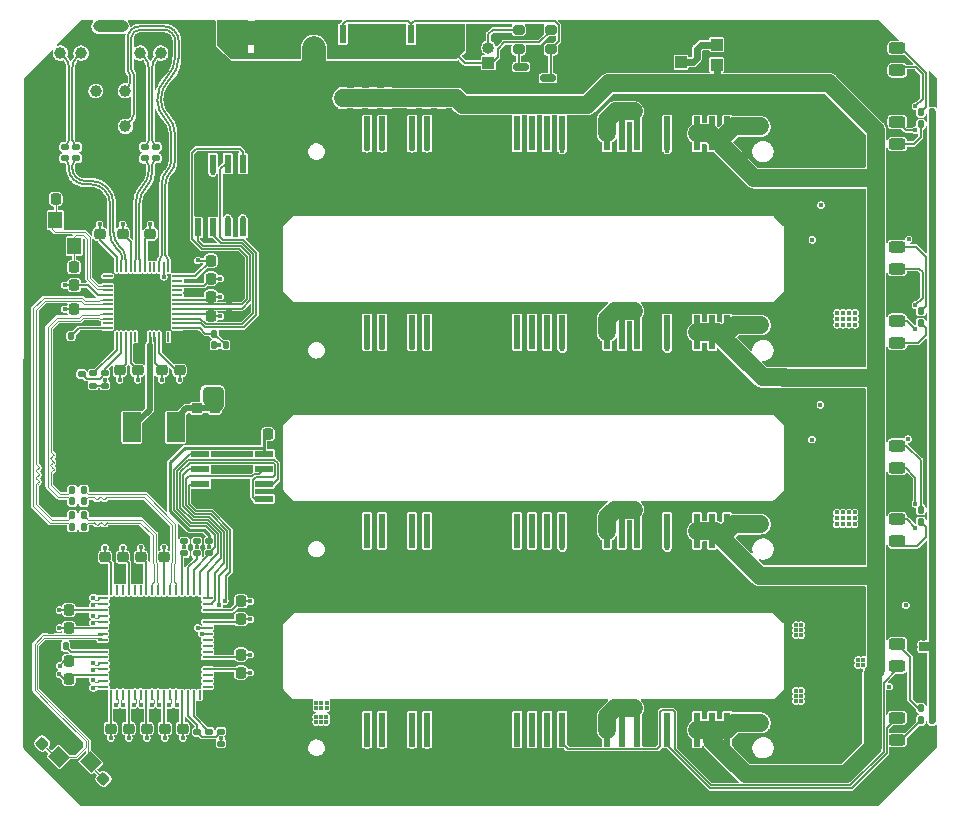
<source format=gtl>
%TF.GenerationSoftware,KiCad,Pcbnew,7.0.9*%
%TF.CreationDate,2024-12-30T23:35:23+08:00*%
%TF.ProjectId,ver0.1,76657230-2e31-42e6-9b69-6361645f7063,rev?*%
%TF.SameCoordinates,Original*%
%TF.FileFunction,Copper,L1,Top*%
%TF.FilePolarity,Positive*%
%FSLAX46Y46*%
G04 Gerber Fmt 4.6, Leading zero omitted, Abs format (unit mm)*
G04 Created by KiCad (PCBNEW 7.0.9) date 2024-12-30 23:35:23*
%MOMM*%
%LPD*%
G01*
G04 APERTURE LIST*
G04 Aperture macros list*
%AMRoundRect*
0 Rectangle with rounded corners*
0 $1 Rounding radius*
0 $2 $3 $4 $5 $6 $7 $8 $9 X,Y pos of 4 corners*
0 Add a 4 corners polygon primitive as box body*
4,1,4,$2,$3,$4,$5,$6,$7,$8,$9,$2,$3,0*
0 Add four circle primitives for the rounded corners*
1,1,$1+$1,$2,$3*
1,1,$1+$1,$4,$5*
1,1,$1+$1,$6,$7*
1,1,$1+$1,$8,$9*
0 Add four rect primitives between the rounded corners*
20,1,$1+$1,$2,$3,$4,$5,0*
20,1,$1+$1,$4,$5,$6,$7,0*
20,1,$1+$1,$6,$7,$8,$9,0*
20,1,$1+$1,$8,$9,$2,$3,0*%
%AMRotRect*
0 Rectangle, with rotation*
0 The origin of the aperture is its center*
0 $1 length*
0 $2 width*
0 $3 Rotation angle, in degrees counterclockwise*
0 Add horizontal line*
21,1,$1,$2,0,0,$3*%
G04 Aperture macros list end*
%TA.AperFunction,SMDPad,CuDef*%
%ADD10RoundRect,0.147500X0.147500X0.172500X-0.147500X0.172500X-0.147500X-0.172500X0.147500X-0.172500X0*%
%TD*%
%TA.AperFunction,SMDPad,CuDef*%
%ADD11R,1.550000X0.600000*%
%TD*%
%TA.AperFunction,SMDPad,CuDef*%
%ADD12RoundRect,0.243750X-0.456250X0.243750X-0.456250X-0.243750X0.456250X-0.243750X0.456250X0.243750X0*%
%TD*%
%TA.AperFunction,SMDPad,CuDef*%
%ADD13RoundRect,0.135000X-0.185000X0.135000X-0.185000X-0.135000X0.185000X-0.135000X0.185000X0.135000X0*%
%TD*%
%TA.AperFunction,SMDPad,CuDef*%
%ADD14RoundRect,0.243750X0.456250X-0.243750X0.456250X0.243750X-0.456250X0.243750X-0.456250X-0.243750X0*%
%TD*%
%TA.AperFunction,SMDPad,CuDef*%
%ADD15RoundRect,0.225000X0.250000X-0.225000X0.250000X0.225000X-0.250000X0.225000X-0.250000X-0.225000X0*%
%TD*%
%TA.AperFunction,SMDPad,CuDef*%
%ADD16RoundRect,0.225000X-0.225000X-0.250000X0.225000X-0.250000X0.225000X0.250000X-0.225000X0.250000X0*%
%TD*%
%TA.AperFunction,SMDPad,CuDef*%
%ADD17RoundRect,0.140000X-0.170000X0.140000X-0.170000X-0.140000X0.170000X-0.140000X0.170000X0.140000X0*%
%TD*%
%TA.AperFunction,SMDPad,CuDef*%
%ADD18RoundRect,0.225000X0.225000X0.250000X-0.225000X0.250000X-0.225000X-0.250000X0.225000X-0.250000X0*%
%TD*%
%TA.AperFunction,SMDPad,CuDef*%
%ADD19R,0.600000X2.900000*%
%TD*%
%TA.AperFunction,SMDPad,CuDef*%
%ADD20R,2.440000X2.820000*%
%TD*%
%TA.AperFunction,SMDPad,CuDef*%
%ADD21RoundRect,0.225000X-0.250000X0.225000X-0.250000X-0.225000X0.250000X-0.225000X0.250000X0.225000X0*%
%TD*%
%TA.AperFunction,SMDPad,CuDef*%
%ADD22R,0.600000X1.550000*%
%TD*%
%TA.AperFunction,SMDPad,CuDef*%
%ADD23RoundRect,0.140000X-0.140000X-0.170000X0.140000X-0.170000X0.140000X0.170000X-0.140000X0.170000X0*%
%TD*%
%TA.AperFunction,SMDPad,CuDef*%
%ADD24RoundRect,0.225000X0.017678X-0.335876X0.335876X-0.017678X-0.017678X0.335876X-0.335876X0.017678X0*%
%TD*%
%TA.AperFunction,SMDPad,CuDef*%
%ADD25RoundRect,0.135000X0.185000X-0.135000X0.185000X0.135000X-0.185000X0.135000X-0.185000X-0.135000X0*%
%TD*%
%TA.AperFunction,SMDPad,CuDef*%
%ADD26RoundRect,0.135000X0.135000X0.185000X-0.135000X0.185000X-0.135000X-0.185000X0.135000X-0.185000X0*%
%TD*%
%TA.AperFunction,SMDPad,CuDef*%
%ADD27RoundRect,0.062500X0.350000X0.062500X-0.350000X0.062500X-0.350000X-0.062500X0.350000X-0.062500X0*%
%TD*%
%TA.AperFunction,SMDPad,CuDef*%
%ADD28RoundRect,0.062500X0.062500X0.350000X-0.062500X0.350000X-0.062500X-0.350000X0.062500X-0.350000X0*%
%TD*%
%TA.AperFunction,ComponentPad*%
%ADD29C,0.500000*%
%TD*%
%TA.AperFunction,SMDPad,CuDef*%
%ADD30R,3.400000X3.400000*%
%TD*%
%TA.AperFunction,SMDPad,CuDef*%
%ADD31RoundRect,0.135000X-0.135000X-0.185000X0.135000X-0.185000X0.135000X0.185000X-0.135000X0.185000X0*%
%TD*%
%TA.AperFunction,SMDPad,CuDef*%
%ADD32RoundRect,0.150000X-0.512500X-0.150000X0.512500X-0.150000X0.512500X0.150000X-0.512500X0.150000X0*%
%TD*%
%TA.AperFunction,SMDPad,CuDef*%
%ADD33RoundRect,0.050000X0.375000X0.050000X-0.375000X0.050000X-0.375000X-0.050000X0.375000X-0.050000X0*%
%TD*%
%TA.AperFunction,SMDPad,CuDef*%
%ADD34RoundRect,0.050000X0.050000X0.375000X-0.050000X0.375000X-0.050000X-0.375000X0.050000X-0.375000X0*%
%TD*%
%TA.AperFunction,SMDPad,CuDef*%
%ADD35RoundRect,0.400000X0.400000X0.400000X-0.400000X0.400000X-0.400000X-0.400000X0.400000X-0.400000X0*%
%TD*%
%TA.AperFunction,SMDPad,CuDef*%
%ADD36RoundRect,0.200000X-0.275000X0.200000X-0.275000X-0.200000X0.275000X-0.200000X0.275000X0.200000X0*%
%TD*%
%TA.AperFunction,SMDPad,CuDef*%
%ADD37R,1.000000X1.000000*%
%TD*%
%TA.AperFunction,SMDPad,CuDef*%
%ADD38RotRect,1.400000X1.200000X135.000000*%
%TD*%
%TA.AperFunction,SMDPad,CuDef*%
%ADD39R,1.200000X1.400000*%
%TD*%
%TA.AperFunction,SMDPad,CuDef*%
%ADD40R,1.500000X2.500000*%
%TD*%
%TA.AperFunction,ComponentPad*%
%ADD41C,0.400000*%
%TD*%
%TA.AperFunction,ComponentPad*%
%ADD42R,1.000000X1.000000*%
%TD*%
%TA.AperFunction,ComponentPad*%
%ADD43O,1.000000X1.000000*%
%TD*%
%TA.AperFunction,ComponentPad*%
%ADD44O,4.200000X2.100000*%
%TD*%
%TA.AperFunction,ComponentPad*%
%ADD45O,2.000000X4.000000*%
%TD*%
%TA.AperFunction,ComponentPad*%
%ADD46C,1.000000*%
%TD*%
%TA.AperFunction,ComponentPad*%
%ADD47O,3.000000X1.000000*%
%TD*%
%TA.AperFunction,ComponentPad*%
%ADD48C,2.800000*%
%TD*%
%TA.AperFunction,ViaPad*%
%ADD49C,0.400000*%
%TD*%
%TA.AperFunction,Conductor*%
%ADD50C,0.200000*%
%TD*%
%TA.AperFunction,Conductor*%
%ADD51C,1.500000*%
%TD*%
%TA.AperFunction,Conductor*%
%ADD52C,0.600000*%
%TD*%
%TA.AperFunction,Conductor*%
%ADD53C,0.109220*%
%TD*%
%TA.AperFunction,Conductor*%
%ADD54C,0.150000*%
%TD*%
%TA.AperFunction,Conductor*%
%ADD55C,0.250000*%
%TD*%
%TA.AperFunction,Conductor*%
%ADD56C,0.300000*%
%TD*%
%TA.AperFunction,Conductor*%
%ADD57C,0.800000*%
%TD*%
%TA.AperFunction,Conductor*%
%ADD58C,0.500000*%
%TD*%
%TA.AperFunction,Conductor*%
%ADD59C,0.136652*%
%TD*%
%TA.AperFunction,Conductor*%
%ADD60C,0.104140*%
%TD*%
%TA.AperFunction,Conductor*%
%ADD61C,0.108966*%
%TD*%
%TA.AperFunction,Conductor*%
%ADD62C,0.182880*%
%TD*%
G04 APERTURE END LIST*
D10*
%TO.P,R41,1*%
%TO.N,+3V3*%
X184375900Y-93565980D03*
%TO.P,R41,2*%
%TO.N,Net-(D7-A)*%
X183405900Y-93565980D03*
%TD*%
D11*
%TO.P,U6,1,CS#*%
%TO.N,/AGPIO14*%
X122389920Y-104648000D03*
%TO.P,U6,2,SO*%
%TO.N,/AGPIO2*%
X122389920Y-105918000D03*
%TO.P,U6,3,WP#*%
%TO.N,/AGPIO3*%
X122389920Y-107188000D03*
%TO.P,U6,4,GND*%
%TO.N,GND*%
X122389920Y-108458000D03*
%TO.P,U6,5,SI*%
%TO.N,/AGPIO1*%
X127789920Y-108458000D03*
%TO.P,U6,6,SCLK*%
%TO.N,/AGPIO0*%
X127789920Y-107188000D03*
%TO.P,U6,7,HOLD#*%
%TO.N,/AGPIO4*%
X127789920Y-105918000D03*
%TO.P,U6,8,VCC*%
%TO.N,+3V3*%
X127789920Y-104648000D03*
%TD*%
D12*
%TO.P,D2,1,K*%
%TO.N,/DAS1*%
X181415560Y-76533800D03*
%TO.P,D2,2,A*%
%TO.N,Net-(D2-A)*%
X181415560Y-78408800D03*
%TD*%
D13*
%TO.P,R29,1*%
%TO.N,/AGPIO12*%
X123154440Y-128157720D03*
%TO.P,R29,2*%
%TO.N,GND*%
X123154440Y-129177720D03*
%TD*%
D14*
%TO.P,D6,1,K*%
%TO.N,/HOT3*%
X181415600Y-122632400D03*
%TO.P,D6,2,A*%
%TO.N,Net-(D6-A)*%
X181415600Y-120757400D03*
%TD*%
D15*
%TO.P,C64,1*%
%TO.N,GND*%
X119400320Y-129442720D03*
%TO.P,C64,2*%
%TO.N,+1V2*%
X119400320Y-127892720D03*
%TD*%
D16*
%TO.P,C23,1*%
%TO.N,GND*%
X110177280Y-90357960D03*
%TO.P,C23,2*%
%TO.N,/vout1.2*%
X111727280Y-90357960D03*
%TD*%
D10*
%TO.P,R40,1*%
%TO.N,+3V3*%
X184375900Y-126187200D03*
%TO.P,R40,2*%
%TO.N,Net-(D6-A)*%
X183405900Y-126187200D03*
%TD*%
D15*
%TO.P,C47,1*%
%TO.N,GND*%
X119126000Y-99115120D03*
%TO.P,C47,2*%
%TO.N,VBUS*%
X119126000Y-97565120D03*
%TD*%
D17*
%TO.P,C39,1*%
%TO.N,/SSRX0+*%
X110939580Y-78657720D03*
%TO.P,C39,2*%
%TO.N,/cap-SSRX1+*%
X110939580Y-79617720D03*
%TD*%
D15*
%TO.P,C40,1*%
%TO.N,GND*%
X122107500Y-102337460D03*
%TO.P,C40,2*%
%TO.N,/vout1.2*%
X122107500Y-100787460D03*
%TD*%
D18*
%TO.P,C46,1*%
%TO.N,GND*%
X124848900Y-88275160D03*
%TO.P,C46,2*%
%TO.N,VBUS*%
X123298900Y-88275160D03*
%TD*%
D19*
%TO.P,J7,P1,P1*%
%TO.N,unconnected-(J7-PadP1)*%
X149232320Y-94340140D03*
%TO.P,J7,P2,P2*%
%TO.N,unconnected-(J7-PadP2)*%
X150502320Y-94340140D03*
%TO.P,J7,P3,P3*%
%TO.N,unconnected-(J7-PadP3)*%
X151772320Y-94340140D03*
%TO.P,J7,P4,P4*%
%TO.N,/HOT4*%
X153042320Y-94340140D03*
%TO.P,J7,P5,P5*%
%TO.N,GND*%
X154312320Y-94340140D03*
%TO.P,J7,P6,P6*%
X155582320Y-94340140D03*
%TO.P,J7,P7,P7*%
%TO.N,+5V*%
X156852320Y-94340140D03*
%TO.P,J7,P8,P8*%
X158122320Y-94340140D03*
%TO.P,J7,P9,P9*%
X159392320Y-94340140D03*
%TO.P,J7,P10,P10*%
%TO.N,GND*%
X160662320Y-94340140D03*
%TO.P,J7,P11,P11*%
%TO.N,/DAS4*%
X161932320Y-94340140D03*
%TO.P,J7,P12,P12*%
%TO.N,GND*%
X163202320Y-94340140D03*
%TO.P,J7,P13,P13*%
%TO.N,Vin_12V*%
X164472320Y-94340140D03*
%TO.P,J7,P14,P14*%
X165742320Y-94340140D03*
%TO.P,J7,P15,P15*%
X167022320Y-94340140D03*
%TO.P,J7,S1,S1*%
%TO.N,GND*%
X135262320Y-94340140D03*
%TO.P,J7,S2,S2*%
%TO.N,Net-(C126-Pad1)*%
X136532320Y-94340140D03*
%TO.P,J7,S3,S3*%
%TO.N,Net-(C127-Pad1)*%
X137802320Y-94340140D03*
%TO.P,J7,S4,S4*%
%TO.N,GND*%
X139072320Y-94340140D03*
%TO.P,J7,S5,S5*%
%TO.N,Net-(C128-Pad1)*%
X140342320Y-94340140D03*
%TO.P,J7,S6,S6*%
%TO.N,Net-(C129-Pad1)*%
X141612320Y-94340140D03*
%TO.P,J7,S7,S7*%
%TO.N,GND*%
X142882320Y-94340140D03*
D20*
%TO.P,J7,SH1,SHIELD*%
X129052320Y-95864140D03*
%TO.P,J7,SH2,SHIELD*%
X173232320Y-95864140D03*
%TD*%
D18*
%TO.P,C29,1*%
%TO.N,GND*%
X124848900Y-89796420D03*
%TO.P,C29,2*%
%TO.N,/vout1.2*%
X123298900Y-89796420D03*
%TD*%
D16*
%TO.P,C55,1*%
%TO.N,GND*%
X109722620Y-122186700D03*
%TO.P,C55,2*%
%TO.N,+3V3*%
X111272620Y-122186700D03*
%TD*%
D18*
%TO.P,C28,1*%
%TO.N,GND*%
X124848900Y-92991940D03*
%TO.P,C28,2*%
%TO.N,/vout1.2*%
X123298900Y-92991940D03*
%TD*%
D17*
%TO.P,C57,1*%
%TO.N,/ARESETn*%
X122161300Y-128187720D03*
%TO.P,C57,2*%
%TO.N,GND*%
X122161300Y-129147720D03*
%TD*%
D18*
%TO.P,C52,1*%
%TO.N,GND*%
X127388900Y-118633240D03*
%TO.P,C52,2*%
%TO.N,+3V3*%
X125838900Y-118633240D03*
%TD*%
D16*
%TO.P,C50,1*%
%TO.N,GND*%
X126575220Y-102981760D03*
%TO.P,C50,2*%
%TO.N,+3V3*%
X128125220Y-102981760D03*
%TD*%
D18*
%TO.P,C130,1*%
%TO.N,GND*%
X127388900Y-121627900D03*
%TO.P,C130,2*%
%TO.N,+3V3*%
X125838900Y-121627900D03*
%TD*%
D16*
%TO.P,C30,1*%
%TO.N,GND*%
X110167100Y-92390740D03*
%TO.P,C30,2*%
%TO.N,/vout1.2*%
X111717100Y-92390740D03*
%TD*%
D10*
%TO.P,R35,1*%
%TO.N,+3V3*%
X184375900Y-75722480D03*
%TO.P,R35,2*%
%TO.N,Net-(D1-A)*%
X183405900Y-75722480D03*
%TD*%
D21*
%TO.P,C56,1*%
%TO.N,GND*%
X114330480Y-111817820D03*
%TO.P,C56,2*%
%TO.N,+3V3*%
X114330480Y-113367820D03*
%TD*%
D12*
%TO.P,D5,1,K*%
%TO.N,/DAS3*%
X181415560Y-126982800D03*
%TO.P,D5,2,A*%
%TO.N,Net-(D5-A)*%
X181415560Y-128857800D03*
%TD*%
D19*
%TO.P,J6,P1,P1*%
%TO.N,unconnected-(J6-PadP1)*%
X149232320Y-127993140D03*
%TO.P,J6,P2,P2*%
%TO.N,unconnected-(J6-PadP2)*%
X150502320Y-127993140D03*
%TO.P,J6,P3,P3*%
%TO.N,unconnected-(J6-PadP3)*%
X151772320Y-127993140D03*
%TO.P,J6,P4,P4*%
%TO.N,/HOT3*%
X153042320Y-127993140D03*
%TO.P,J6,P5,P5*%
%TO.N,GND*%
X154312320Y-127993140D03*
%TO.P,J6,P6,P6*%
X155582320Y-127993140D03*
%TO.P,J6,P7,P7*%
%TO.N,+5V*%
X156852320Y-127993140D03*
%TO.P,J6,P8,P8*%
X158122320Y-127993140D03*
%TO.P,J6,P9,P9*%
X159392320Y-127993140D03*
%TO.P,J6,P10,P10*%
%TO.N,GND*%
X160662320Y-127993140D03*
%TO.P,J6,P11,P11*%
%TO.N,/DAS3*%
X161932320Y-127993140D03*
%TO.P,J6,P12,P12*%
%TO.N,GND*%
X163202320Y-127993140D03*
%TO.P,J6,P13,P13*%
%TO.N,Vin_12V*%
X164472320Y-127993140D03*
%TO.P,J6,P14,P14*%
X165742320Y-127993140D03*
%TO.P,J6,P15,P15*%
X167022320Y-127993140D03*
%TO.P,J6,S1,S1*%
%TO.N,GND*%
X135262320Y-127993140D03*
%TO.P,J6,S2,S2*%
%TO.N,Net-(C122-Pad1)*%
X136532320Y-127993140D03*
%TO.P,J6,S3,S3*%
%TO.N,Net-(C123-Pad1)*%
X137802320Y-127993140D03*
%TO.P,J6,S4,S4*%
%TO.N,GND*%
X139072320Y-127993140D03*
%TO.P,J6,S5,S5*%
%TO.N,Net-(C124-Pad1)*%
X140342320Y-127993140D03*
%TO.P,J6,S6,S6*%
%TO.N,Net-(C125-Pad1)*%
X141612320Y-127993140D03*
%TO.P,J6,S7,S7*%
%TO.N,GND*%
X142882320Y-127993140D03*
D20*
%TO.P,J6,SH1,SHIELD*%
X129052320Y-129517140D03*
%TO.P,J6,SH2,SHIELD*%
X173232320Y-129517140D03*
%TD*%
D22*
%TO.P,U4,1,CS#*%
%TO.N,/GPIO3*%
X125996700Y-80065020D03*
%TO.P,U4,2,SO*%
%TO.N,/GPIO0*%
X124726700Y-80065020D03*
%TO.P,U4,3,WP#*%
%TO.N,/vout3.3*%
X123456700Y-80065020D03*
%TO.P,U4,4,GND*%
%TO.N,GND*%
X122186700Y-80065020D03*
%TO.P,U4,5,SI*%
%TO.N,/GPIO2*%
X122186700Y-85465020D03*
%TO.P,U4,6,SCLK*%
%TO.N,/GPIO1*%
X123456700Y-85465020D03*
%TO.P,U4,7,HOLD#*%
%TO.N,/vout3.3*%
X124726700Y-85465020D03*
%TO.P,U4,8,VCC*%
X125996700Y-85465020D03*
%TD*%
D15*
%TO.P,C27,1*%
%TO.N,GND*%
X117091460Y-99115120D03*
%TO.P,C27,2*%
%TO.N,/vout1.2*%
X117091460Y-97565120D03*
%TD*%
D13*
%TO.P,R33,1*%
%TO.N,/ARESETn*%
X124157740Y-128157720D03*
%TO.P,R33,2*%
%TO.N,+3V3*%
X124157740Y-129177720D03*
%TD*%
D23*
%TO.P,C44,1*%
%TO.N,/TX_N*%
X111574640Y-108668820D03*
%TO.P,C44,2*%
%TO.N,/net-TX_N*%
X112534640Y-108668820D03*
%TD*%
D19*
%TO.P,J5,P1,P1*%
%TO.N,unconnected-(J5-PadP1)*%
X149232320Y-111170140D03*
%TO.P,J5,P2,P2*%
%TO.N,unconnected-(J5-PadP2)*%
X150502320Y-111170140D03*
%TO.P,J5,P3,P3*%
%TO.N,unconnected-(J5-PadP3)*%
X151772320Y-111170140D03*
%TO.P,J5,P4,P4*%
%TO.N,/HOT2*%
X153042320Y-111170140D03*
%TO.P,J5,P5,P5*%
%TO.N,GND*%
X154312320Y-111170140D03*
%TO.P,J5,P6,P6*%
X155582320Y-111170140D03*
%TO.P,J5,P7,P7*%
%TO.N,+5V*%
X156852320Y-111170140D03*
%TO.P,J5,P8,P8*%
X158122320Y-111170140D03*
%TO.P,J5,P9,P9*%
X159392320Y-111170140D03*
%TO.P,J5,P10,P10*%
%TO.N,GND*%
X160662320Y-111170140D03*
%TO.P,J5,P11,P11*%
%TO.N,/DAS2*%
X161932320Y-111170140D03*
%TO.P,J5,P12,P12*%
%TO.N,GND*%
X163202320Y-111170140D03*
%TO.P,J5,P13,P13*%
%TO.N,Vin_12V*%
X164472320Y-111170140D03*
%TO.P,J5,P14,P14*%
X165742320Y-111170140D03*
%TO.P,J5,P15,P15*%
X167022320Y-111170140D03*
%TO.P,J5,S1,S1*%
%TO.N,GND*%
X135262320Y-111170140D03*
%TO.P,J5,S2,S2*%
%TO.N,Net-(C118-Pad1)*%
X136532320Y-111170140D03*
%TO.P,J5,S3,S3*%
%TO.N,Net-(C119-Pad1)*%
X137802320Y-111170140D03*
%TO.P,J5,S4,S4*%
%TO.N,GND*%
X139072320Y-111170140D03*
%TO.P,J5,S5,S5*%
%TO.N,Net-(C120-Pad1)*%
X140342320Y-111170140D03*
%TO.P,J5,S6,S6*%
%TO.N,Net-(C121-Pad1)*%
X141612320Y-111170140D03*
%TO.P,J5,S7,S7*%
%TO.N,GND*%
X142882320Y-111170140D03*
D20*
%TO.P,J5,SH1,SHIELD*%
X129052320Y-112694140D03*
%TO.P,J5,SH2,SHIELD*%
X173232320Y-112694140D03*
%TD*%
D10*
%TO.P,R42,1*%
%TO.N,+3V3*%
X184375900Y-92544900D03*
%TO.P,R42,2*%
%TO.N,Net-(D8-A)*%
X183405900Y-92544900D03*
%TD*%
D16*
%TO.P,C54,1*%
%TO.N,GND*%
X109722620Y-119382540D03*
%TO.P,C54,2*%
%TO.N,+3V3*%
X111272620Y-119382540D03*
%TD*%
D24*
%TO.P,C49,1*%
%TO.N,/AXIN*%
X109031444Y-129163291D03*
%TO.P,C49,2*%
%TO.N,GND*%
X110127460Y-128067275D03*
%TD*%
D21*
%TO.P,C60,1*%
%TO.N,GND*%
X119331740Y-111814520D03*
%TO.P,C60,2*%
%TO.N,+1V2*%
X119331740Y-113364520D03*
%TD*%
D15*
%TO.P,C32,1*%
%TO.N,GND*%
X120644920Y-99115120D03*
%TO.P,C32,2*%
%TO.N,/vout3.3*%
X120644920Y-97565120D03*
%TD*%
D25*
%TO.P,R24,1*%
%TO.N,/vout3.3*%
X114320320Y-98850120D03*
%TO.P,R24,2*%
%TO.N,/RST*%
X114320320Y-97830120D03*
%TD*%
D12*
%TO.P,D3,1,K*%
%TO.N,/DAS2*%
X181415560Y-110179800D03*
%TO.P,D3,2,A*%
%TO.N,Net-(D3-A)*%
X181415560Y-112054800D03*
%TD*%
D17*
%TO.P,C36,1*%
%TO.N,/SSTX0-*%
X117688360Y-78661320D03*
%TO.P,C36,2*%
%TO.N,/cap-SSTX1+*%
X117688360Y-79621320D03*
%TD*%
D22*
%TO.P,Q2,1,S*%
%TO.N,VDC*%
X138277600Y-69110000D03*
%TO.P,Q2,2,S*%
X137007600Y-69110000D03*
%TO.P,Q2,3,S*%
X135737600Y-69110000D03*
%TO.P,Q2,4,G*%
%TO.N,Net-(Q1-G)*%
X134467600Y-69110000D03*
%TO.P,Q2,5,D*%
%TO.N,Vin_12V*%
X134467600Y-74510000D03*
%TO.P,Q2,6,D*%
X135737600Y-74510000D03*
%TO.P,Q2,7,D*%
X137007600Y-74510000D03*
%TO.P,Q2,8,D*%
X138277600Y-74510000D03*
%TD*%
D15*
%TO.P,C132,1*%
%TO.N,GND*%
X120916700Y-129442720D03*
%TO.P,C132,2*%
%TO.N,+3V3*%
X120916700Y-127892720D03*
%TD*%
D16*
%TO.P,C63,1*%
%TO.N,GND*%
X109722620Y-123705620D03*
%TO.P,C63,2*%
%TO.N,+1V2*%
X111272620Y-123705620D03*
%TD*%
D17*
%TO.P,C37,1*%
%TO.N,/SSRX0-*%
X111922560Y-78657720D03*
%TO.P,C37,2*%
%TO.N,/cap-SSRX1-*%
X111922560Y-79617720D03*
%TD*%
D18*
%TO.P,C58,1*%
%TO.N,GND*%
X127396540Y-117116860D03*
%TO.P,C58,2*%
%TO.N,+1V2*%
X125846540Y-117116860D03*
%TD*%
D26*
%TO.P,R26,1*%
%TO.N,Net-(U5-REXT)*%
X111457200Y-94665800D03*
%TO.P,R26,2*%
%TO.N,GND*%
X110437200Y-94665800D03*
%TD*%
D17*
%TO.P,C35,1*%
%TO.N,/SSTX0+*%
X118671340Y-78658780D03*
%TO.P,C35,2*%
%TO.N,/cap-SSTX1-*%
X118671340Y-79618780D03*
%TD*%
D15*
%TO.P,C53,1*%
%TO.N,GND*%
X117868700Y-129442720D03*
%TO.P,C53,2*%
%TO.N,+3V3*%
X117868700Y-127892720D03*
%TD*%
D22*
%TO.P,Q1,1,S*%
%TO.N,VDC*%
X144068800Y-69122520D03*
%TO.P,Q1,2,S*%
X142798800Y-69122520D03*
%TO.P,Q1,3,S*%
X141528800Y-69122520D03*
%TO.P,Q1,4,G*%
%TO.N,Net-(Q1-G)*%
X140258800Y-69122520D03*
%TO.P,Q1,5,D*%
%TO.N,Vin_12V*%
X140258800Y-74522520D03*
%TO.P,Q1,6,D*%
X141528800Y-74522520D03*
%TO.P,Q1,7,D*%
X142798800Y-74522520D03*
%TO.P,Q1,8,D*%
X144068800Y-74522520D03*
%TD*%
D25*
%TO.P,R31,1*%
%TO.N,/AGPIO13*%
X122092720Y-113062480D03*
%TO.P,R31,2*%
%TO.N,+3V3*%
X122092720Y-112042480D03*
%TD*%
D27*
%TO.P,jmb1,1,ZGPIO10*%
%TO.N,/AGPIO10*%
X123030100Y-124374600D03*
%TO.P,jmb1,2,ZGIO9*%
%TO.N,/AGPIO9*%
X123030100Y-123874600D03*
%TO.P,jmb1,3,ZGPIO9*%
%TO.N,/AGPIO8*%
X123030100Y-123374600D03*
%TO.P,jmb1,4,DV1.2*%
%TO.N,+1V2*%
X123030100Y-122874600D03*
%TO.P,jmb1,5,DGND*%
%TO.N,GND*%
X123030100Y-122374600D03*
%TO.P,jmb1,6,DV3.3*%
%TO.N,+3V3*%
X123030100Y-121874600D03*
%TO.P,jmb1,7,ZGPIO7*%
%TO.N,/AGPIO7*%
X123030100Y-121374600D03*
%TO.P,jmb1,8,ZGPIO6*%
%TO.N,/AGPIO6*%
X123030100Y-120874600D03*
%TO.P,jmb1,9,ZGPIO5*%
%TO.N,/AGPIO5*%
X123030100Y-120374600D03*
%TO.P,jmb1,10,ZGPIO4*%
%TO.N,/AGPIO4*%
X123030100Y-119874600D03*
%TO.P,jmb1,11,ZGPIO3*%
%TO.N,/AGPIO3*%
X123030100Y-119374600D03*
%TO.P,jmb1,12,DV3.3*%
%TO.N,+3V3*%
X123030100Y-118874600D03*
%TO.P,jmb1,13,DGND*%
%TO.N,GND*%
X123030100Y-118374600D03*
%TO.P,jmb1,14,DV1.2*%
%TO.N,+1V2*%
X123030100Y-117874600D03*
%TO.P,jmb1,15,ZGPIO2*%
%TO.N,/AGPIO2*%
X123030100Y-117374600D03*
%TO.P,jmb1,16,ZGPIO1*%
%TO.N,/AGPIO1*%
X123030100Y-116874600D03*
D28*
%TO.P,jmb1,17,ZGPIO0*%
%TO.N,/AGPIO0*%
X122342600Y-116187100D03*
%TO.P,jmb1,18,ZGPIO14*%
%TO.N,/AGPIO14*%
X121842600Y-116187100D03*
%TO.P,jmb1,19,ZGPIO13*%
%TO.N,/AGPIO13*%
X121342600Y-116187100D03*
%TO.P,jmb1,20,XTSTN*%
%TO.N,/ATESTn*%
X120842600Y-116187100D03*
%TO.P,jmb1,21,ARXP5*%
%TO.N,/net-TX_P*%
X120342600Y-116187100D03*
%TO.P,jmb1,22,ARXN5*%
%TO.N,/net-TX_N*%
X119842600Y-116187100D03*
%TO.P,jmb1,23,AV1.2*%
%TO.N,+1V2*%
X119342600Y-116187100D03*
%TO.P,jmb1,24,ATXN5*%
%TO.N,/net-RX_N*%
X118842600Y-116187100D03*
%TO.P,jmb1,25,ATXP5*%
%TO.N,/net-RX_P*%
X118342600Y-116187100D03*
%TO.P,jmb1,26,AV3.3*%
%TO.N,+3V3*%
X117842600Y-116187100D03*
%TO.P,jmb1,27,ARXP4*%
%TO.N,unconnected-(jmb1-ARXP4-Pad27)*%
X117342600Y-116187100D03*
%TO.P,jmb1,28,ARXN4*%
%TO.N,unconnected-(jmb1-ARXN4-Pad28)*%
X116842600Y-116187100D03*
%TO.P,jmb1,29,AV1.2*%
%TO.N,+1V2*%
X116342600Y-116187100D03*
%TO.P,jmb1,30,ATXN4*%
%TO.N,unconnected-(jmb1-ATXN4-Pad30)*%
X115842600Y-116187100D03*
%TO.P,jmb1,31,ATXP4*%
%TO.N,unconnected-(jmb1-ATXP4-Pad31)*%
X115342600Y-116187100D03*
%TO.P,jmb1,32,AV3.3*%
%TO.N,+3V3*%
X114842600Y-116187100D03*
D27*
%TO.P,jmb1,33,ARXP3*%
%TO.N,/ARXP3*%
X114155100Y-116874600D03*
%TO.P,jmb1,34,ARXN3*%
%TO.N,/ARXN3*%
X114155100Y-117374600D03*
%TO.P,jmb1,35,AV1.2*%
%TO.N,+1V2*%
X114155100Y-117874600D03*
%TO.P,jmb1,36,ATXN3*%
%TO.N,/ATXN3*%
X114155100Y-118374600D03*
%TO.P,jmb1,37,ATXP3*%
%TO.N,/ATXP3*%
X114155100Y-118874600D03*
%TO.P,jmb1,38,AV3.3*%
%TO.N,+3V3*%
X114155100Y-119374600D03*
%TO.P,jmb1,39,AXIN*%
%TO.N,/AXIN*%
X114155100Y-119874600D03*
%TO.P,jmb1,40,AXOUT*%
%TO.N,/AXOUT*%
X114155100Y-120374600D03*
%TO.P,jmb1,41,AGND*%
%TO.N,GND*%
X114155100Y-120874600D03*
%TO.P,jmb1,42,AREXT*%
%TO.N,/AREXT*%
X114155100Y-121374600D03*
%TO.P,jmb1,43,AV3.3*%
%TO.N,+3V3*%
X114155100Y-121874600D03*
%TO.P,jmb1,44,ARXP0*%
%TO.N,/ARXP0*%
X114155100Y-122374600D03*
%TO.P,jmb1,45,ARXN0*%
%TO.N,/ARXN0*%
X114155100Y-122874600D03*
%TO.P,jmb1,46,AV1.2*%
%TO.N,+1V2*%
X114155100Y-123374600D03*
%TO.P,jmb1,47,ATXN0*%
%TO.N,/ATXN0*%
X114155100Y-123874600D03*
%TO.P,jmb1,48,ATXP0*%
%TO.N,/ATXP0*%
X114155100Y-124374600D03*
D28*
%TO.P,jmb1,49,AV3.3*%
%TO.N,+3V3*%
X114842600Y-125062100D03*
%TO.P,jmb1,50,ARXP2*%
%TO.N,/ARXP2*%
X115342600Y-125062100D03*
%TO.P,jmb1,51,ARXN2*%
%TO.N,/ARXN2*%
X115842600Y-125062100D03*
%TO.P,jmb1,52,AV1.2*%
%TO.N,+1V2*%
X116342600Y-125062100D03*
%TO.P,jmb1,53,ATXN2*%
%TO.N,/ATXN2*%
X116842600Y-125062100D03*
%TO.P,jmb1,54,ATXP2*%
%TO.N,/ATXP2*%
X117342600Y-125062100D03*
%TO.P,jmb1,55,AV3.3*%
%TO.N,+3V3*%
X117842600Y-125062100D03*
%TO.P,jmb1,56,ARXP1*%
%TO.N,/ARXP1*%
X118342600Y-125062100D03*
%TO.P,jmb1,57,ARXN1*%
%TO.N,/ARXN1*%
X118842600Y-125062100D03*
%TO.P,jmb1,58,AV1.2*%
%TO.N,+1V2*%
X119342600Y-125062100D03*
%TO.P,jmb1,59,ATXN1*%
%TO.N,/ATXN1*%
X119842600Y-125062100D03*
%TO.P,jmb1,60,ATXP1*%
%TO.N,/ATXP1*%
X120342600Y-125062100D03*
%TO.P,jmb1,61,AV3.3*%
%TO.N,+3V3*%
X120842600Y-125062100D03*
%TO.P,jmb1,62,XRSTN*%
%TO.N,/ARESETn*%
X121342600Y-125062100D03*
%TO.P,jmb1,63,ZGPIO12*%
%TO.N,/AGPIO12*%
X121842600Y-125062100D03*
%TO.P,jmb1,64,ZGPIO11*%
%TO.N,/AGPIO11*%
X122342600Y-125062100D03*
D29*
%TO.P,jmb1,65,GND*%
%TO.N,GND*%
X120042600Y-122074600D03*
X120042600Y-120624600D03*
X120042600Y-119174600D03*
X118592600Y-122074600D03*
X118592600Y-120624600D03*
D30*
X118592600Y-120624600D03*
D29*
X118592600Y-119174600D03*
X117142600Y-122074600D03*
X117142600Y-120624600D03*
X117142600Y-119174600D03*
%TD*%
D31*
%TO.P,R23,1*%
%TO.N,Net-(U5-TME)*%
X123563900Y-94449900D03*
%TO.P,R23,2*%
%TO.N,GND*%
X124583900Y-94449900D03*
%TD*%
D10*
%TO.P,R39,1*%
%TO.N,+3V3*%
X184375900Y-127195580D03*
%TO.P,R39,2*%
%TO.N,Net-(D5-A)*%
X183405900Y-127195580D03*
%TD*%
D25*
%TO.P,R32,1*%
%TO.N,/AGPIO14*%
X123156980Y-113062480D03*
%TO.P,R32,2*%
%TO.N,+3V3*%
X123156980Y-112042480D03*
%TD*%
D21*
%TO.P,C61,1*%
%TO.N,GND*%
X115844320Y-111817820D03*
%TO.P,C61,2*%
%TO.N,+1V2*%
X115844320Y-113367820D03*
%TD*%
D18*
%TO.P,C34,1*%
%TO.N,GND*%
X124848900Y-91315540D03*
%TO.P,C34,2*%
%TO.N,/vout3.3*%
X123298900Y-91315540D03*
%TD*%
D32*
%TO.P,T1,1,C*%
%TO.N,Net-(T1-C)*%
X149568320Y-71892120D03*
%TO.P,T1,2,B*%
%TO.N,GND*%
X149568320Y-73792120D03*
%TO.P,T1,3,E*%
%TO.N,Net-(Q1-G)*%
X151843320Y-72842120D03*
%TD*%
D21*
%TO.P,C26,1*%
%TO.N,GND*%
X113879340Y-84458720D03*
%TO.P,C26,2*%
%TO.N,/vout1.2*%
X113879340Y-86008720D03*
%TD*%
D10*
%TO.P,R36,1*%
%TO.N,+3V3*%
X184375900Y-76746100D03*
%TO.P,R36,2*%
%TO.N,Net-(D2-A)*%
X183405900Y-76746100D03*
%TD*%
%TO.P,R37,1*%
%TO.N,+3V3*%
X184375900Y-110393480D03*
%TO.P,R37,2*%
%TO.N,Net-(D3-A)*%
X183405900Y-110393480D03*
%TD*%
D13*
%TO.P,R25,1*%
%TO.N,Net-(U5-UAO{slash}GPIO8)*%
X113337340Y-97830120D03*
%TO.P,R25,2*%
%TO.N,/vout3.3*%
X113337340Y-98850120D03*
%TD*%
D33*
%TO.P,U5,1,TME*%
%TO.N,Net-(U5-TME)*%
X120462320Y-93987980D03*
%TO.P,U5,2,GPIO0*%
%TO.N,/GPIO0*%
X120462320Y-93587980D03*
%TO.P,U5,3,GPIO1*%
%TO.N,/GPIO1*%
X120462320Y-93187980D03*
%TO.P,U5,4,VCCK*%
%TO.N,/vout1.2*%
X120462320Y-92787980D03*
%TO.P,U5,5,GPIO2*%
%TO.N,/GPIO2*%
X120462320Y-92387980D03*
%TO.P,U5,6,GPIO3*%
%TO.N,/GPIO3*%
X120462320Y-91987980D03*
%TO.P,U5,7,VCCO*%
%TO.N,/vout3.3*%
X120462320Y-91587980D03*
%TO.P,U5,8,GPIO4*%
%TO.N,/GPIO4*%
X120462320Y-91187980D03*
%TO.P,U5,9,GPIO5*%
%TO.N,/GPIO5*%
X120462320Y-90787980D03*
%TO.P,U5,10,VCCK*%
%TO.N,/vout1.2*%
X120462320Y-90387980D03*
%TO.P,U5,11,GPIO6*%
%TO.N,/GPIO6*%
X120462320Y-89987980D03*
%TO.P,U5,12,VBUS*%
%TO.N,VBUS*%
X120462320Y-89587980D03*
D34*
%TO.P,U5,13,DM*%
%TO.N,/HSD0-*%
X119712320Y-88837980D03*
%TO.P,U5,14,AV33O*%
%TO.N,/vout3.3*%
X119312320Y-88837980D03*
%TO.P,U5,15,DP*%
%TO.N,/HSD0+*%
X118912320Y-88837980D03*
%TO.P,U5,16,NC*%
%TO.N,unconnected-(U5-NC-Pad16)*%
X118512320Y-88837980D03*
%TO.P,U5,17,NC*%
%TO.N,unconnected-(U5-NC-Pad17)*%
X118112320Y-88837980D03*
%TO.P,U5,18,AVDDL*%
%TO.N,/vout1.2*%
X117712320Y-88837980D03*
%TO.P,U5,19,SSTXN*%
%TO.N,/cap-SSTX1-*%
X117312320Y-88837980D03*
%TO.P,U5,20,SSTXP*%
%TO.N,/cap-SSTX1+*%
X116912320Y-88837980D03*
%TO.P,U5,21,AVDDL*%
%TO.N,/vout1.2*%
X116512320Y-88837980D03*
%TO.P,U5,22,SSRXN*%
%TO.N,/cap-SSRX1-*%
X116112320Y-88837980D03*
%TO.P,U5,23,SSRXP*%
%TO.N,/cap-SSRX1+*%
X115712320Y-88837980D03*
%TO.P,U5,24,AVDDL*%
%TO.N,/vout1.2*%
X115312320Y-88837980D03*
D33*
%TO.P,U5,25,NC*%
%TO.N,unconnected-(U5-NC-Pad25)*%
X114562320Y-89587980D03*
%TO.P,U5,26,NC*%
%TO.N,GND*%
X114562320Y-89987980D03*
%TO.P,U5,27,XOUT*%
%TO.N,/XOUT*%
X114562320Y-90387980D03*
%TO.P,U5,28,XIN*%
%TO.N,/XIN*%
X114562320Y-90787980D03*
%TO.P,U5,29,AVDDL*%
%TO.N,/vout1.2*%
X114562320Y-91187980D03*
%TO.P,U5,30,RXP*%
%TO.N,/RX_P*%
X114562320Y-91587980D03*
%TO.P,U5,31,RXN*%
%TO.N,/RX_N*%
X114562320Y-91987980D03*
%TO.P,U5,32,AVDDL*%
%TO.N,/vout1.2*%
X114562320Y-92387980D03*
%TO.P,U5,33,TXN*%
%TO.N,/TX_N*%
X114562320Y-92787980D03*
%TO.P,U5,34,TXP*%
%TO.N,/TX_P*%
X114562320Y-93187980D03*
%TO.P,U5,35,NC*%
%TO.N,unconnected-(U5-NC-Pad35)*%
X114562320Y-93587980D03*
%TO.P,U5,36,REXT*%
%TO.N,Net-(U5-REXT)*%
X114562320Y-93987980D03*
D34*
%TO.P,U5,37,UAO/GPIO8*%
%TO.N,Net-(U5-UAO{slash}GPIO8)*%
X115312320Y-94737980D03*
%TO.P,U5,38,RST#*%
%TO.N,/RST*%
X115712320Y-94737980D03*
%TO.P,U5,39,VCCO*%
%TO.N,/vout3.3*%
X116112320Y-94737980D03*
%TO.P,U5,40,VCCK*%
%TO.N,/vout1.2*%
X116512320Y-94737980D03*
%TO.P,U5,41,GPIO7*%
%TO.N,unconnected-(U5-GPIO7-Pad41)*%
X116912320Y-94737980D03*
%TO.P,U5,42,MODE1*%
%TO.N,GND*%
X117312320Y-94737980D03*
%TO.P,U5,43,GND*%
X117712320Y-94737980D03*
%TO.P,U5,44,LXO*%
%TO.N,/LXO*%
X118112320Y-94737980D03*
%TO.P,U5,45,VREG_IN*%
%TO.N,VBUS*%
X118512320Y-94737980D03*
%TO.P,U5,46,MODE0*%
%TO.N,/vout3.3*%
X118912320Y-94737980D03*
%TO.P,U5,47,NC*%
%TO.N,GND*%
X119312320Y-94737980D03*
%TO.P,U5,48,UAI/GPIO9*%
%TO.N,unconnected-(U5-UAI{slash}GPIO9-Pad48)*%
X119712320Y-94737980D03*
D29*
%TO.P,U5,49,GND*%
%TO.N,GND*%
X118037320Y-92312980D03*
X118037320Y-91262980D03*
D35*
X117512320Y-91787980D03*
D29*
X116987320Y-92312980D03*
X116987320Y-91262980D03*
%TD*%
D21*
%TO.P,C25,1*%
%TO.N,GND*%
X115841780Y-84458720D03*
%TO.P,C25,2*%
%TO.N,/vout1.2*%
X115841780Y-86008720D03*
%TD*%
D24*
%TO.P,C48,1*%
%TO.N,GND*%
X113109215Y-133238920D03*
%TO.P,C48,2*%
%TO.N,/AXOUT*%
X114205231Y-132142904D03*
%TD*%
D23*
%TO.P,C42,1*%
%TO.N,/RX_P*%
X111574640Y-110828280D03*
%TO.P,C42,2*%
%TO.N,/net-RX_P*%
X112534640Y-110828280D03*
%TD*%
%TO.P,C43,1*%
%TO.N,/TX_P*%
X111574640Y-107696000D03*
%TO.P,C43,2*%
%TO.N,/net-TX_P*%
X112534640Y-107696000D03*
%TD*%
D15*
%TO.P,C45,1*%
%TO.N,GND*%
X123628960Y-102335220D03*
%TO.P,C45,2*%
%TO.N,/vout1.2*%
X123628960Y-100785220D03*
%TD*%
D36*
%TO.P,R27,1*%
%TO.N,Net-(J2-Pin_2)*%
X149352000Y-68742560D03*
%TO.P,R27,2*%
%TO.N,Net-(T1-C)*%
X149352000Y-70392560D03*
%TD*%
D12*
%TO.P,D7,1,K*%
%TO.N,/DAS4*%
X181415560Y-93356800D03*
%TO.P,D7,2,A*%
%TO.N,Net-(D7-A)*%
X181415560Y-95231800D03*
%TD*%
D37*
%TO.P,R44,1*%
%TO.N,Vin_12V*%
X166126160Y-71698220D03*
%TO.P,R44,2*%
%TO.N,Net-(J9-Pin_1)*%
X166126160Y-69998220D03*
%TD*%
D21*
%TO.P,C51,1*%
%TO.N,GND*%
X117363240Y-111814520D03*
%TO.P,C51,2*%
%TO.N,+3V3*%
X117363240Y-113364520D03*
%TD*%
D25*
%TO.P,R30,1*%
%TO.N,/ATESTn*%
X121051320Y-113062480D03*
%TO.P,R30,2*%
%TO.N,+3V3*%
X121051320Y-112042480D03*
%TD*%
D23*
%TO.P,C41,1*%
%TO.N,/RX_N*%
X111574640Y-109855000D03*
%TO.P,C41,2*%
%TO.N,/net-RX_N*%
X112534640Y-109855000D03*
%TD*%
D14*
%TO.P,D1,1,K*%
%TO.N,/HOT1*%
X181415600Y-72163400D03*
%TO.P,D1,2,A*%
%TO.N,Net-(D1-A)*%
X181415600Y-70288400D03*
%TD*%
D21*
%TO.P,C24,1*%
%TO.N,GND*%
X118186200Y-84458720D03*
%TO.P,C24,2*%
%TO.N,/vout1.2*%
X118186200Y-86008720D03*
%TD*%
D14*
%TO.P,D8,1,K*%
%TO.N,/HOT4*%
X181415600Y-88986400D03*
%TO.P,D8,2,A*%
%TO.N,Net-(D8-A)*%
X181415600Y-87111400D03*
%TD*%
D26*
%TO.P,R28,1*%
%TO.N,/AREXT*%
X111007620Y-120924320D03*
%TO.P,R28,2*%
%TO.N,GND*%
X109987620Y-120924320D03*
%TD*%
D36*
%TO.P,R34,1*%
%TO.N,VDC*%
X152072340Y-68742560D03*
%TO.P,R34,2*%
%TO.N,Net-(Q1-G)*%
X152072340Y-70392560D03*
%TD*%
D18*
%TO.P,C65,1*%
%TO.N,GND*%
X127388900Y-123151900D03*
%TO.P,C65,2*%
%TO.N,+1V2*%
X125838900Y-123151900D03*
%TD*%
D16*
%TO.P,C22,1*%
%TO.N,GND*%
X110164580Y-88841580D03*
%TO.P,C22,2*%
%TO.N,/XIN*%
X111714580Y-88841580D03*
%TD*%
D19*
%TO.P,J4,P1,P1*%
%TO.N,unconnected-(J4-PadP1)*%
X149232320Y-77510140D03*
%TO.P,J4,P2,P2*%
%TO.N,unconnected-(J4-PadP2)*%
X150502320Y-77510140D03*
%TO.P,J4,P3,P3*%
%TO.N,unconnected-(J4-PadP3)*%
X151772320Y-77510140D03*
%TO.P,J4,P4,P4*%
%TO.N,/HOT1*%
X153042320Y-77510140D03*
%TO.P,J4,P5,P5*%
%TO.N,GND*%
X154312320Y-77510140D03*
%TO.P,J4,P6,P6*%
X155582320Y-77510140D03*
%TO.P,J4,P7,P7*%
%TO.N,+5V*%
X156852320Y-77510140D03*
%TO.P,J4,P8,P8*%
X158122320Y-77510140D03*
%TO.P,J4,P9,P9*%
X159392320Y-77510140D03*
%TO.P,J4,P10,P10*%
%TO.N,GND*%
X160662320Y-77510140D03*
%TO.P,J4,P11,P11*%
%TO.N,/DAS1*%
X161932320Y-77510140D03*
%TO.P,J4,P12,P12*%
%TO.N,GND*%
X163202320Y-77510140D03*
%TO.P,J4,P13,P13*%
%TO.N,Vin_12V*%
X164472320Y-77510140D03*
%TO.P,J4,P14,P14*%
X165742320Y-77510140D03*
%TO.P,J4,P15,P15*%
X167022320Y-77510140D03*
%TO.P,J4,S1,S1*%
%TO.N,GND*%
X135262320Y-77510140D03*
%TO.P,J4,S2,S2*%
%TO.N,Net-(C114-Pad1)*%
X136532320Y-77510140D03*
%TO.P,J4,S3,S3*%
%TO.N,Net-(C115-Pad1)*%
X137802320Y-77510140D03*
%TO.P,J4,S4,S4*%
%TO.N,GND*%
X139072320Y-77510140D03*
%TO.P,J4,S5,S5*%
%TO.N,Net-(C116-Pad1)*%
X140342320Y-77510140D03*
%TO.P,J4,S6,S6*%
%TO.N,Net-(C117-Pad1)*%
X141612320Y-77510140D03*
%TO.P,J4,S7,S7*%
%TO.N,GND*%
X142882320Y-77510140D03*
D20*
%TO.P,J4,SH1,SHIELD*%
X129052320Y-79034140D03*
%TO.P,J4,SH2,SHIELD*%
X173232320Y-79034140D03*
%TD*%
D10*
%TO.P,R38,1*%
%TO.N,+3V3*%
X184375900Y-109372400D03*
%TO.P,R38,2*%
%TO.N,Net-(D4-A)*%
X183405900Y-109372400D03*
%TD*%
D14*
%TO.P,D4,1,K*%
%TO.N,/HOT2*%
X181415600Y-105809400D03*
%TO.P,D4,2,A*%
%TO.N,Net-(D4-A)*%
X181415600Y-103934400D03*
%TD*%
D15*
%TO.P,C131,1*%
%TO.N,GND*%
X114818160Y-129442720D03*
%TO.P,C131,2*%
%TO.N,+3V3*%
X114818160Y-127892720D03*
%TD*%
D16*
%TO.P,C62,1*%
%TO.N,GND*%
X109722620Y-117858540D03*
%TO.P,C62,2*%
%TO.N,+1V2*%
X111272620Y-117858540D03*
%TD*%
D23*
%TO.P,C21,1*%
%TO.N,/vout3.3*%
X123593900Y-95435420D03*
%TO.P,C21,2*%
%TO.N,Net-(U5-TME)*%
X124553900Y-95435420D03*
%TD*%
D38*
%TO.P,Y2,1,1*%
%TO.N,/AXOUT*%
X113123823Y-130709712D03*
%TO.P,Y2,2,2*%
%TO.N,GND*%
X111568188Y-129154077D03*
%TO.P,Y2,3,3*%
%TO.N,/AXIN*%
X110436817Y-130285448D03*
%TO.P,Y2,4,4*%
%TO.N,GND*%
X111992452Y-131841083D03*
%TD*%
D15*
%TO.P,C33,1*%
%TO.N,GND*%
X115577620Y-99115120D03*
%TO.P,C33,2*%
%TO.N,/vout3.3*%
X115577620Y-97565120D03*
%TD*%
D39*
%TO.P,Y1,1,1*%
%TO.N,/XIN*%
X111739580Y-87051660D03*
%TO.P,Y1,2,2*%
%TO.N,GND*%
X111739580Y-84851660D03*
%TO.P,Y1,3,3*%
%TO.N,/XOUT*%
X110139580Y-84851660D03*
%TO.P,Y1,4,4*%
%TO.N,GND*%
X110139580Y-87051660D03*
%TD*%
D17*
%TO.P,C38,1*%
%TO.N,/RST*%
X112354360Y-97860120D03*
%TO.P,C38,2*%
%TO.N,GND*%
X112354360Y-98820120D03*
%TD*%
D16*
%TO.P,C31,1*%
%TO.N,/XOUT*%
X110164580Y-83060540D03*
%TO.P,C31,2*%
%TO.N,GND*%
X111714580Y-83060540D03*
%TD*%
D40*
%TO.P,L5,1*%
%TO.N,/LXO*%
X116610520Y-102389940D03*
%TO.P,L5,2*%
%TO.N,/vout1.2*%
X120310520Y-102389940D03*
%TD*%
D15*
%TO.P,C59,1*%
%TO.N,GND*%
X116342160Y-129442720D03*
%TO.P,C59,2*%
%TO.N,+1V2*%
X116342160Y-127892720D03*
%TD*%
D41*
%TO.P,U2,11,GND*%
%TO.N,GND*%
X178028600Y-87945000D03*
X178028600Y-86995000D03*
X178028600Y-86045000D03*
%TD*%
%TO.P,U1,11,GND*%
%TO.N,GND*%
X177977800Y-104861400D03*
X177977800Y-103911400D03*
X177977800Y-102961400D03*
%TD*%
D42*
%TO.P,J9,1,Pin_1*%
%TO.N,Net-(J9-Pin_1)*%
X163104548Y-71487820D03*
D43*
%TO.P,J9,2,Pin_2*%
%TO.N,GND*%
X163104548Y-70217820D03*
%TD*%
D44*
%TO.P,J3,1*%
%TO.N,VDC*%
X126728220Y-68973820D03*
D45*
%TO.P,J3,2*%
%TO.N,GND*%
X132028220Y-71273820D03*
%TO.P,J3,3*%
X129528220Y-74973820D03*
%TD*%
D42*
%TO.P,J2,1,Pin_1*%
%TO.N,VDC*%
X146800334Y-71506782D03*
D43*
%TO.P,J2,2,Pin_2*%
%TO.N,Net-(J2-Pin_2)*%
X146800334Y-70236782D03*
%TD*%
D46*
%TO.P,J1,1,VBUS*%
%TO.N,VBUS*%
X113557680Y-73900900D03*
%TO.P,J1,2,D-*%
%TO.N,/HSD0-*%
X116057680Y-73900900D03*
%TO.P,J1,3,D+*%
%TO.N,/HSD0+*%
X116057680Y-76900900D03*
%TO.P,J1,4,GND*%
%TO.N,GND*%
X113557680Y-76900900D03*
%TO.P,J1,5,STDB_SSTX-*%
%TO.N,/SSTX0+*%
X119057680Y-70700900D03*
%TO.P,J1,6,STDB_SSTX+*%
%TO.N,/SSTX0-*%
X117307680Y-70700900D03*
%TO.P,J1,7,GND_DRAIN*%
%TO.N,GND*%
X114807680Y-70700900D03*
%TO.P,J1,8,STDB_SSRX-*%
%TO.N,/SSRX0-*%
X112307680Y-70700900D03*
%TO.P,J1,9,STDB_SSRX+*%
%TO.N,/SSRX0+*%
X110557680Y-70700900D03*
D47*
%TO.P,J1,11*%
%TO.N,N/C*%
X114807680Y-68450900D03*
D48*
%TO.P,J1,S1*%
%TO.N,GND*%
X120807680Y-74600900D03*
%TO.P,J1,S2*%
X108807680Y-74600900D03*
%TD*%
D49*
%TO.N,GND*%
X118999000Y-77724000D03*
X181610000Y-81534000D03*
X107823000Y-98044000D03*
X181610000Y-108458000D03*
X180975000Y-108458000D03*
X120777000Y-111379000D03*
X174406560Y-126085600D03*
X118465600Y-69342000D03*
X174421800Y-118668800D03*
X181991000Y-97790000D03*
X118668800Y-82854800D03*
X117348000Y-71882000D03*
X182615840Y-126781560D03*
X181102000Y-92202000D03*
X174853600Y-117805200D03*
X182118000Y-81534000D03*
X110744000Y-102743000D03*
X174838360Y-126085600D03*
X110490000Y-77724000D03*
X112268000Y-71882000D03*
X116205000Y-75184000D03*
X108915200Y-104698800D03*
X110490000Y-80518000D03*
X117729000Y-69316600D03*
X123698000Y-104648000D03*
X145415000Y-68707000D03*
X181737000Y-91567000D03*
X150622000Y-68707000D03*
X181610000Y-109093000D03*
X125671580Y-92758260D03*
X181102000Y-91567000D03*
X174421800Y-118237000D03*
X118668800Y-82296000D03*
X183649620Y-117881400D03*
X174406560Y-126517400D03*
X125674120Y-93223080D03*
X174853600Y-118668800D03*
X181610000Y-81026000D03*
X110744000Y-75565000D03*
X174406560Y-126949200D03*
X107823000Y-95123000D03*
X123825000Y-106045000D03*
X184277000Y-73152000D03*
X181991000Y-98425000D03*
X107823000Y-92075000D03*
X181356000Y-97790000D03*
X107823000Y-104140000D03*
X110744000Y-101219000D03*
X181737000Y-92202000D03*
X107823000Y-100711000D03*
X118999000Y-80518000D03*
X117348000Y-80518000D03*
X174838360Y-126949200D03*
X110744000Y-103505000D03*
X117348000Y-73025000D03*
X150622000Y-69215000D03*
X145415000Y-69215000D03*
X110744000Y-101981000D03*
X115697000Y-71628000D03*
X181356000Y-98425000D03*
X184277000Y-73787000D03*
X108915200Y-101396800D03*
X174838360Y-126517400D03*
X122186700Y-80863920D03*
X180975000Y-109093000D03*
X119126000Y-72009000D03*
X117348000Y-77724000D03*
X108915200Y-99314000D03*
X107823000Y-106807000D03*
X119227600Y-69342000D03*
X182641240Y-117886480D03*
X110744000Y-72771000D03*
X182118000Y-81026000D03*
X174853600Y-118237000D03*
X117348000Y-75311000D03*
X174421800Y-117805200D03*
X125476000Y-104648000D03*
X108915200Y-103174800D03*
%TO.N,Vin_12V*%
X179527200Y-97688400D03*
X169824400Y-127406400D03*
X180086000Y-81788000D03*
X169316400Y-111058960D03*
X169316400Y-110042960D03*
X168808400Y-111058960D03*
X168300400Y-76911200D03*
X179527200Y-98196400D03*
X174904400Y-100482400D03*
X169316400Y-76911200D03*
X169316400Y-94234000D03*
X179019200Y-97688400D03*
X168300400Y-94234000D03*
X179377800Y-101927700D03*
X168808400Y-77419200D03*
X168300400Y-111058960D03*
X169316400Y-127914400D03*
X168300400Y-77419200D03*
X168808400Y-127914400D03*
X168300400Y-110550960D03*
X179578000Y-80772000D03*
X168808400Y-127406400D03*
X178562000Y-80772000D03*
X169316400Y-93218000D03*
X174955200Y-83566000D03*
X178562000Y-81280000D03*
X169824400Y-76403200D03*
X169824400Y-76911200D03*
X179578000Y-81280000D03*
X168300400Y-93218000D03*
X179070000Y-81788000D03*
X169316400Y-76403200D03*
X169824400Y-77419200D03*
X179070000Y-81280000D03*
X179578000Y-81788000D03*
X178511200Y-98704400D03*
X168300400Y-76403200D03*
X168300400Y-126898400D03*
X168808400Y-93726000D03*
X178511200Y-98196400D03*
X169824400Y-93218000D03*
X168300400Y-127914400D03*
X169316400Y-93726000D03*
X168808400Y-76403200D03*
X168808400Y-93218000D03*
X169824400Y-127914400D03*
X168808400Y-110042960D03*
X169824400Y-111058960D03*
X168300400Y-110042960D03*
X168808400Y-76911200D03*
X169824400Y-110550960D03*
X180086000Y-81280000D03*
X178511200Y-97688400D03*
X169316400Y-110550960D03*
X168808400Y-126898400D03*
X168300400Y-127406400D03*
X180035200Y-97688400D03*
X169316400Y-127406400D03*
X179070000Y-80772000D03*
X179428600Y-85011300D03*
X169824400Y-93726000D03*
X169824400Y-126898400D03*
X180035200Y-98704400D03*
X169316400Y-77419200D03*
X168808400Y-94234000D03*
X180035200Y-98196400D03*
X168808400Y-110550960D03*
X169824400Y-110042960D03*
X180086000Y-80772000D03*
X169824400Y-94234000D03*
X179019200Y-98196400D03*
X169316400Y-126898400D03*
X179527200Y-98704400D03*
X168300400Y-93726000D03*
X178562000Y-81788000D03*
X179019200Y-98704400D03*
%TO.N,Net-(U1-PH)*%
X174180496Y-103428862D03*
X182321200Y-103378000D03*
%TO.N,+5V*%
X158089600Y-125628400D03*
X158597600Y-92964000D03*
X158089600Y-126644400D03*
X158089600Y-76149200D03*
X178094640Y-122085340D03*
X178526440Y-122517140D03*
X159105600Y-126644400D03*
X157581600Y-75641200D03*
X159105600Y-109778800D03*
X158597600Y-125628400D03*
X176784000Y-110109000D03*
X176276000Y-110617000D03*
X177292000Y-110109000D03*
X176326800Y-92684600D03*
X157581600Y-108762800D03*
X177800000Y-110109000D03*
X158597600Y-75641200D03*
X177342800Y-92684600D03*
X158597600Y-109778800D03*
X158089600Y-92456000D03*
X159105600Y-125628400D03*
X177800000Y-110617000D03*
X159105600Y-75641200D03*
X158597600Y-126136400D03*
X158597600Y-92456000D03*
X158597600Y-108762800D03*
X157581600Y-126136400D03*
X158089600Y-109270800D03*
X178094640Y-122517140D03*
X177850800Y-93700600D03*
X159105600Y-92456000D03*
X159105600Y-75133200D03*
X177342800Y-93700600D03*
X157581600Y-76149200D03*
X157581600Y-92456000D03*
X158089600Y-75133200D03*
X158089600Y-91948000D03*
X158089600Y-92964000D03*
X158597600Y-91948000D03*
X159105600Y-91948000D03*
X157581600Y-125628400D03*
X177850800Y-93192600D03*
X176834800Y-93192600D03*
X157581600Y-109270800D03*
X158089600Y-108762800D03*
X176834800Y-92684600D03*
X157581600Y-91948000D03*
X157581600Y-126644400D03*
X158597600Y-76149200D03*
X176326800Y-93192600D03*
X158089600Y-75641200D03*
X176276000Y-109601000D03*
X177800000Y-109601000D03*
X158089600Y-126136400D03*
X157581600Y-92964000D03*
X177292000Y-109601000D03*
X176834800Y-93700600D03*
X159105600Y-76149200D03*
X159105600Y-108762800D03*
X176276000Y-110109000D03*
X157581600Y-109778800D03*
X158597600Y-75133200D03*
X158597600Y-126644400D03*
X159105600Y-92964000D03*
X178526440Y-122085340D03*
X177342800Y-93192600D03*
X176326800Y-93700600D03*
X158089600Y-109778800D03*
X176784000Y-109601000D03*
X159105600Y-109270800D03*
X158597600Y-109270800D03*
X177850800Y-92684600D03*
X159105600Y-126136400D03*
X177292000Y-110617000D03*
X176784000Y-110617000D03*
X157581600Y-75133200D03*
%TO.N,Net-(U2-PH)*%
X182372000Y-86487000D03*
X174231296Y-86512462D03*
%TO.N,+1V2*%
X173273720Y-120002300D03*
X132666740Y-125730000D03*
X133098540Y-125730000D03*
X132234940Y-126161800D03*
X172841920Y-119570500D03*
X110472220Y-123296680D03*
X115844320Y-112568920D03*
X133098540Y-126161800D03*
X116342160Y-128691620D03*
X119400320Y-128691620D03*
X173273720Y-119570500D03*
X119331740Y-112565620D03*
X126637800Y-123151900D03*
X132666740Y-126161800D03*
X126645440Y-117116860D03*
X172841920Y-120002300D03*
X173273720Y-119138700D03*
X110473720Y-117858540D03*
X132234940Y-125730000D03*
X172841920Y-119138700D03*
%TO.N,+3V3*%
X183847740Y-121185940D03*
X132219700Y-126906020D03*
X133083300Y-127337820D03*
X173273720Y-125130560D03*
X172841920Y-125562360D03*
X114818160Y-128691620D03*
X122094077Y-112491380D03*
X126637800Y-121627900D03*
X124155200Y-128728820D03*
X110487460Y-122585480D03*
X183847740Y-120754140D03*
X114330480Y-112568920D03*
X120916700Y-128691620D03*
X123158337Y-112491380D03*
X126637800Y-118633240D03*
X132651500Y-126906020D03*
X110473720Y-119382540D03*
X172841920Y-124698760D03*
X117363240Y-112565620D03*
X172841920Y-125130560D03*
X132651500Y-127337820D03*
X173273720Y-125562360D03*
X183415940Y-120754140D03*
X133083300Y-126906020D03*
X121052677Y-112491380D03*
X183415940Y-121185940D03*
X117868700Y-128691620D03*
X132219700Y-127337820D03*
X173273720Y-124698760D03*
%TO.N,/vout3.3*%
X124726700Y-84666120D03*
X120644920Y-98364020D03*
X123972801Y-95435582D03*
X123456700Y-80863920D03*
X115577620Y-98364020D03*
X125996700Y-84666120D03*
X114320573Y-98401219D03*
X119308880Y-89636600D03*
X124097800Y-91315540D03*
%TO.N,/vout1.2*%
X110928380Y-90357960D03*
X113879340Y-85209820D03*
X122936000Y-99314000D03*
X122936000Y-99822000D03*
X118186200Y-85209820D03*
X115841780Y-85209820D03*
X124097800Y-89796420D03*
X123444000Y-99822000D03*
X117091460Y-98364020D03*
X110918200Y-92390740D03*
X123952000Y-99822000D03*
X123952000Y-99314000D03*
X123444000Y-99314000D03*
X124097800Y-92991940D03*
%TO.N,Net-(C114-Pad1)*%
X136532620Y-78813160D03*
%TO.N,/ATXP0*%
X113342706Y-124424600D03*
%TO.N,Net-(C115-Pad1)*%
X137802620Y-78813160D03*
%TO.N,/ATXN0*%
X113342706Y-123824600D03*
%TO.N,Net-(C116-Pad1)*%
X140342620Y-78813160D03*
%TO.N,/ARXN0*%
X113342706Y-122924600D03*
%TO.N,Net-(C117-Pad1)*%
X141612620Y-78813160D03*
%TO.N,/ARXP0*%
X113342706Y-122324600D03*
%TO.N,Net-(C118-Pad1)*%
X136532620Y-112473160D03*
%TO.N,/ATXP1*%
X120392600Y-125874494D03*
%TO.N,Net-(C119-Pad1)*%
X137802620Y-112473160D03*
%TO.N,/ATXN1*%
X119792600Y-125874494D03*
%TO.N,Net-(C120-Pad1)*%
X140342620Y-112473160D03*
%TO.N,/ARXN1*%
X118892600Y-125874494D03*
%TO.N,Net-(C121-Pad1)*%
X141612620Y-112473160D03*
%TO.N,/ARXP1*%
X118292600Y-125874494D03*
%TO.N,Net-(C122-Pad1)*%
X136532620Y-129296160D03*
%TO.N,/ATXP2*%
X117392600Y-125874494D03*
%TO.N,Net-(C123-Pad1)*%
X137802620Y-129296160D03*
%TO.N,/ATXN2*%
X116792600Y-125874494D03*
%TO.N,Net-(C124-Pad1)*%
X140342620Y-129296160D03*
%TO.N,/ARXN2*%
X115892600Y-125874494D03*
%TO.N,Net-(C125-Pad1)*%
X141612620Y-129296160D03*
%TO.N,/ARXP2*%
X115292600Y-125874494D03*
%TO.N,Net-(C126-Pad1)*%
X136532620Y-95643160D03*
%TO.N,/ATXP3*%
X113342706Y-118924600D03*
%TO.N,Net-(C127-Pad1)*%
X137802620Y-95643160D03*
%TO.N,/ATXN3*%
X113342706Y-118324600D03*
%TO.N,Net-(C128-Pad1)*%
X140342620Y-95643160D03*
%TO.N,/ARXN3*%
X113342706Y-117424600D03*
%TO.N,Net-(C129-Pad1)*%
X141612620Y-95643160D03*
%TO.N,/ARXP3*%
X113342706Y-116824600D03*
%TO.N,/HOT1*%
X153042620Y-78961060D03*
X182953660Y-75215860D03*
%TO.N,/DAS1*%
X161932620Y-78961060D03*
X182953700Y-77247380D03*
%TO.N,/DAS2*%
X182955099Y-110897931D03*
X161932620Y-112621060D03*
%TO.N,/HOT2*%
X182953660Y-108861860D03*
X153042620Y-112621060D03*
%TO.N,/DAS4*%
X161932620Y-95791060D03*
X182953700Y-94070380D03*
%TO.N,/HOT4*%
X153042620Y-95791060D03*
X182953660Y-92038860D03*
%TO.N,VBUS*%
X122174000Y-88265000D03*
X119126000Y-98364020D03*
%TO.N,/AGPIO4*%
X122557540Y-119874600D03*
X124009565Y-117473500D03*
%TO.N,/AGPIO3*%
X122174000Y-119380000D03*
X124480320Y-117096540D03*
%TO.N,Net-(U3-EN1)*%
X182133142Y-117449840D03*
X180728620Y-124343160D03*
%TD*%
D50*
%TO.N,GND*%
X117712320Y-91987980D02*
X117512320Y-91787980D01*
X122186700Y-80065020D02*
X122186700Y-80863920D01*
X117312320Y-91987980D02*
X117512320Y-91787980D01*
D51*
%TO.N,Vin_12V*%
X164472320Y-94340140D02*
X166182605Y-94340140D01*
X169306740Y-81295740D02*
X179562260Y-81295740D01*
X179342140Y-129493920D02*
X177057320Y-131778740D01*
X179562260Y-81295740D02*
X179578000Y-81280000D01*
X171831000Y-98171000D02*
X170013465Y-98171000D01*
X144613440Y-75067160D02*
X155181300Y-75067160D01*
X165995800Y-111170140D02*
X169781400Y-114955740D01*
X175641000Y-73279000D02*
X179605200Y-77243200D01*
X169824400Y-110591600D02*
X167600860Y-110591600D01*
X179527200Y-98196400D02*
X171856400Y-98196400D01*
X167022320Y-127993140D02*
X164472320Y-127993140D01*
X167810180Y-73279000D02*
X175641000Y-73279000D01*
X171856400Y-98196400D02*
X171831000Y-98171000D01*
X168608740Y-131778740D02*
X165742320Y-128912320D01*
X179605200Y-77243200D02*
X179605200Y-114935000D01*
X177057320Y-131778740D02*
X168608740Y-131778740D01*
X167609060Y-127406400D02*
X167022320Y-127993140D01*
X179605200Y-122921975D02*
X179342140Y-123185035D01*
X144068800Y-74522520D02*
X144613440Y-75067160D01*
D52*
X167721280Y-73190100D02*
X167810180Y-73279000D01*
D51*
X134467600Y-74510000D02*
X144056280Y-74510000D01*
X155181300Y-75067160D02*
X156969460Y-73279000D01*
X165521140Y-77510140D02*
X169306740Y-81295740D01*
X165742320Y-128912320D02*
X165742320Y-127993140D01*
X144056280Y-74510000D02*
X144068800Y-74522520D01*
X169824400Y-127406400D02*
X167609060Y-127406400D01*
X164472320Y-77510140D02*
X165521140Y-77510140D01*
X167636460Y-93726000D02*
X167022320Y-94340140D01*
X169781400Y-114955740D02*
X179584460Y-114955740D01*
X169824400Y-76911200D02*
X167621260Y-76911200D01*
D52*
X166126160Y-73266300D02*
X166138860Y-73279000D01*
D51*
X156969460Y-73279000D02*
X166138860Y-73279000D01*
X179342140Y-123185035D02*
X179342140Y-129493920D01*
X166138860Y-73279000D02*
X167810180Y-73279000D01*
X179605200Y-114935000D02*
X179605200Y-122921975D01*
X169824400Y-93726000D02*
X167636460Y-93726000D01*
X167600860Y-110591600D02*
X167022320Y-111170140D01*
D52*
X166126160Y-71698220D02*
X166126160Y-73266300D01*
D51*
X166182605Y-94340140D02*
X170013465Y-98171000D01*
X164472320Y-111170140D02*
X165995800Y-111170140D01*
X179584460Y-114955740D02*
X179605200Y-114935000D01*
X167621260Y-76911200D02*
X167022320Y-77510140D01*
%TO.N,+5V*%
X157514700Y-92522900D02*
X159105600Y-92522900D01*
X157581600Y-75641200D02*
X159105600Y-75641200D01*
X157542100Y-126175900D02*
X159105600Y-126175900D01*
X156852320Y-94340140D02*
X156852320Y-93185280D01*
X156852320Y-127993140D02*
X156852320Y-126865680D01*
X156852320Y-110000080D02*
X157499533Y-109352867D01*
X156852320Y-93185280D02*
X157514700Y-92522900D01*
X156852320Y-111170140D02*
X156852320Y-110000080D01*
X157499533Y-109352867D02*
X159105600Y-109352867D01*
X156852320Y-77510140D02*
X156852320Y-76370480D01*
X156852320Y-126865680D02*
X157542100Y-126175900D01*
X156852320Y-76370480D02*
X157581600Y-75641200D01*
D50*
%TO.N,+1V2*%
X110881160Y-123705620D02*
X111272620Y-123705620D01*
X111603640Y-123374600D02*
X113281460Y-123374600D01*
X115844320Y-113367820D02*
X115844320Y-112568920D01*
X113507520Y-117872200D02*
X113413540Y-117872200D01*
D53*
X116407360Y-116122340D02*
X116342600Y-116187100D01*
X113931566Y-123374600D02*
X114155100Y-123374600D01*
D54*
X116342600Y-125684703D02*
X116342600Y-126064285D01*
D50*
X119342600Y-116187100D02*
X119342600Y-113375380D01*
X125561600Y-122874600D02*
X125838900Y-123151900D01*
X116342160Y-127892720D02*
X116342160Y-126064725D01*
X116342600Y-125062100D02*
X116342600Y-125684703D01*
X116342600Y-125684703D02*
X116340200Y-125687103D01*
X114152700Y-117872200D02*
X113507520Y-117872200D01*
X116342160Y-127892720D02*
X116342160Y-128691620D01*
D54*
X119342600Y-126176045D02*
X119342600Y-125684703D01*
D50*
X125846540Y-117116860D02*
X126645440Y-117116860D01*
X110472220Y-123296680D02*
X110881160Y-123705620D01*
X113009680Y-117872200D02*
X111294520Y-117872200D01*
X119400320Y-127892720D02*
X119400320Y-128691620D01*
X114155100Y-117874600D02*
X114152700Y-117872200D01*
X119342600Y-113375380D02*
X119331740Y-113364520D01*
X123030100Y-117874600D02*
X125088800Y-117874600D01*
D54*
X111272620Y-123705620D02*
X111603640Y-123374600D01*
X119344440Y-126177885D02*
X119342600Y-126176045D01*
D50*
X119331740Y-113364520D02*
X119331740Y-112565620D01*
X119342600Y-125062100D02*
X119342600Y-125684703D01*
X111272620Y-117858540D02*
X110473720Y-117858540D01*
D54*
X113281460Y-123374600D02*
X113532497Y-123374600D01*
X113507520Y-117872200D02*
X113009680Y-117872200D01*
D50*
X119344440Y-127836840D02*
X119344440Y-126177885D01*
X114155100Y-123374600D02*
X113532497Y-123374600D01*
X125838900Y-123151900D02*
X126637800Y-123151900D01*
X119400320Y-127892720D02*
X119344440Y-127836840D01*
X116342600Y-113866100D02*
X116342600Y-116187100D01*
X115844320Y-113367820D02*
X116342600Y-113866100D01*
X116342160Y-126064725D02*
X116342600Y-126064285D01*
X123030100Y-122874600D02*
X125561600Y-122874600D01*
X125088800Y-117874600D02*
X125846540Y-117116860D01*
%TO.N,+3V3*%
X125597540Y-118874600D02*
X125838900Y-118633240D01*
X117842600Y-116187100D02*
X117811880Y-116156380D01*
D55*
X119878720Y-109513866D02*
X121418774Y-111053920D01*
D52*
X184375900Y-75722480D02*
X184375900Y-120779540D01*
D50*
X110886240Y-122186700D02*
X111272620Y-122186700D01*
X117843300Y-127867320D02*
X117843300Y-126115785D01*
D52*
X184375900Y-120779540D02*
X184375900Y-121147840D01*
D50*
X125838900Y-118633240D02*
X126637800Y-118633240D01*
D55*
X122707680Y-111053920D02*
X123156980Y-111503220D01*
D50*
X114152700Y-121872200D02*
X114155100Y-121874600D01*
D56*
X183415940Y-120754140D02*
X183982200Y-120754140D01*
X184350500Y-120754140D02*
X184375900Y-120779540D01*
D50*
X111272620Y-119382540D02*
X110473720Y-119382540D01*
D55*
X127789920Y-104153960D02*
X127775960Y-104140000D01*
D56*
X183415940Y-120754140D02*
X183415940Y-121185940D01*
D50*
X110487460Y-122585480D02*
X110886240Y-122186700D01*
D53*
X114155100Y-121874600D02*
X113931566Y-121874600D01*
D55*
X123410120Y-104140000D02*
X123391520Y-104121400D01*
X123156980Y-111503220D02*
X123156980Y-112042480D01*
D50*
X111272620Y-122186700D02*
X111587120Y-121872200D01*
D55*
X127789920Y-104648000D02*
X127789920Y-103317060D01*
D50*
X117363240Y-113364520D02*
X117363240Y-112565620D01*
X114842600Y-116187100D02*
X114842600Y-113879940D01*
X120842600Y-125062100D02*
X120845000Y-125064500D01*
X114842600Y-113879940D02*
X114330480Y-113367820D01*
D55*
X127789920Y-103317060D02*
X128125220Y-102981760D01*
D50*
X117868700Y-127892720D02*
X117868700Y-128691620D01*
D54*
X123156980Y-112490023D02*
X123158337Y-112491380D01*
D50*
X117868700Y-127892720D02*
X117843300Y-127867320D01*
X117842600Y-125062100D02*
X117842600Y-125684703D01*
D55*
X127789920Y-104648000D02*
X127789920Y-104153960D01*
X119878720Y-105317680D02*
X119878720Y-109513866D01*
D54*
X123156980Y-112042480D02*
X123156980Y-112490023D01*
D50*
X114111600Y-119418100D02*
X114155100Y-119374600D01*
D54*
X121051320Y-112042480D02*
X121051320Y-112490023D01*
X117842600Y-125684703D02*
X117842600Y-126115085D01*
X121051320Y-112490023D02*
X121052677Y-112491380D01*
D56*
X183415940Y-121185940D02*
X184337800Y-121185940D01*
X183982200Y-120754140D02*
X184375900Y-121147840D01*
D50*
X114818160Y-127892720D02*
X114818160Y-128691620D01*
X114330480Y-113367820D02*
X114330480Y-112568920D01*
D54*
X117842600Y-126115085D02*
X117843300Y-126115785D01*
D56*
X183415940Y-121185940D02*
X183847740Y-120754140D01*
D50*
X125592200Y-121874600D02*
X125838900Y-121627900D01*
D54*
X122092720Y-112490023D02*
X122094077Y-112491380D01*
D55*
X123391520Y-104121400D02*
X121075000Y-104121400D01*
D56*
X183847740Y-120754140D02*
X183847740Y-121185940D01*
X183415940Y-120754140D02*
X184350500Y-120754140D01*
D55*
X127775960Y-104140000D02*
X123410120Y-104140000D01*
D56*
X183969500Y-121185940D02*
X184375900Y-120779540D01*
X184337800Y-121185940D02*
X184375900Y-121147840D01*
D50*
X123030100Y-121874600D02*
X125592200Y-121874600D01*
D56*
X183415940Y-121185940D02*
X183969500Y-121185940D01*
D55*
X121075000Y-104121400D02*
X119878720Y-105317680D01*
D54*
X122092720Y-112042480D02*
X122092720Y-112490023D01*
D50*
X125838900Y-121627900D02*
X126637800Y-121627900D01*
X120845000Y-125064500D02*
X120845000Y-127821020D01*
X120916700Y-127892720D02*
X120916700Y-128691620D01*
D52*
X184375900Y-121147840D02*
X184375900Y-127195580D01*
D50*
X114842600Y-125062100D02*
X114818160Y-125086540D01*
D54*
X124157740Y-128731360D02*
X124155200Y-128728820D01*
D50*
X117811880Y-113813160D02*
X117363240Y-113364520D01*
X114818160Y-125086540D02*
X114818160Y-127892720D01*
X120845000Y-127821020D02*
X120916700Y-127892720D01*
X117811880Y-116156380D02*
X117811880Y-113813160D01*
X111272620Y-119418100D02*
X114111600Y-119418100D01*
D55*
X121418774Y-111053920D02*
X122707680Y-111053920D01*
D50*
X111587120Y-121872200D02*
X114152700Y-121872200D01*
X123030100Y-118874600D02*
X125597540Y-118874600D01*
D54*
X124157740Y-129177720D02*
X124157740Y-128731360D01*
D50*
%TO.N,/vout3.3*%
X120462320Y-91587980D02*
X123026460Y-91587980D01*
X115577620Y-97528380D02*
X116112320Y-96993680D01*
X119312320Y-89633160D02*
X119308880Y-89636600D01*
X119312320Y-88837980D02*
X119312320Y-89633160D01*
D53*
X118912320Y-95055990D02*
X118912320Y-94737980D01*
D50*
X118912320Y-94737980D02*
X118912320Y-96125980D01*
X120314720Y-97528380D02*
X120639840Y-97528380D01*
D54*
X114320320Y-98850120D02*
X114320320Y-98401472D01*
D50*
X123026460Y-91587980D02*
X123298900Y-91315540D01*
X123456700Y-80065020D02*
X123456700Y-80863920D01*
X118912320Y-96125980D02*
X120314720Y-97528380D01*
X123298900Y-91315540D02*
X124097800Y-91315540D01*
X115577620Y-97565120D02*
X115577620Y-98364020D01*
X125996700Y-85465020D02*
X125996700Y-84666120D01*
X120644920Y-97565120D02*
X120644920Y-98364020D01*
D54*
X123593900Y-95435420D02*
X123972639Y-95435420D01*
D50*
X124726700Y-85465020D02*
X124726700Y-84666120D01*
D54*
X114320320Y-98401472D02*
X114320573Y-98401219D01*
D50*
X116112320Y-96993680D02*
X116112320Y-94737980D01*
D54*
X123972639Y-95435420D02*
X123972801Y-95435582D01*
X114320320Y-98850120D02*
X113337340Y-98850120D01*
%TO.N,Net-(U5-TME)*%
X123568380Y-94449900D02*
X124553900Y-95435420D01*
X122816620Y-94449900D02*
X123563900Y-94449900D01*
X120462320Y-93987980D02*
X122354700Y-93987980D01*
X122354700Y-93987980D02*
X122816620Y-94449900D01*
X123563900Y-94449900D02*
X123568380Y-94449900D01*
D53*
%TO.N,/XIN*%
X112831880Y-86428580D02*
X112831880Y-89824560D01*
X112831880Y-89824560D02*
X113670080Y-90662760D01*
X114437100Y-90662760D02*
X114562320Y-90787980D01*
X112499140Y-86095840D02*
X112831880Y-86428580D01*
X111739580Y-87051660D02*
X111739580Y-86273740D01*
X111739580Y-86273740D02*
X111917480Y-86095840D01*
X111714580Y-88841580D02*
X111714580Y-87076660D01*
X113670080Y-90662760D02*
X114437100Y-90662760D01*
X111917480Y-86095840D02*
X112499140Y-86095840D01*
X111714580Y-87076660D02*
X111739580Y-87051660D01*
D57*
%TO.N,/vout1.2*%
X122936000Y-100092260D02*
X123444000Y-100600260D01*
D50*
X123094940Y-92787980D02*
X123298900Y-92991940D01*
X113726236Y-91187980D02*
X114562320Y-91187980D01*
D57*
X122936000Y-99822000D02*
X123952000Y-99822000D01*
X123952000Y-100462180D02*
X123628960Y-100785220D01*
D50*
X118186200Y-86008720D02*
X117712320Y-86482600D01*
X115841780Y-86008720D02*
X115841780Y-85209820D01*
D58*
X121190760Y-100787460D02*
X120310520Y-101667700D01*
D57*
X122936000Y-99314000D02*
X123952000Y-99314000D01*
D50*
X122707340Y-90387980D02*
X123298900Y-89796420D01*
X118186200Y-86008720D02*
X118186200Y-85209820D01*
X113879340Y-86505760D02*
X115312320Y-87938740D01*
D57*
X123952000Y-99314000D02*
X123952000Y-100462180D01*
D58*
X122109740Y-100785220D02*
X122107500Y-100787460D01*
D50*
X116512320Y-96948940D02*
X116512320Y-94737980D01*
X115312320Y-87938740D02*
X115312320Y-88837980D01*
D58*
X122107500Y-100787460D02*
X121190760Y-100787460D01*
D57*
X123444000Y-99822000D02*
X123444000Y-100600260D01*
D50*
X111717100Y-92390740D02*
X110918200Y-92390740D01*
X120462320Y-90387980D02*
X122707340Y-90387980D01*
D57*
X122936000Y-99822000D02*
X122936000Y-100092260D01*
D50*
X111727280Y-90357960D02*
X112896216Y-90357960D01*
X117091460Y-97565120D02*
X117091460Y-98364020D01*
X116512320Y-86679260D02*
X116512320Y-88837980D01*
X117091460Y-97528080D02*
X116512320Y-96948940D01*
X113879340Y-86008720D02*
X113879340Y-85209820D01*
X123298900Y-89796420D02*
X124097800Y-89796420D01*
X115841780Y-86008720D02*
X116512320Y-86679260D01*
X117712320Y-86482600D02*
X117712320Y-88837980D01*
X112896216Y-90357960D02*
X113726236Y-91187980D01*
X111727280Y-90357960D02*
X110928380Y-90357960D01*
X120462320Y-92787980D02*
X123094940Y-92787980D01*
D53*
X111720660Y-92176800D02*
X111931840Y-92387980D01*
D50*
X114559560Y-92390740D02*
X114562320Y-92387980D01*
D57*
X122936000Y-99314000D02*
X122936000Y-99822000D01*
D50*
X111717100Y-92390740D02*
X114559560Y-92390740D01*
X123298900Y-92991940D02*
X124097800Y-92991940D01*
D58*
X120310520Y-101667700D02*
X120310520Y-102389940D01*
D57*
X123444000Y-100600260D02*
X123628960Y-100785220D01*
D58*
X123628960Y-100785220D02*
X122109740Y-100785220D01*
D57*
X123444000Y-99314000D02*
X123444000Y-99822000D01*
D50*
X113879340Y-86008720D02*
X113879340Y-86505760D01*
D53*
%TO.N,/XOUT*%
X113068100Y-89762636D02*
X113757404Y-90451940D01*
X112636300Y-85877400D02*
X113068100Y-86309200D01*
X110164580Y-84826660D02*
X110164580Y-83060540D01*
X110129320Y-85877400D02*
X112636300Y-85877400D01*
X113757404Y-90451940D02*
X114498360Y-90451940D01*
X114498360Y-90451940D02*
X114562320Y-90387980D01*
X110139580Y-84851660D02*
X110164580Y-84826660D01*
X113068100Y-86309200D02*
X113068100Y-89762636D01*
X109862740Y-84851660D02*
X109862740Y-85610820D01*
X109862740Y-85610820D02*
X110129320Y-85877400D01*
D59*
%TO.N,/SSTX0+*%
X118327206Y-77757310D02*
X118327206Y-71947897D01*
X118498493Y-78485933D02*
X118671340Y-78658780D01*
X118692443Y-71066137D02*
X119057680Y-70700900D01*
X118325646Y-77761077D02*
X118325646Y-78068643D01*
X118692445Y-71066139D02*
G75*
G03*
X118327206Y-71947897I881755J-881761D01*
G01*
X118325621Y-78068643D02*
G75*
G03*
X118498493Y-78485933I590179J43D01*
G01*
X118326439Y-77759208D02*
G75*
G03*
X118325646Y-77761077I1861J-1892D01*
G01*
X118326429Y-77759197D02*
G75*
G03*
X118327206Y-77757310I-1929J1897D01*
G01*
%TO.N,/cap-SSTX1-*%
X117256846Y-83396305D02*
X117256846Y-88105778D01*
X118497223Y-79792897D02*
X118671340Y-79618780D01*
X118323106Y-80822126D02*
X118323106Y-80213252D01*
X117312320Y-88239705D02*
X117312320Y-88837980D01*
X117789966Y-82109206D02*
G75*
G03*
X117256846Y-83396305I1287134J-1287094D01*
G01*
X117256848Y-88105778D02*
G75*
G03*
X117284583Y-88172742I94652J-22D01*
G01*
X117312310Y-88239705D02*
G75*
G03*
X117284583Y-88172742I-94710J5D01*
G01*
X117789960Y-82109200D02*
G75*
G03*
X118323106Y-80822126I-1287060J1287100D01*
G01*
X118497192Y-79792866D02*
G75*
G03*
X118323106Y-80213252I420408J-420334D01*
G01*
%TO.N,/SSTX0-*%
X117672917Y-71066137D02*
X117307680Y-70700900D01*
X118036594Y-78066847D02*
X118036594Y-77650463D01*
X117862477Y-78487203D02*
X117688360Y-78661320D01*
X118038154Y-77646696D02*
X118038154Y-71947897D01*
X117862458Y-78487184D02*
G75*
G03*
X118036594Y-78066847I-420358J420384D01*
G01*
X118037404Y-77648612D02*
G75*
G03*
X118036594Y-77650463I1796J-1888D01*
G01*
X118037374Y-77648580D02*
G75*
G03*
X118038154Y-77646696I-1874J1880D01*
G01*
X118038168Y-71947897D02*
G75*
G03*
X117672917Y-71066137I-1246968J-3D01*
G01*
%TO.N,/cap-SSTX1+*%
X116967794Y-83276573D02*
X116967794Y-88105778D01*
X117500923Y-81989483D02*
X117507492Y-81982915D01*
X117861207Y-79794167D02*
X117688360Y-79621320D01*
X118034054Y-80211456D02*
X118034054Y-80711684D01*
X116912320Y-88239705D02*
X116912320Y-88837980D01*
X117500940Y-81989500D02*
G75*
G03*
X116967794Y-83276573I1287060J-1287100D01*
G01*
X118034079Y-80211456D02*
G75*
G03*
X117861207Y-79794167I-590179J-44D01*
G01*
X116940066Y-88172751D02*
G75*
G03*
X116967794Y-88105778I-66966J66951D01*
G01*
X117507493Y-81982916D02*
G75*
G03*
X118034054Y-80711684I-1271193J1271216D01*
G01*
X116940059Y-88172744D02*
G75*
G03*
X116912320Y-88239705I66941J-66956D01*
G01*
%TO.N,/SSRX0-*%
X111577206Y-77731875D02*
X111577206Y-71947897D01*
X111922560Y-78642720D02*
X111922560Y-78657720D01*
X111749078Y-78454238D02*
X111911953Y-78617113D01*
X111575596Y-78035415D02*
X111575596Y-77735762D01*
X111942443Y-71066137D02*
X112307680Y-70700900D01*
X111575585Y-78035415D02*
G75*
G03*
X111749078Y-78454238I592315J15D01*
G01*
X111576425Y-77733842D02*
G75*
G03*
X111577206Y-77731875I-2025J1942D01*
G01*
X111922532Y-78642720D02*
G75*
G03*
X111911953Y-78617113I-36232J20D01*
G01*
X111942445Y-71066139D02*
G75*
G03*
X111577206Y-71947897I881755J-881761D01*
G01*
X111576429Y-77733848D02*
G75*
G03*
X111575596Y-77735762I1871J-1952D01*
G01*
%TO.N,/cap-SSRX1-*%
X115054126Y-85845103D02*
X115054126Y-83438778D01*
X116056846Y-88105778D02*
X116056846Y-87850929D01*
X116112320Y-88239705D02*
X116112320Y-88837980D01*
X113131821Y-81516474D02*
X112599638Y-81516474D01*
X115555486Y-87055494D02*
X115848903Y-87348911D01*
X111922560Y-79632720D02*
X111922560Y-79617720D01*
X111911953Y-79658326D02*
X111749078Y-79821202D01*
X111575596Y-80492431D02*
X111575596Y-80240024D01*
X115054131Y-85845103D02*
G75*
G03*
X115555487Y-87055493I1711769J3D01*
G01*
X111575563Y-80492431D02*
G75*
G03*
X111875531Y-81216539I1024037J31D01*
G01*
X111875505Y-81216565D02*
G75*
G03*
X112599638Y-81516474I724095J724165D01*
G01*
X116056829Y-87850929D02*
G75*
G03*
X115848903Y-87348911I-709929J29D01*
G01*
X111749066Y-79821190D02*
G75*
G03*
X111575596Y-80240024I418834J-418810D01*
G01*
X116056848Y-88105778D02*
G75*
G03*
X116084583Y-88172742I94652J-22D01*
G01*
X116112310Y-88239705D02*
G75*
G03*
X116084583Y-88172742I-94710J5D01*
G01*
X115054134Y-83438778D02*
G75*
G03*
X114491095Y-82079505I-1922334J-22D01*
G01*
X111911953Y-79658326D02*
G75*
G03*
X111922560Y-79632720I-25653J25626D01*
G01*
X114491090Y-82079510D02*
G75*
G03*
X113131821Y-81516474I-1359290J-1359290D01*
G01*
D54*
%TO.N,/RST*%
X112770960Y-98276720D02*
X113873720Y-98276720D01*
X112354360Y-97860120D02*
X112770960Y-98276720D01*
X114320320Y-97464880D02*
X114320320Y-97830120D01*
X115712320Y-94737980D02*
X115712320Y-96072880D01*
X115712320Y-96072880D02*
X114320320Y-97464880D01*
X113873720Y-98276720D02*
X114320320Y-97830120D01*
D59*
%TO.N,/SSRX0+*%
X111113061Y-78454237D02*
X110950186Y-78617113D01*
X110922917Y-71066137D02*
X110557680Y-70700900D01*
X111286544Y-78035415D02*
X111286544Y-77625148D01*
X111288154Y-77621261D02*
X111288154Y-71947897D01*
X110939580Y-78642720D02*
X110939580Y-78657720D01*
X111287323Y-77623180D02*
G75*
G03*
X111286544Y-77625148I1977J-1920D01*
G01*
X111287369Y-77623225D02*
G75*
G03*
X111288154Y-77621261I-1969J1925D01*
G01*
X110950175Y-78617102D02*
G75*
G03*
X110939580Y-78642720I25625J-25598D01*
G01*
X111288168Y-71947897D02*
G75*
G03*
X110922917Y-71066137I-1246968J-3D01*
G01*
X111113062Y-78454238D02*
G75*
G03*
X111286544Y-78035415I-418862J418838D01*
G01*
%TO.N,/cap-SSRX1+*%
X111286544Y-80240024D02*
X111286544Y-80515510D01*
X111113062Y-79821202D02*
X110950186Y-79658326D01*
X112599633Y-81805526D02*
X113131816Y-81805526D01*
X115602182Y-87510974D02*
X115266434Y-87175226D01*
X110939580Y-79632720D02*
X110939580Y-79617720D01*
X114765074Y-83438783D02*
X114765074Y-85964835D01*
X111654823Y-81404615D02*
X111671139Y-81420931D01*
X115712320Y-88239705D02*
X115712320Y-88837980D01*
X115767794Y-88105778D02*
X115767794Y-87910795D01*
X115740059Y-88172744D02*
G75*
G03*
X115712320Y-88239705I66941J-66956D01*
G01*
X110939568Y-79632720D02*
G75*
G03*
X110950186Y-79658326I36232J20D01*
G01*
X111286515Y-80240024D02*
G75*
G03*
X111113062Y-79821202I-592315J24D01*
G01*
X111286529Y-80515510D02*
G75*
G03*
X111654823Y-81404615I1257371J10D01*
G01*
X115767808Y-87910795D02*
G75*
G03*
X115602182Y-87510974I-565408J-5D01*
G01*
X114765080Y-83438783D02*
G75*
G03*
X114286703Y-82283897I-1633280J-17D01*
G01*
X114286699Y-82283901D02*
G75*
G03*
X113131816Y-81805526I-1154899J-1154899D01*
G01*
X111671115Y-81420955D02*
G75*
G03*
X112599633Y-81805526I928485J928555D01*
G01*
X115740066Y-88172751D02*
G75*
G03*
X115767794Y-88105778I-66966J66951D01*
G01*
X114765042Y-85964835D02*
G75*
G03*
X115266434Y-87175226I1711758J35D01*
G01*
D60*
%TO.N,/RX_N*%
X108758321Y-105759850D02*
X108758321Y-105816400D01*
X108634196Y-106550125D02*
X108634195Y-106550125D01*
X112315198Y-91694000D02*
X109245400Y-91694000D01*
X113924819Y-91987980D02*
X113853089Y-91916250D01*
X108510070Y-106674250D02*
X108510070Y-106730800D01*
X108510070Y-92429330D02*
X108510070Y-105511600D01*
X112537448Y-91916250D02*
X112315198Y-91694000D01*
X109245400Y-91694000D02*
X108510070Y-92429330D01*
X108510070Y-106064650D02*
X108510070Y-106121200D01*
X111186270Y-110213370D02*
X111544640Y-109855000D01*
X108510070Y-107340400D02*
X108510070Y-108912868D01*
X108758321Y-106979050D02*
X108758321Y-107035600D01*
X108634196Y-105940525D02*
X108634195Y-105940525D01*
X109810572Y-110213370D02*
X111186270Y-110213370D01*
X108758321Y-106369450D02*
X108758321Y-106426000D01*
X108634195Y-106245325D02*
X108634196Y-106245325D01*
X108634195Y-106854925D02*
X108634196Y-106854925D01*
X114562320Y-91987980D02*
X113924819Y-91987980D01*
X108634196Y-107159725D02*
X108634195Y-107159725D01*
X113853089Y-91916250D02*
X112537448Y-91916250D01*
X111544640Y-109855000D02*
X111574640Y-109855000D01*
X108510070Y-108912868D02*
X109810572Y-110213370D01*
X108634195Y-105635725D02*
X108634196Y-105635725D01*
X108510070Y-107283850D02*
X108510070Y-107340400D01*
X108510075Y-105511600D02*
G75*
G03*
X108634195Y-105635725I124125J0D01*
G01*
X108758275Y-105759850D02*
G75*
G03*
X108634196Y-105635725I-124075J50D01*
G01*
X108634195Y-105940470D02*
G75*
G03*
X108510070Y-106064650I5J-124130D01*
G01*
X108634195Y-107159670D02*
G75*
G03*
X108510070Y-107283850I5J-124130D01*
G01*
X108634196Y-105940521D02*
G75*
G03*
X108758321Y-105816400I4J124121D01*
G01*
X108758275Y-106369450D02*
G75*
G03*
X108634196Y-106245325I-124075J50D01*
G01*
X108634196Y-106550121D02*
G75*
G03*
X108758321Y-106426000I4J124121D01*
G01*
X108510075Y-106121200D02*
G75*
G03*
X108634195Y-106245325I124125J0D01*
G01*
X108634195Y-106550070D02*
G75*
G03*
X108510070Y-106674250I5J-124130D01*
G01*
X108758275Y-106979050D02*
G75*
G03*
X108634196Y-106854925I-124075J50D01*
G01*
X108510075Y-106730800D02*
G75*
G03*
X108634195Y-106854925I124125J0D01*
G01*
X108634196Y-107159721D02*
G75*
G03*
X108758321Y-107035600I4J124121D01*
G01*
%TO.N,/RX_P*%
X109704308Y-110469910D02*
X108253530Y-109019130D01*
X111574640Y-110828280D02*
X111544640Y-110828280D01*
X108253530Y-92323068D02*
X109139138Y-91437460D01*
X113853089Y-91659710D02*
X113924819Y-91587980D01*
X112421460Y-91437460D02*
X112643712Y-91659710D01*
X113924819Y-91587980D02*
X114562320Y-91587980D01*
X109139138Y-91437460D02*
X112421460Y-91437460D01*
X111544640Y-110828280D02*
X111186270Y-110469910D01*
X108253530Y-109019130D02*
X108253530Y-92323068D01*
X111186270Y-110469910D02*
X109704308Y-110469910D01*
X112643712Y-91659710D02*
X113853089Y-91659710D01*
%TO.N,/TX_P*%
X111544640Y-107696000D02*
X111574640Y-107696000D01*
X109878795Y-104594325D02*
X109878796Y-104594325D01*
X109878796Y-105508725D02*
X109878795Y-105508725D01*
X109754670Y-106242450D02*
X109754670Y-106299000D01*
X111186500Y-108054140D02*
X111544640Y-107696000D01*
X109754670Y-93982332D02*
X109754670Y-104470200D01*
X110499742Y-108054140D02*
X111186500Y-108054140D01*
X110002921Y-105937650D02*
X110002921Y-105994200D01*
X113853089Y-93116250D02*
X112500352Y-93116250D01*
X112243660Y-93372940D02*
X110364062Y-93372940D01*
X109878796Y-104899125D02*
X109878795Y-104899125D01*
X110002921Y-105328050D02*
X110002921Y-105384600D01*
X109754670Y-107309068D02*
X110499742Y-108054140D01*
X110002921Y-104718450D02*
X110002921Y-104775000D01*
X109878796Y-106118325D02*
X109878795Y-106118325D01*
X109754670Y-105632850D02*
X109754670Y-105689400D01*
X109878795Y-105203925D02*
X109878796Y-105203925D01*
X113924819Y-93187980D02*
X113853089Y-93116250D01*
X109754670Y-106299000D02*
X109754670Y-107309068D01*
X112500352Y-93116250D02*
X112243660Y-93372940D01*
X114562320Y-93187980D02*
X113924819Y-93187980D01*
X110364062Y-93372940D02*
X109754670Y-93982332D01*
X109754670Y-105023250D02*
X109754670Y-105079800D01*
X109878795Y-105813525D02*
X109878796Y-105813525D01*
X109754675Y-105689400D02*
G75*
G03*
X109878795Y-105813525I124125J0D01*
G01*
X109878796Y-105508721D02*
G75*
G03*
X110002921Y-105384600I4J124121D01*
G01*
X110002875Y-105328050D02*
G75*
G03*
X109878796Y-105203925I-124075J50D01*
G01*
X109754675Y-105079800D02*
G75*
G03*
X109878795Y-105203925I124125J0D01*
G01*
X109878795Y-106118270D02*
G75*
G03*
X109754670Y-106242450I5J-124130D01*
G01*
X109754675Y-104470200D02*
G75*
G03*
X109878795Y-104594325I124125J0D01*
G01*
X109878795Y-104899070D02*
G75*
G03*
X109754670Y-105023250I5J-124130D01*
G01*
X110002875Y-105937650D02*
G75*
G03*
X109878796Y-105813525I-124075J50D01*
G01*
X109878796Y-104899121D02*
G75*
G03*
X110002921Y-104775000I4J124121D01*
G01*
X110002875Y-104718450D02*
G75*
G03*
X109878796Y-104594325I-124075J50D01*
G01*
X109878795Y-105508670D02*
G75*
G03*
X109754670Y-105632850I5J-124130D01*
G01*
X109878796Y-106118321D02*
G75*
G03*
X110002921Y-105994200I4J124121D01*
G01*
%TO.N,/TX_N*%
X110257798Y-93116400D02*
X112137398Y-93116400D01*
X112394088Y-92859710D02*
X113853089Y-92859710D01*
X113853089Y-92859710D02*
X113924819Y-92787980D01*
X110393480Y-108310680D02*
X109498130Y-107415330D01*
X111544640Y-108668820D02*
X111186500Y-108310680D01*
X109498130Y-107415330D02*
X109498130Y-93876068D01*
X111186500Y-108310680D02*
X110393480Y-108310680D01*
X111574640Y-108668820D02*
X111544640Y-108668820D01*
X113924819Y-92787980D02*
X114562320Y-92787980D01*
X112137398Y-93116400D02*
X112394088Y-92859710D01*
X109498130Y-93876068D02*
X110257798Y-93116400D01*
D53*
%TO.N,/AXOUT*%
X108585000Y-120821144D02*
X108585000Y-124554088D01*
X114029180Y-120248680D02*
X109157464Y-120248680D01*
X113123823Y-131061496D02*
X114205231Y-132142904D01*
X112933480Y-130519369D02*
X113123823Y-130709712D01*
X109157464Y-120248680D02*
X108585000Y-120821144D01*
X112933480Y-128902568D02*
X112933480Y-130519369D01*
X114155100Y-120374600D02*
X114029180Y-120248680D01*
X108585000Y-124554088D02*
X112933480Y-128902568D01*
X113123823Y-130709712D02*
X113123823Y-131061496D01*
%TO.N,/AXIN*%
X109094250Y-120013750D02*
X108374180Y-120733820D01*
X108374180Y-124641411D02*
X109858852Y-126126083D01*
X110153601Y-130285448D02*
X109031444Y-129163291D01*
X111897087Y-130285448D02*
X110436817Y-130285448D01*
X114155100Y-119874600D02*
X114017240Y-120012460D01*
X111697316Y-120013750D02*
X109094250Y-120013750D01*
X112687100Y-129495435D02*
X111897087Y-130285448D01*
X110436817Y-130285448D02*
X110153601Y-130285448D01*
X111698606Y-120012460D02*
X111697316Y-120013750D01*
X112687100Y-128954332D02*
X112687100Y-129495435D01*
X108374180Y-120733820D02*
X108374180Y-124641411D01*
X109858852Y-126126083D02*
X112687100Y-128954332D01*
X114017240Y-120012460D02*
X111698606Y-120012460D01*
D54*
%TO.N,/ARESETn*%
X122577900Y-128604320D02*
X122161300Y-128187720D01*
X123711140Y-128604320D02*
X122577900Y-128604320D01*
X122161300Y-127617220D02*
X122161300Y-128187720D01*
X121342600Y-125062100D02*
X121342600Y-126798520D01*
X121342600Y-126798520D02*
X122161300Y-127617220D01*
X124157740Y-128157720D02*
X123711140Y-128604320D01*
D53*
%TO.N,Net-(C114-Pad1)*%
X136532320Y-77510140D02*
X136532320Y-78812860D01*
X136532320Y-78812860D02*
X136532620Y-78813160D01*
D61*
%TO.N,/ATXP0*%
X113512023Y-124255283D02*
X113342706Y-124424600D01*
X113748283Y-124255283D02*
X113512023Y-124255283D01*
D62*
X114155100Y-124374600D02*
X113867600Y-124374600D01*
D61*
X113867600Y-124374600D02*
X113748283Y-124255283D01*
D53*
%TO.N,Net-(C115-Pad1)*%
X137802320Y-77510140D02*
X137802320Y-78812860D01*
X137802320Y-78812860D02*
X137802620Y-78813160D01*
D61*
%TO.N,/ATXN0*%
X113748283Y-123993917D02*
X113512023Y-123993917D01*
X113512023Y-123993917D02*
X113342706Y-123824600D01*
X113867600Y-123874600D02*
X113748283Y-123993917D01*
X114155100Y-123874600D02*
X113867600Y-123874600D01*
D53*
%TO.N,Net-(C116-Pad1)*%
X140342320Y-78812860D02*
X140342620Y-78813160D01*
X140342320Y-77510140D02*
X140342320Y-78812860D01*
D61*
%TO.N,/ARXN0*%
X113748283Y-122755283D02*
X113512023Y-122755283D01*
X114155100Y-122874600D02*
X113867600Y-122874600D01*
X113512023Y-122755283D02*
X113342706Y-122924600D01*
X113867600Y-122874600D02*
X113748283Y-122755283D01*
D53*
%TO.N,Net-(C117-Pad1)*%
X141612320Y-78812860D02*
X141612620Y-78813160D01*
X141612320Y-77510140D02*
X141612320Y-78812860D01*
D61*
%TO.N,/ARXP0*%
X114155100Y-122374600D02*
X113867600Y-122374600D01*
X113867600Y-122374600D02*
X113748283Y-122493917D01*
X113512023Y-122493917D02*
X113342706Y-122324600D01*
X113748283Y-122493917D02*
X113512023Y-122493917D01*
D53*
%TO.N,Net-(C118-Pad1)*%
X136532320Y-111170140D02*
X136532320Y-112472860D01*
X136532320Y-112472860D02*
X136532620Y-112473160D01*
D61*
%TO.N,/ATXP1*%
X120223283Y-125705177D02*
X120392600Y-125874494D01*
X120342600Y-125349600D02*
X120223283Y-125468917D01*
D62*
X120342600Y-125062100D02*
X120342600Y-125349600D01*
D61*
X120223283Y-125468917D02*
X120223283Y-125705177D01*
D53*
%TO.N,Net-(C119-Pad1)*%
X137802320Y-112472860D02*
X137802620Y-112473160D01*
X137802320Y-111170140D02*
X137802320Y-112472860D01*
D61*
%TO.N,/ATXN1*%
X119842600Y-125349600D02*
X119961917Y-125468917D01*
X119842600Y-125062100D02*
X119842600Y-125349600D01*
X119961917Y-125468917D02*
X119961917Y-125705177D01*
X119961917Y-125705177D02*
X119792600Y-125874494D01*
D53*
%TO.N,Net-(C120-Pad1)*%
X140342320Y-111170140D02*
X140342320Y-112472860D01*
X140342320Y-112472860D02*
X140342620Y-112473160D01*
D61*
%TO.N,/ARXN1*%
X118723283Y-125705177D02*
X118892600Y-125874494D01*
D62*
X118842600Y-125062100D02*
X118842600Y-125349600D01*
D61*
X118723283Y-125468917D02*
X118723283Y-125705177D01*
X118842600Y-125349600D02*
X118723283Y-125468917D01*
D53*
%TO.N,Net-(C121-Pad1)*%
X141612320Y-111170140D02*
X141612320Y-112472860D01*
X141612320Y-112472860D02*
X141612620Y-112473160D01*
D61*
%TO.N,/ARXP1*%
X118342600Y-125062100D02*
X118342600Y-125349600D01*
X118342600Y-125349600D02*
X118461917Y-125468917D01*
X118461917Y-125468917D02*
X118461917Y-125705177D01*
X118461917Y-125705177D02*
X118292600Y-125874494D01*
D53*
%TO.N,Net-(C122-Pad1)*%
X136532320Y-129295860D02*
X136532620Y-129296160D01*
X136532320Y-127993140D02*
X136532320Y-129295860D01*
D61*
%TO.N,/ATXP2*%
X117223283Y-125705177D02*
X117392600Y-125874494D01*
X117342600Y-125062100D02*
X117342600Y-125349600D01*
X117342600Y-125349600D02*
X117223283Y-125468917D01*
X117223283Y-125468917D02*
X117223283Y-125705177D01*
D53*
%TO.N,Net-(C123-Pad1)*%
X137802320Y-129295860D02*
X137802620Y-129296160D01*
X137802320Y-127993140D02*
X137802320Y-129295860D01*
D61*
%TO.N,/ATXN2*%
X116961917Y-125705177D02*
X116792600Y-125874494D01*
X116961917Y-125468917D02*
X116961917Y-125705177D01*
X116842600Y-125062100D02*
X116842600Y-125349600D01*
X116842600Y-125349600D02*
X116961917Y-125468917D01*
D53*
%TO.N,Net-(C124-Pad1)*%
X140342320Y-129295860D02*
X140342620Y-129296160D01*
X140342320Y-127993140D02*
X140342320Y-129295860D01*
D61*
%TO.N,/ARXN2*%
X115723283Y-125705177D02*
X115892600Y-125874494D01*
X115842600Y-125062100D02*
X115842600Y-125349600D01*
X115723283Y-125468917D02*
X115723283Y-125705177D01*
X115842600Y-125349600D02*
X115723283Y-125468917D01*
D53*
%TO.N,Net-(C125-Pad1)*%
X141612320Y-127993140D02*
X141612320Y-129295860D01*
X141612320Y-129295860D02*
X141612620Y-129296160D01*
D61*
%TO.N,/ARXP2*%
X115461917Y-125705177D02*
X115292600Y-125874494D01*
X115461917Y-125468917D02*
X115461917Y-125705177D01*
X115342600Y-125062100D02*
X115342600Y-125349600D01*
X115342600Y-125349600D02*
X115461917Y-125468917D01*
D53*
%TO.N,Net-(C126-Pad1)*%
X136532320Y-94340140D02*
X136532320Y-95642860D01*
X136532320Y-95642860D02*
X136532620Y-95643160D01*
D61*
%TO.N,/ATXP3*%
X113512023Y-118755283D02*
X113342706Y-118924600D01*
X113748283Y-118755283D02*
X113512023Y-118755283D01*
X114155100Y-118874600D02*
X113867600Y-118874600D01*
X113867600Y-118874600D02*
X113748283Y-118755283D01*
D53*
%TO.N,Net-(C127-Pad1)*%
X137802320Y-95642860D02*
X137802620Y-95643160D01*
X137802320Y-94340140D02*
X137802320Y-95642860D01*
D61*
%TO.N,/ATXN3*%
X113748283Y-118493917D02*
X113512023Y-118493917D01*
X113512023Y-118493917D02*
X113342706Y-118324600D01*
X114155100Y-118374600D02*
X113867600Y-118374600D01*
X113867600Y-118374600D02*
X113748283Y-118493917D01*
D53*
%TO.N,Net-(C128-Pad1)*%
X140342320Y-95642860D02*
X140342620Y-95643160D01*
X140342320Y-94340140D02*
X140342320Y-95642860D01*
D61*
%TO.N,/ARXN3*%
X113748283Y-117255283D02*
X113512023Y-117255283D01*
X113512023Y-117255283D02*
X113342706Y-117424600D01*
X113867600Y-117374600D02*
X113748283Y-117255283D01*
X114155100Y-117374600D02*
X113867600Y-117374600D01*
D53*
%TO.N,Net-(C129-Pad1)*%
X141612320Y-95642860D02*
X141612620Y-95643160D01*
X141612320Y-94340140D02*
X141612320Y-95642860D01*
D61*
%TO.N,/ARXP3*%
X113867600Y-116874600D02*
X113748283Y-116993917D01*
X113512023Y-116993917D02*
X113342706Y-116824600D01*
X113748283Y-116993917D02*
X113512023Y-116993917D01*
X114155100Y-116874600D02*
X113867600Y-116874600D01*
D54*
%TO.N,/HOT1*%
X181697000Y-71882000D02*
X182967400Y-71882000D01*
X183581240Y-74588280D02*
X182953660Y-75215860D01*
X182967400Y-71882000D02*
X183581240Y-72495840D01*
X153042320Y-77510140D02*
X153042320Y-78960760D01*
X183581240Y-72495840D02*
X183581240Y-74588280D01*
X181415600Y-72163400D02*
X181697000Y-71882000D01*
D50*
%TO.N,Net-(D1-A)*%
X183405900Y-75722480D02*
X183855300Y-75273080D01*
X183855300Y-75273080D02*
X183855300Y-72382320D01*
X181761380Y-70288400D02*
X181415600Y-70288400D01*
X183855300Y-72382320D02*
X181761380Y-70288400D01*
D54*
%TO.N,/DAS1*%
X161932320Y-77510140D02*
X161932320Y-78960760D01*
X182953700Y-77247380D02*
X182129140Y-77247380D01*
X182953700Y-77247380D02*
X182953660Y-77247420D01*
X182129140Y-77247380D02*
X181415560Y-76533800D01*
D50*
%TO.N,Net-(D2-A)*%
X182794640Y-78408800D02*
X183405900Y-77797540D01*
X183405900Y-77797540D02*
X183405900Y-76746100D01*
X181415560Y-78408800D02*
X182794640Y-78408800D01*
D54*
%TO.N,/DAS2*%
X182953660Y-110899370D02*
X182955099Y-110897931D01*
X161932320Y-112620760D02*
X161932620Y-112621060D01*
X161932320Y-111170140D02*
X161932320Y-112620760D01*
X182236968Y-110179800D02*
X181415560Y-110179800D01*
X182955099Y-110897931D02*
X182236968Y-110179800D01*
D50*
%TO.N,Net-(D3-A)*%
X183090820Y-112443260D02*
X183855260Y-111678820D01*
X181804020Y-112443260D02*
X183090820Y-112443260D01*
X181415560Y-112054800D02*
X181804020Y-112443260D01*
X183855260Y-110842840D02*
X183405900Y-110393480D01*
X183855260Y-111678820D02*
X183855260Y-110842840D01*
D54*
%TO.N,/HOT2*%
X182113540Y-105809400D02*
X181415600Y-105809400D01*
X153042320Y-111170140D02*
X153042320Y-112620760D01*
X182953660Y-108861860D02*
X182953660Y-106649520D01*
X153042320Y-112620760D02*
X153042620Y-112621060D01*
X182953660Y-106649520D02*
X182113540Y-105809400D01*
D50*
%TO.N,Net-(D4-A)*%
X182166400Y-103934400D02*
X181415600Y-103934400D01*
X183405900Y-105173900D02*
X182166400Y-103934400D01*
X183405900Y-109372400D02*
X183405900Y-105173900D01*
D54*
%TO.N,/DAS3*%
X161932320Y-127993140D02*
X161932320Y-129318936D01*
X161932320Y-129318936D02*
X165570324Y-132956940D01*
X180515260Y-129987026D02*
X180515260Y-127883100D01*
X180515260Y-127883100D02*
X181415560Y-126982800D01*
X165570324Y-132956940D02*
X177545346Y-132956940D01*
X177545346Y-132956940D02*
X180515260Y-129987026D01*
D50*
%TO.N,Net-(D5-A)*%
X181743680Y-128857800D02*
X183405900Y-127195580D01*
X181415560Y-128857800D02*
X181743680Y-128857800D01*
D54*
%TO.N,/HOT3*%
X177441130Y-132705340D02*
X180266200Y-129880270D01*
X153042320Y-129118060D02*
X153544000Y-129619740D01*
X181415600Y-122858620D02*
X181415600Y-122632400D01*
X180266200Y-129880270D02*
X180266200Y-124008020D01*
X180266200Y-124008020D02*
X181415600Y-122858620D01*
X162575240Y-126532860D02*
X162575240Y-129606040D01*
X161323020Y-129382520D02*
X161323020Y-126499240D01*
X162408920Y-126366540D02*
X162575240Y-126532860D01*
X162575240Y-129606040D02*
X165674540Y-132705340D01*
X165674540Y-132705340D02*
X177441130Y-132705340D01*
X161323020Y-126499240D02*
X161455720Y-126366540D01*
X153544000Y-129619740D02*
X161085800Y-129619740D01*
X153042320Y-127993140D02*
X153042320Y-129118060D01*
X161455720Y-126366540D02*
X162408920Y-126366540D01*
X161085800Y-129619740D02*
X161323020Y-129382520D01*
D50*
%TO.N,Net-(D6-A)*%
X182481220Y-125476000D02*
X182481220Y-121823020D01*
X183405900Y-126187200D02*
X183192420Y-126187200D01*
X183192420Y-126187200D02*
X182481220Y-125476000D01*
X182481220Y-121823020D02*
X181415600Y-120757400D01*
D54*
%TO.N,/DAS4*%
X161932320Y-94340140D02*
X161932320Y-95790760D01*
X182240120Y-93356800D02*
X182953700Y-94070380D01*
X181415560Y-93356800D02*
X182240120Y-93356800D01*
D50*
%TO.N,Net-(D7-A)*%
X183197920Y-95231800D02*
X181415560Y-95231800D01*
X183855260Y-94574460D02*
X183197920Y-95231800D01*
X183855260Y-94015340D02*
X183855260Y-94574460D01*
X183405900Y-93565980D02*
X183855260Y-94015340D01*
D54*
%TO.N,/HOT4*%
X183287480Y-88986400D02*
X183581240Y-89280160D01*
X153042320Y-94340140D02*
X153042320Y-95790760D01*
X181415600Y-88986400D02*
X183287480Y-88986400D01*
X183581240Y-89280160D02*
X183581240Y-91411280D01*
X183581240Y-91411280D02*
X182953660Y-92038860D01*
D50*
%TO.N,Net-(D8-A)*%
X182996400Y-87111400D02*
X181415600Y-87111400D01*
X183405900Y-92544900D02*
X183855300Y-92095500D01*
X183855300Y-87970300D02*
X182996400Y-87111400D01*
X183855300Y-92095500D02*
X183855300Y-87970300D01*
%TO.N,VBUS*%
X122184160Y-88275160D02*
X122174000Y-88265000D01*
X121986080Y-89587980D02*
X123298900Y-88275160D01*
X119126000Y-97530620D02*
X118563920Y-96968540D01*
X118563920Y-96968540D02*
X118563920Y-94789580D01*
X120462320Y-89587980D02*
X121986080Y-89587980D01*
X118563920Y-94789580D02*
X118512320Y-94737980D01*
X123298900Y-88275160D02*
X122184160Y-88275160D01*
X119126000Y-97565120D02*
X119126000Y-98364020D01*
D59*
%TO.N,/HSD0-*%
X119067326Y-74653550D02*
X119067326Y-74573804D01*
X116263674Y-69443675D02*
X116263674Y-72146948D01*
X119707915Y-73027284D02*
X119816625Y-72918573D01*
X119456846Y-87764357D02*
X119456846Y-81780497D01*
X120235726Y-79900114D02*
X120235726Y-77474317D01*
X116273517Y-73685063D02*
X116057680Y-73900900D01*
X119348796Y-68443348D02*
X117264002Y-68443348D01*
X119712320Y-88381126D02*
X119712320Y-88837980D01*
X116489354Y-72691790D02*
X116489354Y-73163986D01*
X120565926Y-71109603D02*
X120565926Y-69660477D01*
X119067359Y-74653550D02*
G75*
G03*
X119651527Y-76063933I1994541J-50D01*
G01*
X119846278Y-80840298D02*
G75*
G03*
X120235726Y-79900114I-940178J940198D01*
G01*
X119712301Y-88381126D02*
G75*
G03*
X119584582Y-88072743I-436101J26D01*
G01*
X120235701Y-77474317D02*
G75*
G03*
X119651526Y-76063934I-1994601J17D01*
G01*
X116273532Y-73685078D02*
G75*
G03*
X116489354Y-73163986I-521132J521078D01*
G01*
X119846283Y-80840303D02*
G75*
G03*
X119456846Y-81780497I940217J-940197D01*
G01*
X116263630Y-72146948D02*
G75*
G03*
X116376514Y-72419369I385270J48D01*
G01*
X119456886Y-87764357D02*
G75*
G03*
X119584583Y-88072742I436114J-43D01*
G01*
X116489363Y-72691790D02*
G75*
G03*
X116376514Y-72419369I-385263J-10D01*
G01*
X117264002Y-68443357D02*
G75*
G03*
X116556664Y-68736338I-2J-1000343D01*
G01*
X119707921Y-73027290D02*
G75*
G03*
X119067326Y-74573804I1546479J-1546510D01*
G01*
X120565942Y-69660477D02*
G75*
G03*
X120209436Y-68799838I-1217142J-23D01*
G01*
X119816615Y-72918563D02*
G75*
G03*
X120565926Y-71109603I-1808915J1808963D01*
G01*
X116556676Y-68736350D02*
G75*
G03*
X116263674Y-69443675I707324J-707350D01*
G01*
X120209443Y-68799831D02*
G75*
G03*
X119348796Y-68443348I-860643J-860669D01*
G01*
%TO.N,/HSD0+*%
X116552726Y-69443676D02*
X116552726Y-72027220D01*
X119167794Y-87764357D02*
X119167794Y-81660765D01*
X119348795Y-68732400D02*
X117264002Y-68732400D01*
X119946674Y-79780382D02*
X119946674Y-77594049D01*
X120276874Y-70989873D02*
X120276874Y-69660478D01*
X116774874Y-75215426D02*
X116774874Y-75558973D01*
X118912320Y-88381126D02*
X118912320Y-88837980D01*
X118778274Y-74773282D02*
X118778274Y-74573805D01*
X119503525Y-72822893D02*
X119527573Y-72798844D01*
X116560910Y-76397669D02*
X116057680Y-76900900D01*
X116778406Y-72572059D02*
X116778406Y-75206899D01*
X116778406Y-75567500D02*
X116778406Y-75872588D01*
X119040052Y-88072737D02*
G75*
G03*
X118912320Y-88381126I308348J-308363D01*
G01*
X119527587Y-72798858D02*
G75*
G03*
X120276874Y-70989873I-1808987J1808958D01*
G01*
X116778420Y-72572059D02*
G75*
G03*
X116665565Y-72299641I-385320J-41D01*
G01*
X119946712Y-77594049D02*
G75*
G03*
X119362474Y-76183666I-1994612J-51D01*
G01*
X119503531Y-72822899D02*
G75*
G03*
X118778274Y-74573805I1750869J-1750901D01*
G01*
X116778412Y-75567500D02*
G75*
G03*
X116776640Y-75563237I-6012J0D01*
G01*
X119557257Y-80720597D02*
G75*
G03*
X119167794Y-81660765I940143J-940203D01*
G01*
X118778299Y-74773282D02*
G75*
G03*
X119362474Y-76183666I1994601J-18D01*
G01*
X119040073Y-88072758D02*
G75*
G03*
X119167794Y-87764357I-308373J308358D01*
G01*
X120005053Y-69004221D02*
G75*
G03*
X119348795Y-68732400I-656253J-656279D01*
G01*
X116552716Y-72027220D02*
G75*
G03*
X116665566Y-72299640I385284J20D01*
G01*
X116761066Y-68940740D02*
G75*
G03*
X116552726Y-69443676I502934J-502960D01*
G01*
X120276890Y-69660478D02*
G75*
G03*
X120005046Y-69004228I-928090J-22D01*
G01*
X119557252Y-80720592D02*
G75*
G03*
X119946674Y-79780382I-940252J940192D01*
G01*
X116776635Y-75211158D02*
G75*
G03*
X116778406Y-75206899I-4235J4258D01*
G01*
X117264002Y-68732409D02*
G75*
G03*
X116761054Y-68940728I-2J-711291D01*
G01*
X116774892Y-75558973D02*
G75*
G03*
X116776640Y-75563237I6008J-27D01*
G01*
X116560922Y-76397681D02*
G75*
G03*
X116778406Y-75872588I-525122J525081D01*
G01*
X116776627Y-75211151D02*
G75*
G03*
X116774874Y-75215426I4273J-4249D01*
G01*
D50*
%TO.N,VDC*%
X144823180Y-71536560D02*
X144068800Y-70782180D01*
X151120460Y-69793500D02*
X148138500Y-69793500D01*
X152072340Y-68841620D02*
X151120460Y-69793500D01*
X148138500Y-69793500D02*
X147574000Y-70358000D01*
X147083780Y-71536560D02*
X144823180Y-71536560D01*
X147574000Y-70358000D02*
X147574000Y-71046340D01*
X144068800Y-70782180D02*
X144068800Y-69122520D01*
X147574000Y-71046340D02*
X147083780Y-71536560D01*
%TO.N,Net-(J2-Pin_2)*%
X146800334Y-69099666D02*
X146800334Y-70236782D01*
X147154900Y-68745100D02*
X146800334Y-69099666D01*
X149352000Y-68745100D02*
X147154900Y-68745100D01*
D52*
%TO.N,Net-(J9-Pin_1)*%
X164097180Y-71487820D02*
X163104548Y-71487820D01*
X164465000Y-71120000D02*
X164097180Y-71487820D01*
X164824780Y-69998220D02*
X164465000Y-70358000D01*
X164465000Y-70358000D02*
X164465000Y-71120000D01*
X166126160Y-69998220D02*
X164824780Y-69998220D01*
D54*
%TO.N,/AGPIO4*%
X122557540Y-119874600D02*
X123030100Y-119874600D01*
X124009565Y-114979035D02*
X124009565Y-117473500D01*
X121186720Y-106783360D02*
X121186720Y-108972076D01*
X127393820Y-106314100D02*
X126982144Y-106314100D01*
X126982144Y-106314100D02*
X126755944Y-106540300D01*
X121429780Y-106540300D02*
X121186720Y-106783360D01*
X123284336Y-109745920D02*
X124691280Y-111152864D01*
X121960564Y-109745920D02*
X123284336Y-109745920D01*
X127789920Y-105918000D02*
X127393820Y-106314100D01*
X124691280Y-111152864D02*
X124691280Y-114297320D01*
X121186720Y-108972076D02*
X121960564Y-109745920D01*
X124691280Y-114297320D02*
X124009565Y-114979035D01*
X126755944Y-106540300D02*
X121429780Y-106540300D01*
%TO.N,/AGPIO3*%
X122179400Y-119374600D02*
X122174000Y-119380000D01*
X124541280Y-115021360D02*
X124942880Y-114619760D01*
X121438320Y-107382660D02*
X121632980Y-107188000D01*
X123030100Y-119374600D02*
X122179400Y-119374600D01*
X122064780Y-109494320D02*
X121438320Y-108867860D01*
X124541280Y-117035580D02*
X124541280Y-115021360D01*
X124942880Y-114619760D02*
X124942880Y-111048648D01*
X124942880Y-111048648D02*
X123388552Y-109494320D01*
X121438320Y-108867860D02*
X121438320Y-107382660D01*
X121632980Y-107188000D02*
X122389920Y-107188000D01*
X124480320Y-117096540D02*
X124541280Y-117035580D01*
X123388552Y-109494320D02*
X122064780Y-109494320D01*
%TO.N,/AGPIO2*%
X121856348Y-109997520D02*
X123180120Y-109997520D01*
X123282472Y-117374600D02*
X123030100Y-117374600D01*
X123619200Y-114711540D02*
X123619200Y-117037872D01*
X120935120Y-106422820D02*
X120935120Y-109076292D01*
X122389920Y-105918000D02*
X121439940Y-105918000D01*
X121439940Y-105918000D02*
X120935120Y-106422820D01*
X123180120Y-109997520D02*
X124439680Y-111257080D01*
X124439680Y-113891060D02*
X123619200Y-114711540D01*
X123619200Y-117037872D02*
X123282472Y-117374600D01*
X124439680Y-111257080D02*
X124439680Y-113891060D01*
X120935120Y-109076292D02*
X121856348Y-109997520D01*
%TO.N,/AGPIO1*%
X123075904Y-110249120D02*
X121752132Y-110249120D01*
X127086360Y-106565700D02*
X126838320Y-106813740D01*
X124172980Y-113477040D02*
X124172980Y-111346196D01*
X128570420Y-106565700D02*
X127086360Y-106565700D01*
X121502740Y-105376980D02*
X128579880Y-105376980D01*
X127010160Y-108458000D02*
X127789920Y-108458000D01*
X120683520Y-109180508D02*
X120683520Y-106196200D01*
X120683520Y-106196200D02*
X121502740Y-105376980D01*
X123030100Y-116874600D02*
X123030100Y-114619920D01*
X124172980Y-111346196D02*
X123075904Y-110249120D01*
X126838320Y-108286160D02*
X127010160Y-108458000D01*
X128579880Y-105376980D02*
X128741520Y-105538620D01*
X128741520Y-106394600D02*
X128570420Y-106565700D01*
X123030100Y-114619920D02*
X124172980Y-113477040D01*
X128741520Y-105538620D02*
X128741520Y-106394600D01*
X121752132Y-110249120D02*
X120683520Y-109180508D01*
X126838320Y-106813740D02*
X126838320Y-108286160D01*
%TO.N,/AGPIO0*%
X123914040Y-111443072D02*
X123914040Y-113069830D01*
X128602740Y-107188000D02*
X128993120Y-106797620D01*
X128684096Y-105125380D02*
X121398524Y-105125380D01*
X127789920Y-107188000D02*
X128602740Y-107188000D01*
X123914040Y-113069830D02*
X122342600Y-114641270D01*
X128993120Y-105434404D02*
X128684096Y-105125380D01*
X122971688Y-110500720D02*
X123914040Y-111443072D01*
X121647916Y-110500720D02*
X122971688Y-110500720D01*
X120431920Y-109284724D02*
X121647916Y-110500720D01*
X121398524Y-105125380D02*
X120431920Y-106091984D01*
X128993120Y-106797620D02*
X128993120Y-105434404D01*
X122342600Y-114641270D02*
X122342600Y-116187100D01*
X120431920Y-106091984D02*
X120431920Y-109284724D01*
%TO.N,/AGPIO14*%
X121520088Y-104648000D02*
X120180320Y-105987768D01*
X120180320Y-109388940D02*
X121543700Y-110752320D01*
X123156980Y-113118900D02*
X121842600Y-114433280D01*
X122867472Y-110752320D02*
X123662440Y-111547288D01*
X122389920Y-104648000D02*
X121520088Y-104648000D01*
X121543700Y-110752320D02*
X122867472Y-110752320D01*
X123662440Y-112557020D02*
X123156980Y-113062480D01*
X123156980Y-113062480D02*
X123156980Y-113118900D01*
X121842600Y-114433280D02*
X121842600Y-116187100D01*
X123662440Y-111547288D02*
X123662440Y-112557020D01*
X120180320Y-105987768D02*
X120180320Y-109388940D01*
%TO.N,/AGPIO13*%
X122092720Y-113502440D02*
X121342600Y-114252560D01*
X122092720Y-113062480D02*
X122092720Y-113502440D01*
X121342600Y-114252560D02*
X121342600Y-116187100D01*
%TO.N,/ATESTn*%
X120842600Y-113271200D02*
X120842600Y-116187100D01*
X121051320Y-113062480D02*
X120842600Y-113271200D01*
%TO.N,/AREXT*%
X111007620Y-120924320D02*
X111457900Y-121374600D01*
X111457900Y-121374600D02*
X114155100Y-121374600D01*
%TO.N,/AGPIO12*%
X123154440Y-128157720D02*
X121842600Y-126845880D01*
X121842600Y-126845880D02*
X121842600Y-125062100D01*
D58*
%TO.N,/LXO*%
X118112320Y-100888140D02*
X116610520Y-102389940D01*
D55*
X118112320Y-94737980D02*
X118112320Y-95419960D01*
D58*
X118112320Y-95419960D02*
X118112320Y-100888140D01*
D55*
X118112320Y-95419960D02*
X118112540Y-95420180D01*
D50*
%TO.N,Net-(Q1-G)*%
X140016100Y-68014720D02*
X140258800Y-68257420D01*
X140258800Y-68257420D02*
X140258800Y-69122520D01*
X134467600Y-69110000D02*
X134467600Y-68285360D01*
X134467600Y-68285360D02*
X134738240Y-68014720D01*
X152072340Y-72613100D02*
X151843320Y-72842120D01*
X152072340Y-70392560D02*
X152748940Y-69715960D01*
X140258800Y-68252340D02*
X140496420Y-68014720D01*
X152748940Y-68363660D02*
X152400000Y-68014720D01*
X140258800Y-69122520D02*
X140258800Y-68252340D01*
X152072340Y-70392560D02*
X152072340Y-72613100D01*
X134738240Y-68014720D02*
X140016100Y-68014720D01*
X152748940Y-69715960D02*
X152748940Y-68363660D01*
X152400000Y-68014720D02*
X140496420Y-68014720D01*
D53*
%TO.N,Net-(U5-UAO{slash}GPIO8)*%
X115312320Y-95177720D02*
X115312320Y-94737980D01*
D54*
X115312320Y-95855140D02*
X115312320Y-94737980D01*
X113337340Y-97830120D02*
X115312320Y-95855140D01*
%TO.N,Net-(U5-REXT)*%
X114562320Y-93987980D02*
X112135020Y-93987980D01*
X112135020Y-93987980D02*
X111457200Y-94665800D01*
D50*
%TO.N,Net-(T1-C)*%
X149352000Y-71675800D02*
X149568320Y-71892120D01*
X149352000Y-70392560D02*
X149352000Y-71675800D01*
D54*
%TO.N,/GPIO3*%
X125722368Y-87267200D02*
X122509700Y-87267200D01*
X121710100Y-79165800D02*
X122082560Y-78793340D01*
X126385320Y-87930152D02*
X125722368Y-87267200D01*
X120462320Y-91987980D02*
X125931320Y-91987980D01*
X125724920Y-78793340D02*
X125996700Y-79065120D01*
X125996700Y-79065120D02*
X125996700Y-80276720D01*
X121710100Y-86467600D02*
X121710100Y-79165800D01*
X126385320Y-91533980D02*
X126385320Y-87930152D01*
X122082560Y-78793340D02*
X125724920Y-78793340D01*
X122509700Y-87267200D02*
X121710100Y-86467600D01*
X125931320Y-91987980D02*
X126385320Y-91533980D01*
%TO.N,/GPIO0*%
X126035016Y-86512400D02*
X127157620Y-87635004D01*
X124094240Y-86260760D02*
X124345880Y-86512400D01*
X126085600Y-93929200D02*
X122788464Y-93929200D01*
X124539600Y-80065020D02*
X124094240Y-80510380D01*
X124726700Y-80065020D02*
X124539600Y-80065020D01*
X127157620Y-87635004D02*
X127157620Y-92857180D01*
X124345880Y-86512400D02*
X126035016Y-86512400D01*
X127157620Y-92857180D02*
X126085600Y-93929200D01*
X122447244Y-93587980D02*
X120462320Y-93587980D01*
X124094240Y-80510380D02*
X124094240Y-86260760D01*
X122788464Y-93929200D02*
X122447244Y-93587980D01*
%TO.N,/GPIO2*%
X120509960Y-92340340D02*
X120462320Y-92387980D01*
X125934776Y-92340340D02*
X120509960Y-92340340D01*
X122613916Y-87015600D02*
X125826584Y-87015600D01*
X126654420Y-91620696D02*
X125934776Y-92340340D01*
X122186700Y-85676720D02*
X122186700Y-86588384D01*
X122186700Y-86588384D02*
X122613916Y-87015600D01*
X126654420Y-87843436D02*
X126654420Y-91620696D01*
X125826584Y-87015600D02*
X126654420Y-87843436D01*
%TO.N,/GPIO1*%
X122403060Y-93187980D02*
X120462320Y-93187980D01*
X126906020Y-92714940D02*
X125943360Y-93677600D01*
X125930800Y-86764000D02*
X126906020Y-87739220D01*
X125943360Y-93677600D02*
X122892680Y-93677600D01*
X126906020Y-87739220D02*
X126906020Y-92714940D01*
X124155124Y-86764000D02*
X125930800Y-86764000D01*
X122892680Y-93677600D02*
X122403060Y-93187980D01*
X123456700Y-86065576D02*
X124155124Y-86764000D01*
X123456700Y-85676720D02*
X123456700Y-86065576D01*
D60*
%TO.N,/net-RX_N*%
X118720870Y-115446619D02*
X118842600Y-115568349D01*
X118618000Y-111400798D02*
X118618000Y-113788398D01*
X112923010Y-110213370D02*
X117430572Y-110213370D01*
X118842600Y-115568349D02*
X118842600Y-116187100D01*
X118720870Y-113891268D02*
X118720870Y-115446619D01*
X112564640Y-109855000D02*
X112923010Y-110213370D01*
X117430572Y-110213370D02*
X118618000Y-111400798D01*
X118618000Y-113788398D02*
X118720870Y-113891268D01*
X112534640Y-109855000D02*
X112564640Y-109855000D01*
%TO.N,/net-RX_P*%
X118464330Y-113997532D02*
X118464330Y-115446619D01*
X117324308Y-110469910D02*
X118361460Y-111507062D01*
X114655600Y-110469910D02*
X117324308Y-110469910D01*
X118361460Y-113894660D02*
X118464330Y-113997532D01*
X114139124Y-110563034D02*
X114139124Y-110563035D01*
X113834275Y-110562986D02*
X113834275Y-110562985D01*
X113622550Y-110656061D02*
X113741200Y-110656061D01*
X114232248Y-110656159D02*
X114350800Y-110656159D01*
X112564640Y-110828280D02*
X112923010Y-110469910D01*
X118464330Y-115446619D02*
X118342600Y-115568349D01*
X114443924Y-110563035D02*
X114443924Y-110563034D01*
X112534640Y-110828280D02*
X112564640Y-110828280D01*
X118342600Y-115568349D02*
X118342600Y-116187100D01*
X118361460Y-111507062D02*
X118361460Y-113894660D01*
X114537048Y-110469910D02*
X114655600Y-110469910D01*
X112923010Y-110469910D02*
X113436400Y-110469910D01*
X113529475Y-110562985D02*
X113529475Y-110562986D01*
X113927350Y-110469910D02*
X114046000Y-110469910D01*
X113529439Y-110562986D02*
G75*
G03*
X113622550Y-110656061I93061J-14D01*
G01*
X114139090Y-110563034D02*
G75*
G03*
X114046000Y-110469910I-93090J34D01*
G01*
X114139041Y-110563035D02*
G75*
G03*
X114232248Y-110656159I93159J35D01*
G01*
X114350800Y-110656124D02*
G75*
G03*
X114443924Y-110563035I0J93124D01*
G01*
X114537048Y-110469924D02*
G75*
G03*
X114443924Y-110563034I-48J-93076D01*
G01*
X113741200Y-110656075D02*
G75*
G03*
X113834275Y-110562986I0J93075D01*
G01*
X113529490Y-110562985D02*
G75*
G03*
X113436400Y-110469910I-93090J-15D01*
G01*
X113927350Y-110469975D02*
G75*
G03*
X113834275Y-110562985I-50J-93025D01*
G01*
%TO.N,/net-TX_P*%
X120342600Y-115568349D02*
X120220870Y-115446619D01*
X120220870Y-113996132D02*
X120296940Y-113920060D01*
X117782340Y-108054140D02*
X112922780Y-108054140D01*
X120296940Y-113920060D02*
X120296940Y-110568740D01*
X120296940Y-110568740D02*
X117782340Y-108054140D01*
X120220870Y-115446619D02*
X120220870Y-113996132D01*
X120342600Y-116187100D02*
X120342600Y-115568349D01*
X112922780Y-108054140D02*
X112564640Y-107696000D01*
X112564640Y-107696000D02*
X112534640Y-107696000D01*
%TO.N,/net-TX_N*%
X120040400Y-113813798D02*
X119964330Y-113889868D01*
X119964330Y-115446619D02*
X119842600Y-115568349D01*
X112534640Y-108668820D02*
X112564640Y-108668820D01*
X112564640Y-108668820D02*
X112922780Y-108310680D01*
X114511648Y-108310680D02*
X114630200Y-108310680D01*
X114418524Y-108403805D02*
X114418524Y-108403804D01*
X119842600Y-115568349D02*
X119842600Y-116187100D01*
X117676078Y-108310680D02*
X120040400Y-110675002D01*
X113504075Y-108403755D02*
X113504075Y-108403756D01*
X119964330Y-113889868D02*
X119964330Y-115446619D01*
X113808875Y-108403756D02*
X113808875Y-108403755D01*
X113901950Y-108310680D02*
X114020600Y-108310680D01*
X112922780Y-108310680D02*
X113411000Y-108310680D01*
X120040400Y-110675002D02*
X120040400Y-113813798D01*
X114113724Y-108403804D02*
X114113724Y-108403805D01*
X114206848Y-108496929D02*
X114325400Y-108496929D01*
X113597150Y-108496831D02*
X113715800Y-108496831D01*
X114630200Y-108310680D02*
X117676078Y-108310680D01*
X114325400Y-108496924D02*
G75*
G03*
X114418524Y-108403805I0J93124D01*
G01*
X114511648Y-108310724D02*
G75*
G03*
X114418524Y-108403804I-48J-93076D01*
G01*
X114113720Y-108403804D02*
G75*
G03*
X114020600Y-108310680I-93120J4D01*
G01*
X113715800Y-108496875D02*
G75*
G03*
X113808875Y-108403756I0J93075D01*
G01*
X114113671Y-108403805D02*
G75*
G03*
X114206848Y-108496929I93129J5D01*
G01*
X113901950Y-108310775D02*
G75*
G03*
X113808875Y-108403755I-50J-93025D01*
G01*
X113504120Y-108403755D02*
G75*
G03*
X113411000Y-108310680I-93120J-45D01*
G01*
X113504069Y-108403756D02*
G75*
G03*
X113597150Y-108496831I93031J-44D01*
G01*
%TD*%
%TA.AperFunction,Conductor*%
%TO.N,VDC*%
G36*
X126400046Y-67919978D02*
G01*
X126420322Y-67933526D01*
X126433870Y-67953802D01*
X126438628Y-67977720D01*
X126438628Y-68383820D01*
X126433870Y-68407738D01*
X126420322Y-68428014D01*
X126400046Y-68441562D01*
X126376128Y-68446320D01*
X125404156Y-68446320D01*
X125403959Y-68446280D01*
X125343651Y-68446278D01*
X125343650Y-68446278D01*
X125343649Y-68446278D01*
X125275091Y-68455300D01*
X125208290Y-68473197D01*
X125208278Y-68473201D01*
X125144409Y-68499653D01*
X125144393Y-68499661D01*
X125084513Y-68534230D01*
X125084509Y-68534233D01*
X125029642Y-68576332D01*
X124980748Y-68625222D01*
X124938646Y-68680088D01*
X124938639Y-68680099D01*
X124904076Y-68739964D01*
X124904068Y-68739980D01*
X124877602Y-68803872D01*
X124859709Y-68870649D01*
X124859705Y-68870668D01*
X124850680Y-68939218D01*
X124850680Y-69008381D01*
X124859705Y-69076931D01*
X124859709Y-69076950D01*
X124877602Y-69143727D01*
X124877604Y-69143732D01*
X124877605Y-69143735D01*
X124904055Y-69207587D01*
X124904068Y-69207619D01*
X124904076Y-69207635D01*
X124938639Y-69267500D01*
X124938646Y-69267511D01*
X124980748Y-69322377D01*
X125012711Y-69354337D01*
X125029646Y-69371271D01*
X125084509Y-69413366D01*
X125084513Y-69413369D01*
X125097302Y-69420752D01*
X125144400Y-69447942D01*
X125144405Y-69447944D01*
X125144409Y-69447946D01*
X125201940Y-69471773D01*
X125208290Y-69474403D01*
X125275088Y-69492299D01*
X125343650Y-69501322D01*
X125378226Y-69501320D01*
X126376128Y-69501320D01*
X126400046Y-69506078D01*
X126420322Y-69519626D01*
X126433870Y-69539902D01*
X126438628Y-69563820D01*
X126438628Y-70688462D01*
X126993628Y-70688462D01*
X126993628Y-69563820D01*
X126998386Y-69539902D01*
X127011934Y-69519626D01*
X127032210Y-69506078D01*
X127056128Y-69501320D01*
X128061437Y-69501320D01*
X128061441Y-69501321D01*
X128078226Y-69501320D01*
X128087338Y-69501320D01*
X128087917Y-69501320D01*
X128089038Y-69501279D01*
X128112795Y-69501279D01*
X128112798Y-69501279D01*
X128181350Y-69492250D01*
X128248137Y-69474352D01*
X128312016Y-69447889D01*
X128371895Y-69413316D01*
X128426749Y-69371222D01*
X128475640Y-69322329D01*
X128517730Y-69267473D01*
X128552301Y-69207592D01*
X128578760Y-69143712D01*
X128580282Y-69138034D01*
X128596655Y-69076928D01*
X128596655Y-69076927D01*
X128596656Y-69076924D01*
X128605680Y-69008372D01*
X128605680Y-68939228D01*
X128596656Y-68870676D01*
X128596654Y-68870668D01*
X128578762Y-68803894D01*
X128578759Y-68803886D01*
X128565734Y-68772440D01*
X128552301Y-68740008D01*
X128517730Y-68680127D01*
X128475640Y-68625271D01*
X128426749Y-68576378D01*
X128371895Y-68534284D01*
X128371892Y-68534282D01*
X128371889Y-68534280D01*
X128312028Y-68499717D01*
X128312019Y-68499713D01*
X128312016Y-68499711D01*
X128298441Y-68494087D01*
X128248144Y-68473250D01*
X128248140Y-68473249D01*
X128248138Y-68473248D01*
X128248137Y-68473248D01*
X128181350Y-68455350D01*
X128181345Y-68455349D01*
X128181344Y-68455349D01*
X128112798Y-68446321D01*
X128112794Y-68446320D01*
X128087339Y-68446320D01*
X128087338Y-68446320D01*
X128078226Y-68446320D01*
X128061441Y-68446319D01*
X128061440Y-68446319D01*
X128059561Y-68446319D01*
X128059547Y-68446320D01*
X127056128Y-68446320D01*
X127032210Y-68441562D01*
X127011934Y-68428014D01*
X126998386Y-68407738D01*
X126993628Y-68383820D01*
X126993628Y-67977720D01*
X126998386Y-67953802D01*
X127011934Y-67933526D01*
X127032210Y-67919978D01*
X127056128Y-67915220D01*
X134365118Y-67915220D01*
X134389036Y-67919978D01*
X134409312Y-67933526D01*
X134422860Y-67953802D01*
X134427618Y-67977720D01*
X134422860Y-68001638D01*
X134409312Y-68021914D01*
X134322872Y-68108353D01*
X134315428Y-68114713D01*
X134314534Y-68115362D01*
X134314531Y-68115365D01*
X134303058Y-68128108D01*
X134301934Y-68129292D01*
X134298308Y-68132918D01*
X134298303Y-68132924D01*
X134295070Y-68136915D01*
X134294013Y-68138153D01*
X134282536Y-68150900D01*
X134282534Y-68150902D01*
X134281979Y-68151864D01*
X134276449Y-68159910D01*
X134275757Y-68160764D01*
X134275749Y-68160776D01*
X134269328Y-68173378D01*
X134254230Y-68192528D01*
X134232952Y-68204442D01*
X134213643Y-68207500D01*
X134155403Y-68207500D01*
X134140220Y-68209132D01*
X134140219Y-68209132D01*
X134105869Y-68221944D01*
X134105867Y-68221945D01*
X134076516Y-68243916D01*
X134054545Y-68273267D01*
X134041733Y-68307616D01*
X134040100Y-68322801D01*
X134040100Y-69897196D01*
X134041732Y-69912379D01*
X134041732Y-69912380D01*
X134046402Y-69924900D01*
X134054545Y-69946733D01*
X134061337Y-69955806D01*
X134076516Y-69976083D01*
X134089081Y-69985489D01*
X134105867Y-69998055D01*
X134140219Y-70010867D01*
X134155407Y-70012500D01*
X134779792Y-70012499D01*
X134779796Y-70012499D01*
X134789918Y-70011411D01*
X134794981Y-70010867D01*
X134829333Y-69998055D01*
X134858683Y-69976083D01*
X134880655Y-69946733D01*
X134893467Y-69912381D01*
X134895100Y-69897193D01*
X134895099Y-68322808D01*
X134894497Y-68317205D01*
X134893873Y-68311393D01*
X134896050Y-68287104D01*
X134907356Y-68265497D01*
X134926070Y-68249861D01*
X134949343Y-68242577D01*
X134956016Y-68242220D01*
X139772355Y-68242220D01*
X139796273Y-68246978D01*
X139816549Y-68260526D01*
X139830097Y-68280802D01*
X139834855Y-68304720D01*
X139833181Y-68319089D01*
X139832933Y-68320137D01*
X139831300Y-68335321D01*
X139831300Y-69909716D01*
X139832932Y-69924899D01*
X139832932Y-69924900D01*
X139843702Y-69953775D01*
X139845745Y-69959253D01*
X139855151Y-69971817D01*
X139867716Y-69988603D01*
X139880281Y-69998009D01*
X139897067Y-70010575D01*
X139931419Y-70023387D01*
X139946607Y-70025020D01*
X140570992Y-70025019D01*
X140570996Y-70025019D01*
X140581118Y-70023931D01*
X140586181Y-70023387D01*
X140620533Y-70010575D01*
X140649883Y-69988603D01*
X140671855Y-69959253D01*
X140684667Y-69924901D01*
X140686300Y-69909713D01*
X140686299Y-68335328D01*
X140686299Y-68335327D01*
X140686299Y-68335323D01*
X140684668Y-68320143D01*
X140684420Y-68319093D01*
X140684352Y-68317205D01*
X140684250Y-68316250D01*
X140684318Y-68316242D01*
X140683550Y-68294722D01*
X140692072Y-68271873D01*
X140708689Y-68254025D01*
X140730872Y-68243895D01*
X140745245Y-68242220D01*
X144717500Y-68242220D01*
X144741418Y-68246978D01*
X144761694Y-68260526D01*
X144775242Y-68280802D01*
X144780000Y-68304720D01*
X144780000Y-70462371D01*
X144775242Y-70486289D01*
X144765514Y-70502383D01*
X144163740Y-71224512D01*
X144144773Y-71239840D01*
X144121384Y-71246743D01*
X144115726Y-71247000D01*
X133218220Y-71247000D01*
X133194302Y-71242242D01*
X133174026Y-71228694D01*
X133160478Y-71208418D01*
X133155720Y-71184500D01*
X133155720Y-70246962D01*
X133154761Y-70226848D01*
X133151888Y-70166523D01*
X133136600Y-70060197D01*
X133128066Y-70025020D01*
X133111279Y-69955818D01*
X133111278Y-69955816D01*
X133111276Y-69955806D01*
X133076142Y-69854295D01*
X133031519Y-69756584D01*
X132977809Y-69663556D01*
X132915500Y-69576055D01*
X132845156Y-69494873D01*
X132842456Y-69492299D01*
X132767419Y-69420752D01*
X132767413Y-69420746D01*
X132758032Y-69413369D01*
X132682975Y-69354343D01*
X132682966Y-69354337D01*
X132592618Y-69296273D01*
X132592608Y-69296267D01*
X132497138Y-69247050D01*
X132497135Y-69247048D01*
X132397405Y-69207122D01*
X132294338Y-69176859D01*
X132294333Y-69176858D01*
X132188876Y-69156532D01*
X132188845Y-69156527D01*
X132081931Y-69146320D01*
X132081929Y-69146320D01*
X131974511Y-69146320D01*
X131974508Y-69146320D01*
X131867594Y-69156527D01*
X131867563Y-69156532D01*
X131762106Y-69176858D01*
X131762101Y-69176859D01*
X131659034Y-69207122D01*
X131559304Y-69247048D01*
X131559301Y-69247050D01*
X131463835Y-69296266D01*
X131463822Y-69296274D01*
X131373473Y-69354337D01*
X131373464Y-69354343D01*
X131289037Y-69420737D01*
X131289020Y-69420752D01*
X131211292Y-69494864D01*
X131211285Y-69494871D01*
X131140952Y-69576040D01*
X131140937Y-69576059D01*
X131078629Y-69663557D01*
X131024919Y-69756588D01*
X131024915Y-69756595D01*
X130980298Y-69854292D01*
X130980293Y-69854306D01*
X130945165Y-69955801D01*
X130945160Y-69955818D01*
X130919841Y-70060188D01*
X130904553Y-70166511D01*
X130904552Y-70166526D01*
X130900720Y-70246962D01*
X130900720Y-71184500D01*
X130895962Y-71208418D01*
X130882414Y-71228694D01*
X130862138Y-71242242D01*
X130838220Y-71247000D01*
X125118983Y-71247000D01*
X125095065Y-71242242D01*
X125077173Y-71230956D01*
X125025555Y-71184500D01*
X123845690Y-70122621D01*
X123831094Y-70103085D01*
X123825086Y-70079450D01*
X123825000Y-70076165D01*
X123825000Y-67977720D01*
X123829758Y-67953802D01*
X123843306Y-67933526D01*
X123863582Y-67919978D01*
X123887500Y-67915220D01*
X126376128Y-67915220D01*
X126400046Y-67919978D01*
G37*
%TD.AperFunction*%
%TD*%
%TA.AperFunction,Conductor*%
%TO.N,GND*%
G36*
X123657648Y-67919978D02*
G01*
X123677924Y-67933526D01*
X123691472Y-67953802D01*
X123696230Y-67977720D01*
X123696230Y-70077850D01*
X123696360Y-70082820D01*
X123698244Y-70096431D01*
X123699979Y-70108968D01*
X123700285Y-70111174D01*
X123703063Y-70122104D01*
X123706297Y-70134823D01*
X123710396Y-70147962D01*
X123710403Y-70147977D01*
X123727934Y-70180156D01*
X123731157Y-70184469D01*
X123742532Y-70199694D01*
X123759547Y-70218335D01*
X124991030Y-71326670D01*
X125008470Y-71339866D01*
X125008470Y-71339867D01*
X125026366Y-71351156D01*
X125035375Y-71356342D01*
X125035377Y-71356343D01*
X125069941Y-71368537D01*
X125093859Y-71373295D01*
X125093869Y-71373296D01*
X125093866Y-71373296D01*
X125109232Y-71374809D01*
X125118983Y-71375770D01*
X125118985Y-71375770D01*
X130838218Y-71375770D01*
X130838220Y-71375770D01*
X130850319Y-71374578D01*
X130863336Y-71373296D01*
X130863338Y-71373295D01*
X130863344Y-71373295D01*
X130878671Y-71370246D01*
X130887264Y-71368537D01*
X130897089Y-71366029D01*
X130900616Y-71365129D01*
X130933679Y-71349310D01*
X130953955Y-71335762D01*
X130962466Y-71329391D01*
X130964989Y-71327503D01*
X130964990Y-71327502D01*
X130989482Y-71300235D01*
X130992259Y-71296077D01*
X131003020Y-71279976D01*
X131003583Y-71279026D01*
X131010063Y-71268106D01*
X131022257Y-71233542D01*
X131027015Y-71209624D01*
X131029490Y-71184500D01*
X131029490Y-70250764D01*
X131029524Y-70249303D01*
X131032813Y-70180268D01*
X131033095Y-70177308D01*
X131034683Y-70166268D01*
X131046216Y-70086049D01*
X131046778Y-70083137D01*
X131068505Y-69993566D01*
X131069336Y-69990741D01*
X131071822Y-69983559D01*
X131099492Y-69903610D01*
X131100587Y-69900874D01*
X131138885Y-69817014D01*
X131140237Y-69814389D01*
X131186348Y-69734519D01*
X131187930Y-69732058D01*
X131241422Y-69656940D01*
X131243233Y-69654638D01*
X131303613Y-69584955D01*
X131305648Y-69582820D01*
X131372375Y-69519197D01*
X131374610Y-69517260D01*
X131447089Y-69460260D01*
X131449462Y-69458570D01*
X131527042Y-69408714D01*
X131529601Y-69407237D01*
X131552027Y-69395675D01*
X131611548Y-69364988D01*
X131614220Y-69363768D01*
X131699844Y-69329489D01*
X131702619Y-69328529D01*
X131791073Y-69302557D01*
X131793946Y-69301861D01*
X131884484Y-69284411D01*
X131887412Y-69283989D01*
X131979169Y-69275230D01*
X131982126Y-69275090D01*
X132074311Y-69275090D01*
X132077267Y-69275230D01*
X132169022Y-69283989D01*
X132171953Y-69284411D01*
X132262487Y-69301860D01*
X132265365Y-69302557D01*
X132353822Y-69328531D01*
X132356604Y-69329493D01*
X132442209Y-69363764D01*
X132444888Y-69364987D01*
X132526828Y-69407229D01*
X132529399Y-69408714D01*
X132606934Y-69458544D01*
X132609357Y-69460270D01*
X132633177Y-69479001D01*
X132681836Y-69517267D01*
X132684049Y-69519184D01*
X132750791Y-69582821D01*
X132752831Y-69584961D01*
X132782981Y-69619757D01*
X132813189Y-69654619D01*
X132815028Y-69656958D01*
X132822341Y-69667228D01*
X132868493Y-69732039D01*
X132870095Y-69734532D01*
X132886834Y-69763523D01*
X132916190Y-69814369D01*
X132917554Y-69817014D01*
X132955840Y-69900849D01*
X132956946Y-69903611D01*
X132987096Y-69990724D01*
X132987931Y-69993569D01*
X132996329Y-70028183D01*
X133009660Y-70083137D01*
X133010223Y-70086059D01*
X133023343Y-70177307D01*
X133023625Y-70180268D01*
X133025018Y-70209482D01*
X133026915Y-70249301D01*
X133026950Y-70250764D01*
X133026950Y-71184500D01*
X133027295Y-71188010D01*
X133029423Y-71209616D01*
X133034183Y-71233544D01*
X133037589Y-71246891D01*
X133037590Y-71246895D01*
X133048623Y-71269954D01*
X133053410Y-71279959D01*
X133066958Y-71300235D01*
X133068239Y-71301946D01*
X133075216Y-71311269D01*
X133102480Y-71335758D01*
X133102482Y-71335760D01*
X133102485Y-71335762D01*
X133102490Y-71335765D01*
X133102495Y-71335769D01*
X133122744Y-71349300D01*
X133124835Y-71350540D01*
X133134614Y-71356343D01*
X133169178Y-71368537D01*
X133193096Y-71373295D01*
X133193106Y-71373296D01*
X133193103Y-71373296D01*
X133208469Y-71374809D01*
X133218220Y-71375770D01*
X133218222Y-71375770D01*
X144117188Y-71375770D01*
X144120111Y-71375704D01*
X144121888Y-71375623D01*
X144127227Y-71375380D01*
X144157835Y-71370246D01*
X144181222Y-71363343D01*
X144181222Y-71363344D01*
X144183176Y-71362651D01*
X144194216Y-71358740D01*
X144225711Y-71339994D01*
X144225750Y-71339962D01*
X144225778Y-71339947D01*
X144227541Y-71338720D01*
X144227694Y-71338940D01*
X144247335Y-71328620D01*
X144271620Y-71326402D01*
X144294905Y-71333646D01*
X144309248Y-71344362D01*
X144646171Y-71681285D01*
X144652538Y-71688739D01*
X144653182Y-71689625D01*
X144653181Y-71689625D01*
X144660659Y-71696357D01*
X144665928Y-71701101D01*
X144667107Y-71702221D01*
X144670741Y-71705856D01*
X144674735Y-71709090D01*
X144675977Y-71710151D01*
X144681687Y-71715291D01*
X144688722Y-71721625D01*
X144689668Y-71722171D01*
X144697741Y-71727719D01*
X144698592Y-71728408D01*
X144713877Y-71736195D01*
X144715267Y-71736950D01*
X144730138Y-71745536D01*
X144730568Y-71745675D01*
X144731165Y-71745870D01*
X144740231Y-71749625D01*
X144741198Y-71750117D01*
X144741198Y-71750118D01*
X144741202Y-71750119D01*
X144757771Y-71754558D01*
X144759318Y-71755017D01*
X144775620Y-71760314D01*
X144776694Y-71760426D01*
X144786344Y-71762215D01*
X144787395Y-71762497D01*
X144804554Y-71763396D01*
X144806148Y-71763522D01*
X144807053Y-71763617D01*
X144811245Y-71764059D01*
X144811256Y-71764059D01*
X144811259Y-71764060D01*
X144816405Y-71764060D01*
X144818033Y-71764102D01*
X144827336Y-71764590D01*
X144835149Y-71765000D01*
X144835149Y-71764999D01*
X144835152Y-71765000D01*
X144836232Y-71764828D01*
X144846007Y-71764060D01*
X146110335Y-71764060D01*
X146134253Y-71768818D01*
X146154529Y-71782366D01*
X146168077Y-71802642D01*
X146172835Y-71826560D01*
X146172835Y-72018978D01*
X146174466Y-72034161D01*
X146174466Y-72034162D01*
X146183810Y-72059213D01*
X146187279Y-72068515D01*
X146192854Y-72075962D01*
X146209250Y-72097865D01*
X146215851Y-72102806D01*
X146238601Y-72119837D01*
X146272953Y-72132649D01*
X146288141Y-72134282D01*
X147312526Y-72134281D01*
X147312530Y-72134281D01*
X147322652Y-72133193D01*
X147327715Y-72132649D01*
X147362067Y-72119837D01*
X147391417Y-72097865D01*
X147413389Y-72068515D01*
X147426201Y-72034163D01*
X147427834Y-72018975D01*
X147427833Y-71540125D01*
X147432590Y-71516208D01*
X147446136Y-71495935D01*
X147718725Y-71223346D01*
X147726188Y-71216974D01*
X147727066Y-71216337D01*
X147738551Y-71203579D01*
X147739651Y-71202420D01*
X147743296Y-71198777D01*
X147746557Y-71194748D01*
X147747558Y-71193576D01*
X147759065Y-71180798D01*
X147759607Y-71179858D01*
X147765165Y-71171770D01*
X147765848Y-71170928D01*
X147773637Y-71155639D01*
X147774387Y-71154255D01*
X147782976Y-71139382D01*
X147783310Y-71138352D01*
X147787066Y-71129283D01*
X147787559Y-71128318D01*
X147792002Y-71111733D01*
X147792448Y-71110228D01*
X147797754Y-71093900D01*
X147797867Y-71092820D01*
X147799654Y-71083179D01*
X147799937Y-71082124D01*
X147800834Y-71064999D01*
X147800963Y-71063366D01*
X147801499Y-71058272D01*
X147801500Y-71058259D01*
X147801500Y-71053114D01*
X147801543Y-71051477D01*
X147802440Y-71034368D01*
X147802269Y-71033286D01*
X147801500Y-71023513D01*
X147801500Y-70478121D01*
X147806258Y-70454203D01*
X147819806Y-70433927D01*
X148214428Y-70039306D01*
X148234704Y-70025757D01*
X148258622Y-70021000D01*
X148702465Y-70021000D01*
X148726383Y-70025758D01*
X148746659Y-70039306D01*
X148760207Y-70059582D01*
X148764965Y-70083500D01*
X148762835Y-70099674D01*
X148762395Y-70101320D01*
X148753243Y-70135469D01*
X148749500Y-70178261D01*
X148749500Y-70606859D01*
X148753243Y-70649651D01*
X148768075Y-70705000D01*
X148792293Y-70756936D01*
X148792294Y-70756938D01*
X148825162Y-70803878D01*
X148865681Y-70844397D01*
X148909049Y-70874764D01*
X148912624Y-70877267D01*
X148964561Y-70901485D01*
X148996512Y-70910046D01*
X149019908Y-70916316D01*
X149019910Y-70916316D01*
X149019913Y-70916317D01*
X149062700Y-70920060D01*
X149062000Y-70920060D01*
X149085918Y-70924818D01*
X149106194Y-70938366D01*
X149119742Y-70958642D01*
X149124500Y-70982560D01*
X149124500Y-71402120D01*
X149119742Y-71426038D01*
X149106194Y-71446314D01*
X149085918Y-71459862D01*
X149062000Y-71464620D01*
X149034625Y-71464620D01*
X149022734Y-71465327D01*
X149022715Y-71465330D01*
X148970949Y-71476592D01*
X148970941Y-71476594D01*
X148922226Y-71497455D01*
X148922213Y-71497462D01*
X148878338Y-71527157D01*
X148878338Y-71527158D01*
X148840858Y-71564638D01*
X148840857Y-71564638D01*
X148811162Y-71608513D01*
X148811155Y-71608526D01*
X148790294Y-71657241D01*
X148790292Y-71657249D01*
X148779030Y-71709015D01*
X148779027Y-71709034D01*
X148778320Y-71720925D01*
X148778320Y-72063315D01*
X148779027Y-72075205D01*
X148779030Y-72075224D01*
X148790292Y-72126990D01*
X148790294Y-72126998D01*
X148804222Y-72159522D01*
X148811156Y-72175716D01*
X148811159Y-72175720D01*
X148811162Y-72175726D01*
X148840857Y-72219601D01*
X148878338Y-72257082D01*
X148922213Y-72286777D01*
X148922216Y-72286778D01*
X148922224Y-72286784D01*
X148966777Y-72305862D01*
X148970941Y-72307645D01*
X148970949Y-72307647D01*
X149022715Y-72318909D01*
X149022721Y-72318910D01*
X149022726Y-72318911D01*
X149022728Y-72318911D01*
X149022734Y-72318912D01*
X149034625Y-72319620D01*
X149034630Y-72319620D01*
X150102015Y-72319620D01*
X150113905Y-72318912D01*
X150113909Y-72318911D01*
X150113914Y-72318911D01*
X150113921Y-72318909D01*
X150113924Y-72318909D01*
X150165690Y-72307647D01*
X150165691Y-72307646D01*
X150165699Y-72307645D01*
X150214416Y-72286784D01*
X150233815Y-72273654D01*
X150258301Y-72257082D01*
X150258302Y-72257082D01*
X150295782Y-72219602D01*
X150295782Y-72219601D01*
X150321882Y-72181038D01*
X150325484Y-72175716D01*
X150346345Y-72126999D01*
X150349241Y-72113686D01*
X150357609Y-72075224D01*
X150357612Y-72075205D01*
X150358320Y-72063315D01*
X150358320Y-71720925D01*
X150357612Y-71709034D01*
X150357609Y-71709015D01*
X150346347Y-71657249D01*
X150346345Y-71657241D01*
X150325484Y-71608524D01*
X150325477Y-71608513D01*
X150295782Y-71564638D01*
X150258301Y-71527157D01*
X150214426Y-71497462D01*
X150214420Y-71497459D01*
X150214416Y-71497456D01*
X150198222Y-71490522D01*
X150165698Y-71476594D01*
X150165690Y-71476592D01*
X150113924Y-71465330D01*
X150113905Y-71465327D01*
X150102015Y-71464620D01*
X150102010Y-71464620D01*
X149642000Y-71464620D01*
X149618082Y-71459862D01*
X149597806Y-71446314D01*
X149584258Y-71426038D01*
X149579500Y-71402120D01*
X149579500Y-70982560D01*
X149584258Y-70958642D01*
X149597806Y-70938366D01*
X149618082Y-70924818D01*
X149642000Y-70920060D01*
X149641300Y-70920060D01*
X149684087Y-70916317D01*
X149739439Y-70901485D01*
X149791376Y-70877267D01*
X149838317Y-70844398D01*
X149878838Y-70803877D01*
X149911707Y-70756936D01*
X149935925Y-70704999D01*
X149950757Y-70649647D01*
X149954500Y-70606860D01*
X149954500Y-70178260D01*
X149950757Y-70135473D01*
X149941164Y-70099675D01*
X149939569Y-70075344D01*
X149947408Y-70052252D01*
X149963486Y-70033917D01*
X149985357Y-70023130D01*
X150001535Y-70021000D01*
X151097635Y-70021000D01*
X151107412Y-70021769D01*
X151108488Y-70021940D01*
X151125606Y-70021042D01*
X151127235Y-70021000D01*
X151132379Y-70021000D01*
X151132381Y-70021000D01*
X151132384Y-70020999D01*
X151132394Y-70020999D01*
X151137488Y-70020463D01*
X151139087Y-70020336D01*
X151156245Y-70019437D01*
X151157283Y-70019158D01*
X151166946Y-70017366D01*
X151168020Y-70017254D01*
X151184314Y-70011958D01*
X151185845Y-70011504D01*
X151202438Y-70007059D01*
X151203403Y-70006566D01*
X151212472Y-70002810D01*
X151213502Y-70002476D01*
X151228375Y-69993887D01*
X151229759Y-69993137D01*
X151245048Y-69985348D01*
X151245890Y-69984665D01*
X151253978Y-69979107D01*
X151254918Y-69978565D01*
X151267696Y-69967058D01*
X151268868Y-69966057D01*
X151272897Y-69962796D01*
X151276540Y-69959151D01*
X151277699Y-69958051D01*
X151290457Y-69946566D01*
X151291094Y-69945688D01*
X151297466Y-69938225D01*
X151947327Y-69288366D01*
X151967603Y-69274817D01*
X151991521Y-69270060D01*
X152361639Y-69270060D01*
X152361640Y-69270060D01*
X152404427Y-69266317D01*
X152442766Y-69256043D01*
X152467096Y-69254448D01*
X152490188Y-69262286D01*
X152508523Y-69278365D01*
X152519310Y-69300236D01*
X152521440Y-69316414D01*
X152521440Y-69595839D01*
X152516682Y-69619757D01*
X152503134Y-69640033D01*
X152296413Y-69846754D01*
X152276137Y-69860302D01*
X152252219Y-69865060D01*
X151783040Y-69865060D01*
X151775908Y-69865683D01*
X151740248Y-69868803D01*
X151684899Y-69883635D01*
X151632963Y-69907853D01*
X151632961Y-69907854D01*
X151586021Y-69940722D01*
X151545502Y-69981241D01*
X151512634Y-70028181D01*
X151512633Y-70028183D01*
X151488415Y-70080119D01*
X151473583Y-70135468D01*
X151469840Y-70178261D01*
X151469840Y-70606859D01*
X151473583Y-70649651D01*
X151488415Y-70705000D01*
X151512633Y-70756936D01*
X151512634Y-70756938D01*
X151545502Y-70803878D01*
X151586021Y-70844397D01*
X151629389Y-70874764D01*
X151632964Y-70877267D01*
X151684901Y-70901485D01*
X151716852Y-70910046D01*
X151740248Y-70916316D01*
X151740250Y-70916316D01*
X151740253Y-70916317D01*
X151783040Y-70920060D01*
X151782340Y-70920060D01*
X151806258Y-70924818D01*
X151826534Y-70938366D01*
X151840082Y-70958642D01*
X151844840Y-70982560D01*
X151844840Y-72352120D01*
X151840082Y-72376038D01*
X151826534Y-72396314D01*
X151806258Y-72409862D01*
X151782340Y-72414620D01*
X151309625Y-72414620D01*
X151297734Y-72415327D01*
X151297715Y-72415330D01*
X151245949Y-72426592D01*
X151245941Y-72426594D01*
X151197226Y-72447455D01*
X151197213Y-72447462D01*
X151153338Y-72477157D01*
X151153338Y-72477158D01*
X151115858Y-72514638D01*
X151115857Y-72514638D01*
X151086162Y-72558513D01*
X151086155Y-72558526D01*
X151065294Y-72607241D01*
X151065292Y-72607249D01*
X151054030Y-72659015D01*
X151054027Y-72659034D01*
X151053320Y-72670925D01*
X151053320Y-73013315D01*
X151054027Y-73025205D01*
X151054030Y-73025224D01*
X151065292Y-73076990D01*
X151065294Y-73076998D01*
X151079222Y-73109522D01*
X151086156Y-73125716D01*
X151086159Y-73125720D01*
X151086162Y-73125726D01*
X151115857Y-73169601D01*
X151153338Y-73207082D01*
X151197213Y-73236777D01*
X151197216Y-73236778D01*
X151197224Y-73236784D01*
X151245941Y-73257645D01*
X151245949Y-73257647D01*
X151297715Y-73268909D01*
X151297721Y-73268910D01*
X151297726Y-73268911D01*
X151297728Y-73268911D01*
X151297734Y-73268912D01*
X151309625Y-73269620D01*
X151309630Y-73269620D01*
X152377015Y-73269620D01*
X152388905Y-73268912D01*
X152388909Y-73268911D01*
X152388914Y-73268911D01*
X152388921Y-73268909D01*
X152388924Y-73268909D01*
X152440690Y-73257647D01*
X152440691Y-73257646D01*
X152440699Y-73257645D01*
X152489416Y-73236784D01*
X152533301Y-73207082D01*
X152533302Y-73207082D01*
X152570782Y-73169602D01*
X152570782Y-73169601D01*
X152600477Y-73125726D01*
X152600484Y-73125716D01*
X152621345Y-73076999D01*
X152632611Y-73025214D01*
X152632931Y-73019856D01*
X152633320Y-73013315D01*
X152633320Y-72670925D01*
X152632612Y-72659034D01*
X152632609Y-72659015D01*
X152621347Y-72607249D01*
X152621345Y-72607241D01*
X152615604Y-72593834D01*
X152600484Y-72558524D01*
X152595894Y-72551742D01*
X152570782Y-72514638D01*
X152533301Y-72477157D01*
X152489426Y-72447462D01*
X152489420Y-72447459D01*
X152489416Y-72447456D01*
X152473222Y-72440522D01*
X152440698Y-72426594D01*
X152440690Y-72426592D01*
X152388924Y-72415330D01*
X152388905Y-72415327D01*
X152377015Y-72414620D01*
X152377010Y-72414620D01*
X152362340Y-72414620D01*
X152338422Y-72409862D01*
X152318146Y-72396314D01*
X152304598Y-72376038D01*
X152299840Y-72352120D01*
X152299840Y-72000016D01*
X162477048Y-72000016D01*
X162478680Y-72015199D01*
X162478680Y-72015200D01*
X162485752Y-72034161D01*
X162491493Y-72049553D01*
X162498725Y-72059213D01*
X162513464Y-72078903D01*
X162520941Y-72084500D01*
X162542815Y-72100875D01*
X162577167Y-72113687D01*
X162592355Y-72115320D01*
X163616740Y-72115319D01*
X163616744Y-72115319D01*
X163626866Y-72114231D01*
X163631929Y-72113687D01*
X163666281Y-72100875D01*
X163695631Y-72078903D01*
X163717603Y-72049553D01*
X163730415Y-72015201D01*
X163732048Y-72000013D01*
X163732048Y-71977820D01*
X163736806Y-71953902D01*
X163750354Y-71933626D01*
X163770630Y-71920078D01*
X163794548Y-71915320D01*
X164066368Y-71915320D01*
X164070549Y-71915601D01*
X164072546Y-71915870D01*
X164072546Y-71915869D01*
X164072554Y-71915871D01*
X164100830Y-71915328D01*
X164101301Y-71915320D01*
X164113561Y-71915320D01*
X164113565Y-71915320D01*
X164116770Y-71915073D01*
X164118541Y-71914989D01*
X164120778Y-71914946D01*
X164138184Y-71914613D01*
X164148866Y-71912751D01*
X164151803Y-71912383D01*
X164162630Y-71911553D01*
X164181770Y-71907073D01*
X164183472Y-71906725D01*
X164202853Y-71903351D01*
X164213111Y-71899886D01*
X164215989Y-71899066D01*
X164218793Y-71898409D01*
X164226545Y-71896596D01*
X164244777Y-71889247D01*
X164246423Y-71888638D01*
X164265045Y-71882351D01*
X164274668Y-71877353D01*
X164277378Y-71876107D01*
X164287428Y-71872058D01*
X164304307Y-71862021D01*
X164305868Y-71861154D01*
X164313591Y-71857145D01*
X164323303Y-71852103D01*
X164332049Y-71845695D01*
X164334536Y-71844051D01*
X164343852Y-71838514D01*
X164359012Y-71826010D01*
X164360425Y-71824913D01*
X164376260Y-71813316D01*
X164383925Y-71805649D01*
X164386127Y-71803648D01*
X164394495Y-71796749D01*
X164407576Y-71782069D01*
X164408775Y-71780799D01*
X164745507Y-71444067D01*
X164748658Y-71441314D01*
X164750264Y-71440091D01*
X164770195Y-71419380D01*
X164778874Y-71410702D01*
X164780950Y-71408278D01*
X164782157Y-71406951D01*
X164787063Y-71401852D01*
X164795782Y-71392794D01*
X164802024Y-71383917D01*
X164803834Y-71381589D01*
X164810905Y-71373344D01*
X164821283Y-71356622D01*
X164822229Y-71355191D01*
X164833547Y-71339103D01*
X164838355Y-71329391D01*
X164839812Y-71326771D01*
X164839875Y-71326670D01*
X164845523Y-71317573D01*
X164851169Y-71304302D01*
X164853212Y-71299501D01*
X164853956Y-71297881D01*
X164862674Y-71280277D01*
X164865948Y-71269929D01*
X164866975Y-71267153D01*
X164871223Y-71257172D01*
X164876059Y-71238150D01*
X164876551Y-71236427D01*
X164882478Y-71217700D01*
X164882479Y-71217696D01*
X164882480Y-71217694D01*
X164884134Y-71206977D01*
X164884728Y-71204066D01*
X164887402Y-71193555D01*
X164889280Y-71174000D01*
X164889504Y-71172215D01*
X164892500Y-71152821D01*
X164892500Y-71141987D01*
X164892643Y-71138997D01*
X164892884Y-71136487D01*
X164893679Y-71128212D01*
X164892961Y-71115739D01*
X164892552Y-71108611D01*
X164892500Y-71106817D01*
X164892500Y-70560964D01*
X164897258Y-70537046D01*
X164910806Y-70516770D01*
X164983550Y-70444026D01*
X165003826Y-70430478D01*
X165027744Y-70425720D01*
X165436161Y-70425720D01*
X165460079Y-70430478D01*
X165480355Y-70444026D01*
X165493903Y-70464302D01*
X165498661Y-70488220D01*
X165498661Y-70510416D01*
X165500292Y-70525599D01*
X165500292Y-70525600D01*
X165505544Y-70539680D01*
X165513105Y-70559953D01*
X165519874Y-70568995D01*
X165535076Y-70589303D01*
X165547641Y-70598709D01*
X165564427Y-70611275D01*
X165598779Y-70624087D01*
X165613967Y-70625720D01*
X166638352Y-70625719D01*
X166638356Y-70625719D01*
X166648478Y-70624631D01*
X166653541Y-70624087D01*
X166687893Y-70611275D01*
X166717243Y-70589303D01*
X166739215Y-70559953D01*
X166752027Y-70525601D01*
X166753660Y-70510413D01*
X166753659Y-69486028D01*
X166753659Y-69486027D01*
X166753659Y-69486023D01*
X166752027Y-69470840D01*
X166752027Y-69470839D01*
X166752026Y-69470836D01*
X166739215Y-69436487D01*
X166725238Y-69417817D01*
X166717243Y-69407136D01*
X166700457Y-69394571D01*
X166687893Y-69385165D01*
X166673294Y-69379720D01*
X166653543Y-69372353D01*
X166643415Y-69371264D01*
X166638353Y-69370720D01*
X166638352Y-69370720D01*
X165613963Y-69370720D01*
X165598780Y-69372352D01*
X165598779Y-69372352D01*
X165564429Y-69385164D01*
X165564427Y-69385165D01*
X165535076Y-69407136D01*
X165513105Y-69436487D01*
X165500293Y-69470836D01*
X165498660Y-69486021D01*
X165498660Y-69508220D01*
X165493902Y-69532138D01*
X165480354Y-69552414D01*
X165460078Y-69565962D01*
X165436160Y-69570720D01*
X164855593Y-69570720D01*
X164851412Y-69570439D01*
X164849414Y-69570169D01*
X164849407Y-69570169D01*
X164824254Y-69570651D01*
X164820660Y-69570720D01*
X164808389Y-69570720D01*
X164805214Y-69570963D01*
X164803424Y-69571049D01*
X164783793Y-69571425D01*
X164783768Y-69571428D01*
X164773107Y-69573285D01*
X164770138Y-69573657D01*
X164759335Y-69574486D01*
X164759330Y-69574487D01*
X164740200Y-69578961D01*
X164738447Y-69579319D01*
X164719111Y-69582687D01*
X164719108Y-69582688D01*
X164712696Y-69584853D01*
X164708834Y-69586157D01*
X164705970Y-69586973D01*
X164703536Y-69587543D01*
X164695411Y-69589444D01*
X164677206Y-69596781D01*
X164675525Y-69597403D01*
X164656916Y-69603688D01*
X164647293Y-69608683D01*
X164644580Y-69609931D01*
X164634531Y-69613982D01*
X164617658Y-69624012D01*
X164616093Y-69624882D01*
X164598662Y-69633933D01*
X164598647Y-69633943D01*
X164589910Y-69640341D01*
X164587421Y-69641987D01*
X164578115Y-69647521D01*
X164578104Y-69647529D01*
X164562957Y-69660019D01*
X164561542Y-69661120D01*
X164545696Y-69672726D01*
X164538034Y-69680388D01*
X164535823Y-69682396D01*
X164531096Y-69686296D01*
X164527465Y-69689291D01*
X164527462Y-69689293D01*
X164527460Y-69689296D01*
X164514401Y-69703949D01*
X164513169Y-69705254D01*
X164184501Y-70033921D01*
X164181356Y-70036671D01*
X164179744Y-70037900D01*
X164179736Y-70037908D01*
X164178391Y-70039306D01*
X164159804Y-70058619D01*
X164151126Y-70067298D01*
X164151123Y-70067302D01*
X164151119Y-70067305D01*
X164149042Y-70069727D01*
X164147840Y-70071049D01*
X164134221Y-70085202D01*
X164134213Y-70085212D01*
X164127978Y-70094075D01*
X164126146Y-70096431D01*
X164119100Y-70104649D01*
X164119093Y-70104658D01*
X164108738Y-70121339D01*
X164107749Y-70122834D01*
X164096453Y-70138895D01*
X164091640Y-70148616D01*
X164090186Y-70151230D01*
X164084477Y-70160426D01*
X164076793Y-70178483D01*
X164076045Y-70180111D01*
X164067331Y-70197711D01*
X164067321Y-70197735D01*
X164064058Y-70208046D01*
X164063021Y-70210849D01*
X164058775Y-70220831D01*
X164053940Y-70239844D01*
X164053449Y-70241568D01*
X164047521Y-70260300D01*
X164047520Y-70260304D01*
X164045865Y-70271013D01*
X164045268Y-70273942D01*
X164042599Y-70284440D01*
X164042598Y-70284444D01*
X164040721Y-70303981D01*
X164040498Y-70305759D01*
X164037500Y-70325177D01*
X164037500Y-70336012D01*
X164037357Y-70339001D01*
X164036321Y-70349783D01*
X164036321Y-70349787D01*
X164037448Y-70369388D01*
X164037500Y-70371182D01*
X164037500Y-70917036D01*
X164032742Y-70940954D01*
X164019194Y-70961230D01*
X163938410Y-71042014D01*
X163918134Y-71055562D01*
X163894216Y-71060320D01*
X163794547Y-71060320D01*
X163770629Y-71055562D01*
X163750353Y-71042014D01*
X163736805Y-71021738D01*
X163732047Y-70997820D01*
X163732047Y-70975623D01*
X163730415Y-70960440D01*
X163730415Y-70960439D01*
X163724675Y-70945049D01*
X163717603Y-70926087D01*
X163700619Y-70903400D01*
X163695631Y-70896736D01*
X163674496Y-70880915D01*
X163666281Y-70874765D01*
X163653698Y-70870072D01*
X163631931Y-70861953D01*
X163621803Y-70860864D01*
X163616741Y-70860320D01*
X163616740Y-70860320D01*
X162592351Y-70860320D01*
X162577168Y-70861952D01*
X162577167Y-70861952D01*
X162542817Y-70874764D01*
X162542815Y-70874765D01*
X162513464Y-70896736D01*
X162491493Y-70926087D01*
X162478681Y-70960436D01*
X162477048Y-70975621D01*
X162477048Y-72000016D01*
X152299840Y-72000016D01*
X152299840Y-70982560D01*
X152304598Y-70958642D01*
X152318146Y-70938366D01*
X152338422Y-70924818D01*
X152362340Y-70920060D01*
X152361640Y-70920060D01*
X152404427Y-70916317D01*
X152459779Y-70901485D01*
X152511716Y-70877267D01*
X152558657Y-70844398D01*
X152599178Y-70803877D01*
X152632047Y-70756936D01*
X152656265Y-70704999D01*
X152671097Y-70649647D01*
X152674840Y-70606860D01*
X152674840Y-70178260D01*
X152672032Y-70146168D01*
X152674686Y-70121932D01*
X152686415Y-70100552D01*
X152690089Y-70096542D01*
X152893665Y-69892966D01*
X152901128Y-69886594D01*
X152902006Y-69885957D01*
X152913491Y-69873199D01*
X152914591Y-69872040D01*
X152918236Y-69868397D01*
X152921497Y-69864368D01*
X152922498Y-69863196D01*
X152934005Y-69850418D01*
X152934547Y-69849478D01*
X152940105Y-69841390D01*
X152940788Y-69840548D01*
X152948577Y-69825259D01*
X152949327Y-69823875D01*
X152957916Y-69809002D01*
X152958250Y-69807972D01*
X152962006Y-69798903D01*
X152962499Y-69797938D01*
X152966942Y-69781353D01*
X152967388Y-69779848D01*
X152972694Y-69763520D01*
X152972806Y-69762443D01*
X152974597Y-69752785D01*
X152974877Y-69751744D01*
X152975776Y-69734582D01*
X152975903Y-69732986D01*
X152976439Y-69727892D01*
X152976440Y-69727879D01*
X152976440Y-69722734D01*
X152976483Y-69721098D01*
X152977380Y-69703987D01*
X152977209Y-69702905D01*
X152976440Y-69693132D01*
X152976440Y-68386485D01*
X152977210Y-68376703D01*
X152977380Y-68375632D01*
X152976482Y-68358513D01*
X152976440Y-68356885D01*
X152976440Y-68351742D01*
X152976439Y-68351730D01*
X152975901Y-68346613D01*
X152975775Y-68345026D01*
X152974877Y-68327876D01*
X152974595Y-68326825D01*
X152972807Y-68317176D01*
X152972694Y-68316100D01*
X152967395Y-68299792D01*
X152966933Y-68298229D01*
X152964921Y-68290722D01*
X152962499Y-68281683D01*
X152962004Y-68280712D01*
X152958252Y-68271654D01*
X152957916Y-68270618D01*
X152957915Y-68270616D01*
X152957914Y-68270613D01*
X152949345Y-68255772D01*
X152948563Y-68254332D01*
X152944816Y-68246978D01*
X152940788Y-68239072D01*
X152940102Y-68238225D01*
X152934550Y-68230147D01*
X152934005Y-68229202D01*
X152922523Y-68216450D01*
X152921479Y-68215228D01*
X152918236Y-68211223D01*
X152914590Y-68207577D01*
X152913491Y-68206418D01*
X152902006Y-68193663D01*
X152901120Y-68193019D01*
X152893663Y-68186650D01*
X152728927Y-68021914D01*
X152715379Y-68001638D01*
X152710621Y-67977720D01*
X152715379Y-67953802D01*
X152728927Y-67933526D01*
X152749203Y-67919978D01*
X152773121Y-67915220D01*
X179832099Y-67915220D01*
X179856017Y-67919978D01*
X179876293Y-67933526D01*
X181509473Y-69566706D01*
X181523021Y-69586982D01*
X181527779Y-69610900D01*
X181523021Y-69634818D01*
X181509473Y-69655094D01*
X181489197Y-69668642D01*
X181465279Y-69673400D01*
X180938863Y-69673400D01*
X180913274Y-69674988D01*
X180913271Y-69674989D01*
X180853051Y-69687616D01*
X180795743Y-69709978D01*
X180795740Y-69709979D01*
X180742887Y-69741471D01*
X180742880Y-69741477D01*
X180695938Y-69781235D01*
X180695935Y-69781238D01*
X180656177Y-69828180D01*
X180656171Y-69828187D01*
X180624679Y-69881040D01*
X180624678Y-69881043D01*
X180602316Y-69938351D01*
X180589689Y-69998571D01*
X180589688Y-69998574D01*
X180588100Y-70024163D01*
X180588100Y-70552637D01*
X180589688Y-70578225D01*
X180589689Y-70578228D01*
X180599304Y-70624086D01*
X180602316Y-70638448D01*
X180624678Y-70695756D01*
X180624679Y-70695759D01*
X180656171Y-70748612D01*
X180656177Y-70748619D01*
X180695935Y-70795561D01*
X180695938Y-70795564D01*
X180742880Y-70835322D01*
X180742887Y-70835328D01*
X180795740Y-70866820D01*
X180848817Y-70887531D01*
X180853051Y-70889183D01*
X180853056Y-70889185D01*
X180913272Y-70901811D01*
X180930333Y-70902870D01*
X180938863Y-70903400D01*
X180938864Y-70903400D01*
X181892337Y-70903400D01*
X181898734Y-70903002D01*
X181917928Y-70901811D01*
X181978144Y-70889185D01*
X181984904Y-70886546D01*
X182008913Y-70882282D01*
X182032728Y-70887531D01*
X182051822Y-70900575D01*
X182724053Y-71572806D01*
X182737601Y-71593082D01*
X182742359Y-71617000D01*
X182737601Y-71640918D01*
X182724053Y-71661194D01*
X182703777Y-71674742D01*
X182679859Y-71679500D01*
X182183935Y-71679500D01*
X182160017Y-71674742D01*
X182139741Y-71661194D01*
X182136254Y-71657407D01*
X182135263Y-71656237D01*
X182088314Y-71616473D01*
X182088315Y-71616473D01*
X182088312Y-71616471D01*
X182035459Y-71584979D01*
X182035456Y-71584978D01*
X181978148Y-71562616D01*
X181978149Y-71562616D01*
X181917928Y-71549989D01*
X181917925Y-71549988D01*
X181892337Y-71548400D01*
X181892336Y-71548400D01*
X180938864Y-71548400D01*
X180938863Y-71548400D01*
X180913274Y-71549988D01*
X180913271Y-71549989D01*
X180853051Y-71562616D01*
X180795743Y-71584978D01*
X180795740Y-71584979D01*
X180742887Y-71616471D01*
X180742880Y-71616477D01*
X180695938Y-71656235D01*
X180695935Y-71656238D01*
X180656177Y-71703180D01*
X180656171Y-71703187D01*
X180624679Y-71756040D01*
X180624678Y-71756043D01*
X180602316Y-71813351D01*
X180589689Y-71873571D01*
X180589688Y-71873574D01*
X180588100Y-71899163D01*
X180588100Y-72427637D01*
X180589688Y-72453225D01*
X180589689Y-72453228D01*
X180599179Y-72498490D01*
X180602316Y-72513448D01*
X180624678Y-72570756D01*
X180624679Y-72570759D01*
X180656171Y-72623612D01*
X180656177Y-72623619D01*
X180695935Y-72670561D01*
X180695938Y-72670564D01*
X180742880Y-72710322D01*
X180742887Y-72710328D01*
X180790824Y-72738891D01*
X180795740Y-72741820D01*
X180843200Y-72760339D01*
X180853051Y-72764183D01*
X180853056Y-72764185D01*
X180913272Y-72776811D01*
X180930333Y-72777870D01*
X180938863Y-72778400D01*
X180938864Y-72778400D01*
X181892337Y-72778400D01*
X181898734Y-72778002D01*
X181917928Y-72776811D01*
X181978144Y-72764185D01*
X182035460Y-72741820D01*
X182088314Y-72710327D01*
X182135263Y-72670563D01*
X182175027Y-72623614D01*
X182206520Y-72570760D01*
X182228885Y-72513444D01*
X182241511Y-72453228D01*
X182243100Y-72427636D01*
X182243100Y-72147000D01*
X182247858Y-72123082D01*
X182261406Y-72102806D01*
X182281682Y-72089258D01*
X182305600Y-72084500D01*
X182857634Y-72084500D01*
X182881552Y-72089258D01*
X182901828Y-72102806D01*
X183360434Y-72561412D01*
X183373982Y-72581688D01*
X183378740Y-72605606D01*
X183378740Y-74478513D01*
X183373982Y-74502431D01*
X183360434Y-74522707D01*
X183013231Y-74869909D01*
X182992955Y-74883458D01*
X182969037Y-74888215D01*
X182963593Y-74887977D01*
X182953666Y-74887109D01*
X182953658Y-74887109D01*
X182896568Y-74892103D01*
X182841222Y-74906934D01*
X182841217Y-74906936D01*
X182789288Y-74931150D01*
X182789285Y-74931152D01*
X182742341Y-74964022D01*
X182701822Y-75004541D01*
X182668952Y-75051485D01*
X182668950Y-75051488D01*
X182644736Y-75103417D01*
X182644734Y-75103422D01*
X182629903Y-75158768D01*
X182624909Y-75215857D01*
X182624909Y-75215859D01*
X182629903Y-75272951D01*
X182644735Y-75328300D01*
X182668953Y-75380236D01*
X182668954Y-75380238D01*
X182701822Y-75427178D01*
X182742341Y-75467697D01*
X182789281Y-75500565D01*
X182789284Y-75500567D01*
X182841221Y-75524785D01*
X182873172Y-75533346D01*
X182896568Y-75539616D01*
X182896569Y-75539616D01*
X182896573Y-75539617D01*
X182926348Y-75542221D01*
X182949758Y-75549044D01*
X182968777Y-75564308D01*
X182980507Y-75585688D01*
X182983400Y-75604483D01*
X182983401Y-75915979D01*
X182984103Y-75927774D01*
X182984103Y-75927777D01*
X182995265Y-75979093D01*
X182995266Y-75979096D01*
X183000350Y-75990967D01*
X183015940Y-76027373D01*
X183015941Y-76027375D01*
X183015940Y-76027375D01*
X183045373Y-76070862D01*
X183082517Y-76108006D01*
X183126004Y-76137439D01*
X183142052Y-76144311D01*
X183174285Y-76158114D01*
X183218300Y-76167688D01*
X183225608Y-76169278D01*
X183237397Y-76169980D01*
X183237402Y-76169979D01*
X183237403Y-76169980D01*
X183462065Y-76169979D01*
X183574399Y-76169979D01*
X183576021Y-76169882D01*
X183586196Y-76169277D01*
X183637515Y-76158114D01*
X183685793Y-76137440D01*
X183685793Y-76137439D01*
X183685795Y-76137439D01*
X183729282Y-76108006D01*
X183729283Y-76108006D01*
X183766426Y-76070863D01*
X183766426Y-76070862D01*
X183795859Y-76027375D01*
X183796176Y-76026635D01*
X183816534Y-75979095D01*
X183824828Y-75940964D01*
X183834561Y-75918605D01*
X183852109Y-75901672D01*
X183874802Y-75892743D01*
X183899185Y-75893178D01*
X183921545Y-75902911D01*
X183938478Y-75920459D01*
X183947407Y-75943152D01*
X183948400Y-75954250D01*
X183948400Y-76514331D01*
X183943642Y-76538249D01*
X183930094Y-76558525D01*
X183909818Y-76572073D01*
X183885900Y-76576831D01*
X183861982Y-76572073D01*
X183841706Y-76558525D01*
X183828158Y-76538249D01*
X183824828Y-76527615D01*
X183816534Y-76489485D01*
X183795860Y-76441207D01*
X183795858Y-76441204D01*
X183795859Y-76441204D01*
X183766426Y-76397717D01*
X183729282Y-76360573D01*
X183685795Y-76331140D01*
X183637515Y-76310466D01*
X183586191Y-76299301D01*
X183574403Y-76298600D01*
X183574397Y-76298600D01*
X183349735Y-76298600D01*
X183237401Y-76298601D01*
X183228554Y-76299127D01*
X183225604Y-76299303D01*
X183225602Y-76299303D01*
X183174286Y-76310465D01*
X183174283Y-76310466D01*
X183126004Y-76331140D01*
X183082517Y-76360573D01*
X183082517Y-76360574D01*
X183045374Y-76397717D01*
X183045373Y-76397717D01*
X183015940Y-76441204D01*
X182995266Y-76489483D01*
X182995266Y-76489484D01*
X182984101Y-76540808D01*
X182983400Y-76552597D01*
X182983400Y-76858759D01*
X182978642Y-76882677D01*
X182965094Y-76902953D01*
X182944818Y-76916501D01*
X182926349Y-76921021D01*
X182896607Y-76923623D01*
X182841262Y-76938454D01*
X182841257Y-76938456D01*
X182789328Y-76962670D01*
X182789325Y-76962672D01*
X182742381Y-76995542D01*
X182711350Y-77026574D01*
X182691074Y-77040122D01*
X182667156Y-77044880D01*
X182254673Y-77044880D01*
X182230755Y-77040122D01*
X182210479Y-77026574D01*
X182196931Y-77006298D01*
X182192173Y-76982380D01*
X182196931Y-76958462D01*
X182200981Y-76950389D01*
X182202025Y-76948635D01*
X182206480Y-76941160D01*
X182206873Y-76940155D01*
X182220018Y-76906465D01*
X182228845Y-76883844D01*
X182241471Y-76823628D01*
X182243060Y-76798036D01*
X182243060Y-76269564D01*
X182241471Y-76243972D01*
X182228845Y-76183756D01*
X182206480Y-76126440D01*
X182184697Y-76089882D01*
X182174988Y-76073587D01*
X182174982Y-76073580D01*
X182135224Y-76026638D01*
X182135221Y-76026635D01*
X182088279Y-75986877D01*
X182088270Y-75986870D01*
X182035419Y-75955379D01*
X182035416Y-75955378D01*
X181978108Y-75933016D01*
X181978109Y-75933016D01*
X181917888Y-75920389D01*
X181917885Y-75920388D01*
X181892297Y-75918800D01*
X181892296Y-75918800D01*
X180938824Y-75918800D01*
X180938823Y-75918800D01*
X180913234Y-75920388D01*
X180913231Y-75920389D01*
X180853011Y-75933016D01*
X180795703Y-75955378D01*
X180795700Y-75955379D01*
X180742850Y-75986870D01*
X180742840Y-75986877D01*
X180695898Y-76026635D01*
X180695895Y-76026638D01*
X180656137Y-76073580D01*
X180656131Y-76073587D01*
X180624639Y-76126440D01*
X180624638Y-76126443D01*
X180602276Y-76183751D01*
X180589649Y-76243971D01*
X180589648Y-76243974D01*
X180588060Y-76269563D01*
X180588060Y-76798037D01*
X180589648Y-76823625D01*
X180589649Y-76823628D01*
X180602276Y-76883848D01*
X180624638Y-76941156D01*
X180624639Y-76941159D01*
X180656131Y-76994012D01*
X180656137Y-76994019D01*
X180695895Y-77040961D01*
X180695898Y-77040964D01*
X180742840Y-77080722D01*
X180742847Y-77080728D01*
X180795700Y-77112220D01*
X180795703Y-77112221D01*
X180853011Y-77134583D01*
X180853016Y-77134585D01*
X180913232Y-77147211D01*
X180930293Y-77148270D01*
X180938823Y-77148800D01*
X180938824Y-77148800D01*
X181718294Y-77148800D01*
X181742212Y-77153558D01*
X181762488Y-77167106D01*
X181994756Y-77399375D01*
X181994786Y-77399403D01*
X182002085Y-77406702D01*
X182010280Y-77411851D01*
X182013133Y-77413874D01*
X182020722Y-77419927D01*
X182020723Y-77419927D01*
X182020724Y-77419928D01*
X182029457Y-77424133D01*
X182032522Y-77425826D01*
X182040723Y-77430980D01*
X182046664Y-77433058D01*
X182049865Y-77434179D01*
X182053105Y-77435520D01*
X182061836Y-77439725D01*
X182071283Y-77441880D01*
X182074638Y-77442847D01*
X182083794Y-77446052D01*
X182093438Y-77447138D01*
X182096869Y-77447721D01*
X182106324Y-77449879D01*
X182116890Y-77449879D01*
X182116926Y-77449880D01*
X182117770Y-77449880D01*
X182667156Y-77449880D01*
X182691074Y-77454638D01*
X182711350Y-77468186D01*
X182742381Y-77499217D01*
X182776449Y-77523072D01*
X182789324Y-77532087D01*
X182841261Y-77556305D01*
X182873212Y-77564866D01*
X182896608Y-77571136D01*
X182896610Y-77571136D01*
X182896613Y-77571137D01*
X182938332Y-77574786D01*
X182953698Y-77576131D01*
X182953700Y-77576131D01*
X182953702Y-77576131D01*
X182965808Y-77575071D01*
X183010787Y-77571137D01*
X183066139Y-77556305D01*
X183089487Y-77545417D01*
X183113173Y-77539622D01*
X183137275Y-77543331D01*
X183158124Y-77555982D01*
X183172544Y-77575648D01*
X183178340Y-77599335D01*
X183178400Y-77602062D01*
X183178400Y-77677418D01*
X183173642Y-77701336D01*
X183160094Y-77721612D01*
X182718713Y-78162994D01*
X182698437Y-78176542D01*
X182674519Y-78181300D01*
X182304081Y-78181300D01*
X182280163Y-78176542D01*
X182259887Y-78162994D01*
X182246339Y-78142718D01*
X182241701Y-78122674D01*
X182241471Y-78118974D01*
X182241471Y-78118972D01*
X182228845Y-78058756D01*
X182206480Y-78001440D01*
X182195222Y-77982546D01*
X182174988Y-77948587D01*
X182174982Y-77948580D01*
X182135224Y-77901638D01*
X182135221Y-77901635D01*
X182088279Y-77861877D01*
X182088272Y-77861871D01*
X182035419Y-77830379D01*
X182035416Y-77830378D01*
X181978108Y-77808016D01*
X181978109Y-77808016D01*
X181917888Y-77795389D01*
X181917885Y-77795388D01*
X181892297Y-77793800D01*
X181892296Y-77793800D01*
X180938824Y-77793800D01*
X180938823Y-77793800D01*
X180913234Y-77795388D01*
X180913231Y-77795389D01*
X180853011Y-77808016D01*
X180795703Y-77830378D01*
X180795700Y-77830379D01*
X180742847Y-77861871D01*
X180742840Y-77861877D01*
X180695898Y-77901635D01*
X180695895Y-77901638D01*
X180656137Y-77948580D01*
X180656131Y-77948587D01*
X180624639Y-78001440D01*
X180624638Y-78001443D01*
X180603424Y-78055810D01*
X180590298Y-78076362D01*
X180570306Y-78090327D01*
X180546492Y-78095578D01*
X180522481Y-78091315D01*
X180501929Y-78078189D01*
X180487964Y-78058197D01*
X180482713Y-78034383D01*
X180482700Y-78033091D01*
X180482700Y-77255094D01*
X180483667Y-77219403D01*
X180480770Y-77183834D01*
X180478838Y-77148189D01*
X180478530Y-77146312D01*
X180477116Y-77137688D01*
X180476808Y-77135168D01*
X180476519Y-77131623D01*
X180475944Y-77124563D01*
X180469217Y-77089509D01*
X180463443Y-77054286D01*
X180460593Y-77044023D01*
X180460022Y-77041589D01*
X180458013Y-77031114D01*
X180447534Y-76996987D01*
X180443621Y-76982892D01*
X180437989Y-76962608D01*
X180437988Y-76962605D01*
X180437987Y-76962601D01*
X180434044Y-76952708D01*
X180433203Y-76950317D01*
X180430719Y-76942225D01*
X180430083Y-76940153D01*
X180415978Y-76907364D01*
X180402767Y-76874206D01*
X180397782Y-76864803D01*
X180396688Y-76862521D01*
X180394915Y-76858400D01*
X180392483Y-76852744D01*
X180374916Y-76821674D01*
X180358197Y-76790137D01*
X180352210Y-76781308D01*
X180350890Y-76779178D01*
X180345652Y-76769913D01*
X180336480Y-76757143D01*
X180324827Y-76740919D01*
X180304797Y-76711378D01*
X180304794Y-76711375D01*
X180297916Y-76703278D01*
X180296359Y-76701287D01*
X180292785Y-76696312D01*
X180290142Y-76692631D01*
X180266292Y-76666047D01*
X180243212Y-76638874D01*
X180243206Y-76638868D01*
X180243197Y-76638857D01*
X180229606Y-76625983D01*
X180217282Y-76614308D01*
X176269909Y-72666936D01*
X176256178Y-72652442D01*
X176245343Y-72641003D01*
X176245331Y-72640993D01*
X176245325Y-72640987D01*
X176218133Y-72617891D01*
X176191566Y-72594056D01*
X176191559Y-72594051D01*
X176185780Y-72589901D01*
X176182918Y-72587845D01*
X176180930Y-72586290D01*
X176172829Y-72579409D01*
X176172821Y-72579402D01*
X176143272Y-72559368D01*
X176114291Y-72538550D01*
X176111623Y-72537041D01*
X176105017Y-72533306D01*
X176102886Y-72531984D01*
X176094063Y-72526003D01*
X176094059Y-72526001D01*
X176094052Y-72525996D01*
X176062525Y-72509283D01*
X176031454Y-72491715D01*
X176021676Y-72487509D01*
X176019386Y-72486412D01*
X176010002Y-72481437D01*
X176009999Y-72481435D01*
X176009994Y-72481433D01*
X175976835Y-72468221D01*
X175944047Y-72454117D01*
X175944043Y-72454115D01*
X175944039Y-72454114D01*
X175933871Y-72450991D01*
X175931480Y-72450149D01*
X175921604Y-72446215D01*
X175921599Y-72446213D01*
X175921593Y-72446211D01*
X175921589Y-72446210D01*
X175887206Y-72436664D01*
X175853080Y-72426185D01*
X175842632Y-72424180D01*
X175840163Y-72423602D01*
X175829917Y-72420757D01*
X175829897Y-72420753D01*
X175794689Y-72414981D01*
X175777162Y-72411618D01*
X175759637Y-72408256D01*
X175749021Y-72407390D01*
X175746521Y-72407084D01*
X175736009Y-72405361D01*
X175700365Y-72403429D01*
X175691472Y-72402705D01*
X175664797Y-72400533D01*
X175664794Y-72400533D01*
X175664791Y-72400533D01*
X175634203Y-72401361D01*
X175629104Y-72401500D01*
X166755148Y-72401500D01*
X166731230Y-72396742D01*
X166710954Y-72383194D01*
X166697406Y-72362918D01*
X166692648Y-72339000D01*
X166697406Y-72315082D01*
X166710954Y-72294806D01*
X166716843Y-72289703D01*
X166717240Y-72289306D01*
X166717241Y-72289304D01*
X166717243Y-72289303D01*
X166739215Y-72259953D01*
X166752027Y-72225601D01*
X166753660Y-72210413D01*
X166753659Y-71186028D01*
X166753659Y-71186027D01*
X166753659Y-71186023D01*
X166752125Y-71171754D01*
X166752027Y-71170839D01*
X166739215Y-71136487D01*
X166720714Y-71111773D01*
X166717243Y-71107136D01*
X166691582Y-71087927D01*
X166687893Y-71085165D01*
X166676442Y-71080894D01*
X166653543Y-71072353D01*
X166643415Y-71071264D01*
X166638353Y-71070720D01*
X166638352Y-71070720D01*
X165613963Y-71070720D01*
X165598780Y-71072352D01*
X165598779Y-71072352D01*
X165564429Y-71085164D01*
X165564427Y-71085165D01*
X165535076Y-71107136D01*
X165513105Y-71136487D01*
X165500293Y-71170836D01*
X165498660Y-71186021D01*
X165498660Y-72210416D01*
X165500292Y-72225599D01*
X165500292Y-72225600D01*
X165508916Y-72248721D01*
X165513105Y-72259953D01*
X165523486Y-72273820D01*
X165535079Y-72289306D01*
X165538237Y-72292464D01*
X165537989Y-72292711D01*
X165550921Y-72307104D01*
X165559035Y-72330101D01*
X165557732Y-72354452D01*
X165547208Y-72376451D01*
X165529068Y-72392749D01*
X165506071Y-72400863D01*
X165497172Y-72401500D01*
X156981356Y-72401500D01*
X156975407Y-72401338D01*
X156945668Y-72400533D01*
X156945665Y-72400533D01*
X156945664Y-72400533D01*
X156945663Y-72400533D01*
X156921951Y-72402463D01*
X156910094Y-72403429D01*
X156874461Y-72405360D01*
X156874438Y-72405363D01*
X156867661Y-72406473D01*
X156863934Y-72407084D01*
X156861440Y-72407390D01*
X156851788Y-72408177D01*
X156850822Y-72408256D01*
X156815770Y-72414981D01*
X156780561Y-72420753D01*
X156780534Y-72420759D01*
X156770290Y-72423603D01*
X156767825Y-72424180D01*
X156757379Y-72426185D01*
X156723253Y-72436664D01*
X156688867Y-72446211D01*
X156688864Y-72446212D01*
X156688861Y-72446213D01*
X156680844Y-72449406D01*
X156678971Y-72450153D01*
X156676581Y-72450994D01*
X156666417Y-72454115D01*
X156633624Y-72468221D01*
X156600461Y-72481435D01*
X156600456Y-72481437D01*
X156591069Y-72486414D01*
X156588784Y-72487509D01*
X156579010Y-72491713D01*
X156547934Y-72509283D01*
X156516404Y-72525998D01*
X156516393Y-72526005D01*
X156507580Y-72531979D01*
X156505427Y-72533314D01*
X156496177Y-72538544D01*
X156467186Y-72559368D01*
X156437637Y-72579403D01*
X156437636Y-72579404D01*
X156429530Y-72586288D01*
X156427538Y-72587845D01*
X156418891Y-72594059D01*
X156418890Y-72594059D01*
X156392326Y-72617891D01*
X156365116Y-72641003D01*
X156365113Y-72641006D01*
X156340551Y-72666936D01*
X154836134Y-74171354D01*
X154815858Y-74184902D01*
X154791940Y-74189660D01*
X145002801Y-74189660D01*
X144978883Y-74184902D01*
X144958607Y-74171354D01*
X144685189Y-73897936D01*
X144671458Y-73883442D01*
X144660623Y-73872003D01*
X144660611Y-73871993D01*
X144660605Y-73871987D01*
X144633413Y-73848891D01*
X144606846Y-73825056D01*
X144606839Y-73825051D01*
X144600595Y-73820567D01*
X144598202Y-73818848D01*
X144596210Y-73817290D01*
X144588109Y-73810409D01*
X144588101Y-73810402D01*
X144558552Y-73790368D01*
X144529568Y-73769549D01*
X144529567Y-73769548D01*
X144526012Y-73767538D01*
X144507533Y-73751624D01*
X144496551Y-73729851D01*
X144494811Y-73720749D01*
X144494667Y-73720139D01*
X144493568Y-73717192D01*
X144481855Y-73685787D01*
X144469289Y-73669001D01*
X144459883Y-73656436D01*
X144443097Y-73643871D01*
X144430533Y-73634465D01*
X144419082Y-73630194D01*
X144396183Y-73621653D01*
X144386055Y-73620564D01*
X144380993Y-73620020D01*
X144380992Y-73620020D01*
X143756603Y-73620020D01*
X143741422Y-73621651D01*
X143722899Y-73628560D01*
X143701059Y-73632500D01*
X143166541Y-73632500D01*
X143144701Y-73628560D01*
X143126182Y-73621653D01*
X143118587Y-73620836D01*
X143110993Y-73620020D01*
X143110992Y-73620020D01*
X142486603Y-73620020D01*
X142471422Y-73621651D01*
X142452899Y-73628560D01*
X142431059Y-73632500D01*
X141896541Y-73632500D01*
X141874701Y-73628560D01*
X141856182Y-73621653D01*
X141848587Y-73620836D01*
X141840993Y-73620020D01*
X141840992Y-73620020D01*
X141216603Y-73620020D01*
X141201422Y-73621651D01*
X141182899Y-73628560D01*
X141161059Y-73632500D01*
X140626541Y-73632500D01*
X140604701Y-73628560D01*
X140586182Y-73621653D01*
X140578587Y-73620836D01*
X140570993Y-73620020D01*
X140570992Y-73620020D01*
X139946603Y-73620020D01*
X139931422Y-73621651D01*
X139912899Y-73628560D01*
X139891059Y-73632500D01*
X138674235Y-73632500D01*
X138650317Y-73627742D01*
X138643411Y-73623810D01*
X138643259Y-73624089D01*
X138639335Y-73621947D01*
X138639333Y-73621945D01*
X138627882Y-73617674D01*
X138604983Y-73609133D01*
X138594855Y-73608044D01*
X138589793Y-73607500D01*
X138589792Y-73607500D01*
X137965403Y-73607500D01*
X137950220Y-73609132D01*
X137950219Y-73609132D01*
X137915869Y-73621944D01*
X137911941Y-73624089D01*
X137911527Y-73623332D01*
X137896410Y-73630562D01*
X137880965Y-73632500D01*
X137404235Y-73632500D01*
X137380317Y-73627742D01*
X137373411Y-73623810D01*
X137373259Y-73624089D01*
X137369335Y-73621947D01*
X137369333Y-73621945D01*
X137357882Y-73617674D01*
X137334983Y-73609133D01*
X137324855Y-73608044D01*
X137319793Y-73607500D01*
X137319792Y-73607500D01*
X136695403Y-73607500D01*
X136680220Y-73609132D01*
X136680219Y-73609132D01*
X136645869Y-73621944D01*
X136641941Y-73624089D01*
X136641527Y-73623332D01*
X136626410Y-73630562D01*
X136610965Y-73632500D01*
X136134235Y-73632500D01*
X136110317Y-73627742D01*
X136103411Y-73623810D01*
X136103259Y-73624089D01*
X136099335Y-73621947D01*
X136099333Y-73621945D01*
X136087882Y-73617674D01*
X136064983Y-73609133D01*
X136054855Y-73608044D01*
X136049793Y-73607500D01*
X136049792Y-73607500D01*
X135425403Y-73607500D01*
X135410220Y-73609132D01*
X135410219Y-73609132D01*
X135375869Y-73621944D01*
X135371941Y-73624089D01*
X135371527Y-73623332D01*
X135356410Y-73630562D01*
X135340965Y-73632500D01*
X134864235Y-73632500D01*
X134840317Y-73627742D01*
X134833411Y-73623810D01*
X134833259Y-73624089D01*
X134829335Y-73621947D01*
X134829333Y-73621945D01*
X134817882Y-73617674D01*
X134794983Y-73609133D01*
X134784855Y-73608044D01*
X134779793Y-73607500D01*
X134779792Y-73607500D01*
X134155403Y-73607500D01*
X134140220Y-73609132D01*
X134140219Y-73609132D01*
X134105869Y-73621944D01*
X134105867Y-73621945D01*
X134076516Y-73643916D01*
X134054545Y-73673267D01*
X134041732Y-73707619D01*
X134041732Y-73707621D01*
X134041239Y-73712204D01*
X134033951Y-73735476D01*
X134018311Y-73754187D01*
X134014173Y-73757249D01*
X133935781Y-73810401D01*
X133935775Y-73810405D01*
X133863274Y-73871987D01*
X133863254Y-73872006D01*
X133797820Y-73941083D01*
X133740238Y-74016831D01*
X133740235Y-74016835D01*
X133691174Y-74098377D01*
X133691172Y-74098380D01*
X133651220Y-74184738D01*
X133620846Y-74274887D01*
X133620843Y-74274898D01*
X133600387Y-74367829D01*
X133590100Y-74462419D01*
X133590100Y-74557580D01*
X133600387Y-74652170D01*
X133620843Y-74745101D01*
X133620846Y-74745112D01*
X133651220Y-74835261D01*
X133651223Y-74835268D01*
X133651225Y-74835273D01*
X133657904Y-74849709D01*
X133691172Y-74921619D01*
X133691174Y-74921622D01*
X133691179Y-74921632D01*
X133722627Y-74973898D01*
X133740235Y-75003164D01*
X133740238Y-75003168D01*
X133797820Y-75078916D01*
X133863257Y-75147997D01*
X133863268Y-75148006D01*
X133863274Y-75148012D01*
X133914314Y-75191365D01*
X133935780Y-75209598D01*
X133965233Y-75229568D01*
X134014173Y-75262751D01*
X134031299Y-75280111D01*
X134040478Y-75302704D01*
X134041240Y-75307801D01*
X134041732Y-75312380D01*
X134050899Y-75336957D01*
X134054545Y-75346733D01*
X134063951Y-75359297D01*
X134076516Y-75376083D01*
X134082067Y-75380238D01*
X134105867Y-75398055D01*
X134140219Y-75410867D01*
X134155407Y-75412500D01*
X134779792Y-75412499D01*
X134779796Y-75412499D01*
X134789918Y-75411411D01*
X134794981Y-75410867D01*
X134829333Y-75398055D01*
X134829341Y-75398048D01*
X134833259Y-75395911D01*
X134833672Y-75396667D01*
X134848790Y-75389438D01*
X134864235Y-75387500D01*
X135340965Y-75387500D01*
X135364883Y-75392258D01*
X135371788Y-75396189D01*
X135371941Y-75395911D01*
X135375862Y-75398051D01*
X135375867Y-75398055D01*
X135410219Y-75410867D01*
X135425407Y-75412500D01*
X136049792Y-75412499D01*
X136049796Y-75412499D01*
X136059918Y-75411411D01*
X136064981Y-75410867D01*
X136099333Y-75398055D01*
X136099341Y-75398048D01*
X136103259Y-75395911D01*
X136103672Y-75396667D01*
X136118790Y-75389438D01*
X136134235Y-75387500D01*
X136610965Y-75387500D01*
X136634883Y-75392258D01*
X136641788Y-75396189D01*
X136641941Y-75395911D01*
X136645862Y-75398051D01*
X136645867Y-75398055D01*
X136680219Y-75410867D01*
X136695407Y-75412500D01*
X137319792Y-75412499D01*
X137319796Y-75412499D01*
X137329918Y-75411411D01*
X137334981Y-75410867D01*
X137369333Y-75398055D01*
X137369341Y-75398048D01*
X137373259Y-75395911D01*
X137373672Y-75396667D01*
X137388790Y-75389438D01*
X137404235Y-75387500D01*
X137880965Y-75387500D01*
X137904883Y-75392258D01*
X137911788Y-75396189D01*
X137911941Y-75395911D01*
X137915862Y-75398051D01*
X137915867Y-75398055D01*
X137950219Y-75410867D01*
X137965407Y-75412500D01*
X138589792Y-75412499D01*
X138589796Y-75412499D01*
X138599918Y-75411411D01*
X138604981Y-75410867D01*
X138639333Y-75398055D01*
X138639341Y-75398048D01*
X138643259Y-75395911D01*
X138643672Y-75396667D01*
X138658790Y-75389438D01*
X138674235Y-75387500D01*
X139845441Y-75387500D01*
X139869359Y-75392258D01*
X139882896Y-75399967D01*
X139897062Y-75410572D01*
X139897064Y-75410572D01*
X139897067Y-75410575D01*
X139931419Y-75423387D01*
X139946607Y-75425020D01*
X140570992Y-75425019D01*
X140570996Y-75425019D01*
X140581583Y-75423881D01*
X140586181Y-75423387D01*
X140620533Y-75410575D01*
X140626512Y-75406099D01*
X140634704Y-75399967D01*
X140656702Y-75389442D01*
X140672159Y-75387500D01*
X141115441Y-75387500D01*
X141139359Y-75392258D01*
X141152896Y-75399967D01*
X141167062Y-75410572D01*
X141167064Y-75410572D01*
X141167067Y-75410575D01*
X141201419Y-75423387D01*
X141216607Y-75425020D01*
X141840992Y-75425019D01*
X141840996Y-75425019D01*
X141851583Y-75423881D01*
X141856181Y-75423387D01*
X141890533Y-75410575D01*
X141896512Y-75406099D01*
X141904704Y-75399967D01*
X141926702Y-75389442D01*
X141942159Y-75387500D01*
X142385441Y-75387500D01*
X142409359Y-75392258D01*
X142422896Y-75399967D01*
X142437062Y-75410572D01*
X142437064Y-75410572D01*
X142437067Y-75410575D01*
X142471419Y-75423387D01*
X142486607Y-75425020D01*
X143110992Y-75425019D01*
X143110996Y-75425019D01*
X143121583Y-75423881D01*
X143126181Y-75423387D01*
X143160533Y-75410575D01*
X143166512Y-75406099D01*
X143174704Y-75399967D01*
X143196702Y-75389442D01*
X143212159Y-75387500D01*
X143655441Y-75387500D01*
X143679359Y-75392258D01*
X143692896Y-75399967D01*
X143701088Y-75406099D01*
X143707067Y-75410575D01*
X143707847Y-75410866D01*
X143708384Y-75411066D01*
X143729132Y-75423881D01*
X143730740Y-75425433D01*
X143984547Y-75679241D01*
X144009093Y-75705153D01*
X144009104Y-75705163D01*
X144036287Y-75728252D01*
X144062871Y-75752102D01*
X144066552Y-75754745D01*
X144071527Y-75758319D01*
X144073518Y-75759876D01*
X144081615Y-75766754D01*
X144081618Y-75766757D01*
X144111159Y-75786787D01*
X144135796Y-75804482D01*
X144140153Y-75807612D01*
X144149418Y-75812850D01*
X144151548Y-75814170D01*
X144160377Y-75820157D01*
X144191914Y-75836876D01*
X144222984Y-75854443D01*
X144232770Y-75858652D01*
X144235043Y-75859742D01*
X144244446Y-75864727D01*
X144277604Y-75877938D01*
X144310393Y-75892043D01*
X144320557Y-75895163D01*
X144322948Y-75896004D01*
X144332841Y-75899947D01*
X144332845Y-75899948D01*
X144332848Y-75899949D01*
X144356252Y-75906447D01*
X144367227Y-75909494D01*
X144401354Y-75919973D01*
X144411829Y-75921982D01*
X144414263Y-75922553D01*
X144424526Y-75925403D01*
X144453974Y-75930230D01*
X144459748Y-75931177D01*
X144466212Y-75932417D01*
X144494803Y-75937904D01*
X144502725Y-75938549D01*
X144505408Y-75938768D01*
X144507928Y-75939076D01*
X144518426Y-75940798D01*
X144545162Y-75942247D01*
X144554074Y-75942730D01*
X144556132Y-75942897D01*
X144589643Y-75945627D01*
X144625335Y-75944660D01*
X148749295Y-75944660D01*
X148773213Y-75949418D01*
X148793489Y-75962966D01*
X148807037Y-75983242D01*
X148811795Y-76007160D01*
X148807854Y-76029002D01*
X148806453Y-76032757D01*
X148804820Y-76047941D01*
X148804820Y-78972336D01*
X148806452Y-78987519D01*
X148806452Y-78987520D01*
X148814681Y-79009583D01*
X148819265Y-79021873D01*
X148827494Y-79032865D01*
X148841236Y-79051223D01*
X148850538Y-79058186D01*
X148870587Y-79073195D01*
X148904939Y-79086007D01*
X148920127Y-79087640D01*
X149544512Y-79087639D01*
X149544516Y-79087639D01*
X149554861Y-79086527D01*
X149559701Y-79086007D01*
X149594053Y-79073195D01*
X149623403Y-79051223D01*
X149645375Y-79021873D01*
X149658187Y-78987521D01*
X149659820Y-78972333D01*
X149659819Y-76047948D01*
X149659819Y-76047947D01*
X149659819Y-76047943D01*
X149658188Y-76032762D01*
X149656785Y-76029000D01*
X149652885Y-76004927D01*
X149658494Y-75981195D01*
X149672758Y-75961415D01*
X149693505Y-75948600D01*
X149715345Y-75944660D01*
X150019295Y-75944660D01*
X150043213Y-75949418D01*
X150063489Y-75962966D01*
X150077037Y-75983242D01*
X150081795Y-76007160D01*
X150077854Y-76029002D01*
X150076453Y-76032757D01*
X150074820Y-76047941D01*
X150074820Y-78972336D01*
X150076452Y-78987519D01*
X150076452Y-78987520D01*
X150084681Y-79009583D01*
X150089265Y-79021873D01*
X150097494Y-79032865D01*
X150111236Y-79051223D01*
X150120538Y-79058186D01*
X150140587Y-79073195D01*
X150174939Y-79086007D01*
X150190127Y-79087640D01*
X150814512Y-79087639D01*
X150814516Y-79087639D01*
X150824861Y-79086527D01*
X150829701Y-79086007D01*
X150864053Y-79073195D01*
X150893403Y-79051223D01*
X150915375Y-79021873D01*
X150928187Y-78987521D01*
X150929820Y-78972333D01*
X150929819Y-76047948D01*
X150929819Y-76047947D01*
X150929819Y-76047943D01*
X150928188Y-76032762D01*
X150926785Y-76029000D01*
X150922885Y-76004927D01*
X150928494Y-75981195D01*
X150942758Y-75961415D01*
X150963505Y-75948600D01*
X150985345Y-75944660D01*
X151289295Y-75944660D01*
X151313213Y-75949418D01*
X151333489Y-75962966D01*
X151347037Y-75983242D01*
X151351795Y-76007160D01*
X151347854Y-76029002D01*
X151346453Y-76032757D01*
X151344820Y-76047941D01*
X151344820Y-78972336D01*
X151346452Y-78987519D01*
X151346452Y-78987520D01*
X151354681Y-79009583D01*
X151359265Y-79021873D01*
X151367494Y-79032865D01*
X151381236Y-79051223D01*
X151390538Y-79058186D01*
X151410587Y-79073195D01*
X151444939Y-79086007D01*
X151460127Y-79087640D01*
X152084512Y-79087639D01*
X152084516Y-79087639D01*
X152094861Y-79086527D01*
X152099701Y-79086007D01*
X152134053Y-79073195D01*
X152163403Y-79051223D01*
X152185375Y-79021873D01*
X152198187Y-78987521D01*
X152199820Y-78972333D01*
X152199819Y-76047948D01*
X152199819Y-76047947D01*
X152199819Y-76047943D01*
X152198188Y-76032762D01*
X152196785Y-76029000D01*
X152192885Y-76004927D01*
X152198494Y-75981195D01*
X152212758Y-75961415D01*
X152233505Y-75948600D01*
X152255345Y-75944660D01*
X152559295Y-75944660D01*
X152583213Y-75949418D01*
X152603489Y-75962966D01*
X152617037Y-75983242D01*
X152621795Y-76007160D01*
X152617854Y-76029002D01*
X152616453Y-76032757D01*
X152614820Y-76047941D01*
X152614820Y-78972336D01*
X152616452Y-78987519D01*
X152616452Y-78987520D01*
X152624681Y-79009583D01*
X152629265Y-79021873D01*
X152637494Y-79032865D01*
X152651236Y-79051223D01*
X152660538Y-79058186D01*
X152680587Y-79073195D01*
X152702104Y-79081220D01*
X152718603Y-79087374D01*
X152718375Y-79087983D01*
X152735273Y-79095697D01*
X152751894Y-79113542D01*
X152755370Y-79119983D01*
X152757912Y-79125435D01*
X152790784Y-79172380D01*
X152831301Y-79212897D01*
X152853280Y-79228287D01*
X152878244Y-79245767D01*
X152930181Y-79269985D01*
X152959432Y-79277823D01*
X152985528Y-79284816D01*
X152985530Y-79284816D01*
X152985533Y-79284817D01*
X153027252Y-79288466D01*
X153042618Y-79289811D01*
X153042620Y-79289811D01*
X153042622Y-79289811D01*
X153054728Y-79288751D01*
X153099707Y-79284817D01*
X153155059Y-79269985D01*
X153206996Y-79245767D01*
X153253937Y-79212898D01*
X153294458Y-79172377D01*
X153327327Y-79125436D01*
X153329942Y-79119826D01*
X153344357Y-79100162D01*
X153365204Y-79087509D01*
X153367568Y-79086802D01*
X153369698Y-79086007D01*
X153369701Y-79086007D01*
X153404053Y-79073195D01*
X153433403Y-79051223D01*
X153455375Y-79021873D01*
X153468187Y-78987521D01*
X153469820Y-78972333D01*
X153469819Y-76346683D01*
X155973853Y-76346683D01*
X155974820Y-76382374D01*
X155974820Y-77533914D01*
X155978681Y-77605148D01*
X155994076Y-77699052D01*
X155994078Y-77699058D01*
X156019532Y-77790737D01*
X156019534Y-77790742D01*
X156021332Y-77795254D01*
X156054753Y-77879134D01*
X156066682Y-77901635D01*
X156099323Y-77963204D01*
X156152721Y-78041959D01*
X156152725Y-78041964D01*
X156214307Y-78114465D01*
X156214313Y-78114472D01*
X156214323Y-78114483D01*
X156283404Y-78179920D01*
X156359155Y-78237504D01*
X156359160Y-78237507D01*
X156359163Y-78237509D01*
X156394541Y-78258795D01*
X156412583Y-78275202D01*
X156422972Y-78297265D01*
X156424820Y-78312349D01*
X156424820Y-78972336D01*
X156426452Y-78987519D01*
X156426452Y-78987520D01*
X156434681Y-79009583D01*
X156439265Y-79021873D01*
X156447494Y-79032865D01*
X156461236Y-79051223D01*
X156470538Y-79058186D01*
X156490587Y-79073195D01*
X156524939Y-79086007D01*
X156540127Y-79087640D01*
X157164512Y-79087639D01*
X157164516Y-79087639D01*
X157174861Y-79086527D01*
X157179701Y-79086007D01*
X157214053Y-79073195D01*
X157243403Y-79051223D01*
X157265375Y-79021873D01*
X157278187Y-78987521D01*
X157279820Y-78972333D01*
X157279819Y-78312348D01*
X157284576Y-78288431D01*
X157298125Y-78268155D01*
X157310098Y-78258795D01*
X157315028Y-78255829D01*
X157345485Y-78237504D01*
X157421236Y-78179920D01*
X157490317Y-78114483D01*
X157551918Y-78041960D01*
X157578128Y-78003304D01*
X157580590Y-77999673D01*
X157597950Y-77982546D01*
X157620542Y-77973367D01*
X157644928Y-77973532D01*
X157667394Y-77983017D01*
X157684521Y-78000377D01*
X157693700Y-78022969D01*
X157694820Y-78034747D01*
X157694820Y-78972336D01*
X157696452Y-78987519D01*
X157696452Y-78987520D01*
X157704681Y-79009583D01*
X157709265Y-79021873D01*
X157717494Y-79032865D01*
X157731236Y-79051223D01*
X157740538Y-79058186D01*
X157760587Y-79073195D01*
X157794939Y-79086007D01*
X157810127Y-79087640D01*
X158434512Y-79087639D01*
X158434516Y-79087639D01*
X158444861Y-79086527D01*
X158449701Y-79086007D01*
X158484053Y-79073195D01*
X158513403Y-79051223D01*
X158535375Y-79021873D01*
X158548187Y-78987521D01*
X158549820Y-78972333D01*
X158549819Y-76581199D01*
X158554577Y-76557282D01*
X158568125Y-76537006D01*
X158588401Y-76523458D01*
X158612319Y-76518700D01*
X158902320Y-76518700D01*
X158926238Y-76523458D01*
X158946514Y-76537006D01*
X158960062Y-76557282D01*
X158964820Y-76581200D01*
X158964820Y-78972336D01*
X158966452Y-78987519D01*
X158966452Y-78987520D01*
X158974681Y-79009583D01*
X158979265Y-79021873D01*
X158987494Y-79032865D01*
X159001236Y-79051223D01*
X159010538Y-79058186D01*
X159030587Y-79073195D01*
X159064939Y-79086007D01*
X159080127Y-79087640D01*
X159704512Y-79087639D01*
X159704516Y-79087639D01*
X159714861Y-79086527D01*
X159719701Y-79086007D01*
X159754053Y-79073195D01*
X159783403Y-79051223D01*
X159805375Y-79021873D01*
X159818187Y-78987521D01*
X159819820Y-78972336D01*
X161504820Y-78972336D01*
X161506452Y-78987519D01*
X161506452Y-78987520D01*
X161514681Y-79009583D01*
X161519265Y-79021873D01*
X161527494Y-79032865D01*
X161541236Y-79051223D01*
X161550538Y-79058186D01*
X161570587Y-79073195D01*
X161592104Y-79081220D01*
X161608603Y-79087374D01*
X161608375Y-79087983D01*
X161625273Y-79095697D01*
X161641894Y-79113542D01*
X161645370Y-79119983D01*
X161647912Y-79125435D01*
X161680784Y-79172380D01*
X161721301Y-79212897D01*
X161743280Y-79228287D01*
X161768244Y-79245767D01*
X161820181Y-79269985D01*
X161849432Y-79277823D01*
X161875528Y-79284816D01*
X161875530Y-79284816D01*
X161875533Y-79284817D01*
X161917252Y-79288466D01*
X161932618Y-79289811D01*
X161932620Y-79289811D01*
X161932622Y-79289811D01*
X161944728Y-79288751D01*
X161989707Y-79284817D01*
X162045059Y-79269985D01*
X162096996Y-79245767D01*
X162143937Y-79212898D01*
X162184458Y-79172377D01*
X162217327Y-79125436D01*
X162219942Y-79119826D01*
X162234357Y-79100162D01*
X162255204Y-79087509D01*
X162257568Y-79086802D01*
X162259698Y-79086007D01*
X162259701Y-79086007D01*
X162294053Y-79073195D01*
X162323403Y-79051223D01*
X162345375Y-79021873D01*
X162358187Y-78987521D01*
X162359820Y-78972333D01*
X162359819Y-76047948D01*
X162359819Y-76047947D01*
X162359819Y-76047943D01*
X162358187Y-76032760D01*
X162358187Y-76032759D01*
X162349668Y-76009918D01*
X162345375Y-75998407D01*
X162331613Y-75980024D01*
X162323403Y-75969056D01*
X162297169Y-75949418D01*
X162294053Y-75947085D01*
X162277199Y-75940799D01*
X162259703Y-75934273D01*
X162248010Y-75933016D01*
X162244513Y-75932640D01*
X162244512Y-75932640D01*
X161620123Y-75932640D01*
X161604940Y-75934272D01*
X161604939Y-75934272D01*
X161570589Y-75947084D01*
X161570587Y-75947085D01*
X161541236Y-75969056D01*
X161519265Y-75998407D01*
X161506453Y-76032756D01*
X161504820Y-76047941D01*
X161504820Y-78972336D01*
X159819820Y-78972336D01*
X159819820Y-78972333D01*
X159819819Y-76172714D01*
X159824577Y-76148797D01*
X159832052Y-76135783D01*
X159832018Y-76135760D01*
X159832334Y-76135293D01*
X159832569Y-76134885D01*
X159832682Y-76134735D01*
X159832964Y-76134365D01*
X159882021Y-76052832D01*
X159921975Y-75966473D01*
X159952357Y-75876301D01*
X159972812Y-75783372D01*
X159983100Y-75688777D01*
X159983100Y-75593623D01*
X159972812Y-75499028D01*
X159952357Y-75406099D01*
X159948924Y-75395911D01*
X159921979Y-75315938D01*
X159921977Y-75315935D01*
X159921975Y-75315927D01*
X159882021Y-75229568D01*
X159832964Y-75148035D01*
X159775380Y-75072284D01*
X159709943Y-75003203D01*
X159709932Y-75003193D01*
X159709925Y-75003187D01*
X159637424Y-74941605D01*
X159637419Y-74941601D01*
X159558664Y-74888203D01*
X159493984Y-74853913D01*
X159474594Y-74843633D01*
X159415278Y-74819999D01*
X159386202Y-74808414D01*
X159386197Y-74808412D01*
X159294518Y-74782958D01*
X159294512Y-74782956D01*
X159200608Y-74767561D01*
X159143209Y-74764449D01*
X159129377Y-74763700D01*
X159129374Y-74763700D01*
X157593510Y-74763700D01*
X157557808Y-74762732D01*
X157557805Y-74762733D01*
X157557804Y-74762733D01*
X157557803Y-74762733D01*
X157534091Y-74764663D01*
X157522234Y-74765629D01*
X157486601Y-74767560D01*
X157486578Y-74767563D01*
X157479801Y-74768673D01*
X157476074Y-74769284D01*
X157473580Y-74769590D01*
X157463928Y-74770377D01*
X157462962Y-74770456D01*
X157427910Y-74777181D01*
X157392701Y-74782953D01*
X157392674Y-74782959D01*
X157382430Y-74785803D01*
X157379965Y-74786380D01*
X157369519Y-74788385D01*
X157335393Y-74798864D01*
X157301007Y-74808411D01*
X157301004Y-74808412D01*
X157301001Y-74808413D01*
X157292984Y-74811606D01*
X157291111Y-74812353D01*
X157288721Y-74813194D01*
X157278557Y-74816315D01*
X157245764Y-74830421D01*
X157212601Y-74843635D01*
X157212596Y-74843637D01*
X157203209Y-74848614D01*
X157200924Y-74849709D01*
X157191150Y-74853913D01*
X157160074Y-74871483D01*
X157128544Y-74888198D01*
X157128533Y-74888205D01*
X157119720Y-74894179D01*
X157117567Y-74895514D01*
X157108319Y-74900743D01*
X157108312Y-74900748D01*
X157079318Y-74921574D01*
X157049777Y-74941603D01*
X157041677Y-74948482D01*
X157039685Y-74950039D01*
X157031036Y-74956253D01*
X157004456Y-74980100D01*
X156977256Y-75003204D01*
X156977253Y-75003206D01*
X156952691Y-75029136D01*
X156240256Y-75741571D01*
X156214326Y-75766133D01*
X156214323Y-75766136D01*
X156191211Y-75793346D01*
X156167379Y-75819910D01*
X156167379Y-75819911D01*
X156161165Y-75828558D01*
X156159608Y-75830550D01*
X156152724Y-75838656D01*
X156152723Y-75838657D01*
X156132688Y-75868206D01*
X156111864Y-75897197D01*
X156106634Y-75906447D01*
X156105299Y-75908600D01*
X156099325Y-75917413D01*
X156099318Y-75917424D01*
X156082603Y-75948954D01*
X156065033Y-75980030D01*
X156060829Y-75989804D01*
X156059734Y-75992089D01*
X156054757Y-76001476D01*
X156054755Y-76001481D01*
X156041541Y-76034644D01*
X156027435Y-76067437D01*
X156024314Y-76077601D01*
X156023473Y-76079991D01*
X156020640Y-76087104D01*
X156019533Y-76089882D01*
X156019531Y-76089887D01*
X156009984Y-76124273D01*
X155999505Y-76158399D01*
X155997500Y-76168845D01*
X155996923Y-76171310D01*
X155994079Y-76181554D01*
X155994073Y-76181581D01*
X155989151Y-76211605D01*
X155988301Y-76216791D01*
X155981576Y-76251843D01*
X155980710Y-76262460D01*
X155980404Y-76264959D01*
X155978683Y-76275458D01*
X155978680Y-76275481D01*
X155976749Y-76311114D01*
X155973853Y-76346683D01*
X153469819Y-76346683D01*
X153469819Y-76047948D01*
X153469819Y-76047947D01*
X153469819Y-76047943D01*
X153468188Y-76032762D01*
X153466785Y-76029000D01*
X153462885Y-76004927D01*
X153468494Y-75981195D01*
X153482758Y-75961415D01*
X153503505Y-75948600D01*
X153525345Y-75944660D01*
X155169404Y-75944660D01*
X155205097Y-75945627D01*
X155238718Y-75942888D01*
X155240665Y-75942730D01*
X155276304Y-75940799D01*
X155276308Y-75940798D01*
X155276314Y-75940798D01*
X155286832Y-75939073D01*
X155289321Y-75938768D01*
X155299937Y-75937904D01*
X155328525Y-75932418D01*
X155334989Y-75931178D01*
X155340020Y-75930353D01*
X155370214Y-75925403D01*
X155380487Y-75922549D01*
X155382923Y-75921979D01*
X155393385Y-75919973D01*
X155427506Y-75909495D01*
X155461899Y-75899947D01*
X155471785Y-75896007D01*
X155474158Y-75895170D01*
X155484347Y-75892043D01*
X155517135Y-75877938D01*
X155550294Y-75864727D01*
X155559704Y-75859737D01*
X155561957Y-75858657D01*
X155571756Y-75854443D01*
X155602825Y-75836876D01*
X155634363Y-75820157D01*
X155643174Y-75814181D01*
X155645319Y-75812851D01*
X155654587Y-75807612D01*
X155683572Y-75786791D01*
X155713120Y-75766758D01*
X155721246Y-75759854D01*
X155723205Y-75758323D01*
X155731870Y-75752100D01*
X155758433Y-75728268D01*
X155785643Y-75705157D01*
X155810208Y-75679223D01*
X156558281Y-74931150D01*
X157314626Y-74174806D01*
X157334902Y-74161258D01*
X157358820Y-74156500D01*
X166115083Y-74156500D01*
X167786403Y-74156500D01*
X175251640Y-74156500D01*
X175275558Y-74161258D01*
X175295834Y-74174806D01*
X178709394Y-77588366D01*
X178722942Y-77608642D01*
X178727700Y-77632560D01*
X178727700Y-80355740D01*
X178722942Y-80379658D01*
X178709394Y-80399934D01*
X178689118Y-80413482D01*
X178665200Y-80418240D01*
X169696100Y-80418240D01*
X169672182Y-80413482D01*
X169651906Y-80399934D01*
X168310160Y-79058188D01*
X169139260Y-79058188D01*
X169146932Y-79154042D01*
X169164228Y-79245766D01*
X169164751Y-79248539D01*
X169164752Y-79248544D01*
X169192504Y-79340587D01*
X169192511Y-79340606D01*
X169229895Y-79429188D01*
X169248757Y-79463240D01*
X169276494Y-79513312D01*
X169331765Y-79591999D01*
X169350153Y-79613013D01*
X169395086Y-79664365D01*
X169395092Y-79664371D01*
X169424821Y-79691815D01*
X169465743Y-79729593D01*
X169542931Y-79786939D01*
X169625778Y-79835756D01*
X169713345Y-79875490D01*
X169713353Y-79875492D01*
X169713356Y-79875494D01*
X169804628Y-79905689D01*
X169804631Y-79905689D01*
X169804638Y-79905692D01*
X169854732Y-79916525D01*
X169898614Y-79926016D01*
X169898620Y-79926016D01*
X169898625Y-79926018D01*
X169994240Y-79936240D01*
X169994245Y-79936240D01*
X170066341Y-79936240D01*
X170138327Y-79932403D01*
X170138329Y-79932402D01*
X170138343Y-79932402D01*
X170233279Y-79917107D01*
X170326051Y-79891807D01*
X170415608Y-79856789D01*
X170500935Y-79812451D01*
X170581066Y-79759294D01*
X170655093Y-79697920D01*
X170722177Y-79629026D01*
X170781558Y-79553391D01*
X170832563Y-79471874D01*
X170874615Y-79385396D01*
X170907236Y-79294939D01*
X170930057Y-79201526D01*
X170942820Y-79106217D01*
X170945380Y-79010092D01*
X170937708Y-78914238D01*
X170919890Y-78819744D01*
X170905902Y-78773352D01*
X170892135Y-78727692D01*
X170892128Y-78727673D01*
X170854744Y-78639091D01*
X170853197Y-78636299D01*
X170808146Y-78554968D01*
X170752875Y-78476281D01*
X170689553Y-78403914D01*
X170677078Y-78392398D01*
X170618899Y-78338689D01*
X170618897Y-78338687D01*
X170541709Y-78281341D01*
X170541705Y-78281338D01*
X170458862Y-78232524D01*
X170458863Y-78232524D01*
X170412509Y-78211491D01*
X170371295Y-78192790D01*
X170371289Y-78192788D01*
X170371287Y-78192787D01*
X170371283Y-78192785D01*
X170280011Y-78162590D01*
X170279999Y-78162587D01*
X170186025Y-78142263D01*
X170186012Y-78142261D01*
X170090406Y-78132040D01*
X170090400Y-78132040D01*
X170018305Y-78132040D01*
X170018299Y-78132040D01*
X169946312Y-78135876D01*
X169946285Y-78135879D01*
X169851375Y-78151170D01*
X169851359Y-78151173D01*
X169758584Y-78176474D01*
X169669033Y-78211490D01*
X169583706Y-78255828D01*
X169583698Y-78255833D01*
X169503575Y-78308984D01*
X169503572Y-78308987D01*
X169429553Y-78370354D01*
X169362465Y-78439250D01*
X169303075Y-78514898D01*
X169252082Y-78596396D01*
X169252077Y-78596404D01*
X169210030Y-78682872D01*
X169210022Y-78682890D01*
X169177406Y-78773336D01*
X169177401Y-78773352D01*
X169154584Y-78866748D01*
X169154582Y-78866757D01*
X169141819Y-78962065D01*
X169139520Y-79048428D01*
X169139260Y-79058188D01*
X168310160Y-79058188D01*
X167551684Y-78299712D01*
X167538136Y-78279436D01*
X167533378Y-78255518D01*
X167538136Y-78231600D01*
X167551684Y-78211324D01*
X167559403Y-78204767D01*
X167572890Y-78195080D01*
X167607407Y-78164113D01*
X167625995Y-78147438D01*
X167966426Y-77807006D01*
X167986702Y-77793458D01*
X168010620Y-77788700D01*
X169848174Y-77788700D01*
X169848177Y-77788700D01*
X169919414Y-77784838D01*
X170013314Y-77769443D01*
X170104999Y-77743987D01*
X170193394Y-77708767D01*
X170277463Y-77664197D01*
X170356220Y-77610798D01*
X170428743Y-77549197D01*
X170494180Y-77480116D01*
X170551764Y-77404365D01*
X170600821Y-77322832D01*
X170640775Y-77236473D01*
X170671157Y-77146301D01*
X170691612Y-77053372D01*
X170701900Y-76958777D01*
X170701900Y-76863623D01*
X170691612Y-76769028D01*
X170671157Y-76676099D01*
X170650338Y-76614308D01*
X170640779Y-76585938D01*
X170640777Y-76585935D01*
X170640775Y-76585927D01*
X170611874Y-76523458D01*
X170600827Y-76499580D01*
X170600825Y-76499577D01*
X170600821Y-76499568D01*
X170551764Y-76418035D01*
X170494180Y-76342284D01*
X170428743Y-76273203D01*
X170428732Y-76273193D01*
X170428725Y-76273187D01*
X170356224Y-76211605D01*
X170356219Y-76211601D01*
X170277464Y-76158203D01*
X170223050Y-76129355D01*
X170193394Y-76113633D01*
X170112471Y-76081390D01*
X170105002Y-76078414D01*
X170104997Y-76078412D01*
X170013318Y-76052958D01*
X170013312Y-76052956D01*
X169919408Y-76037561D01*
X169862009Y-76034449D01*
X169848177Y-76033700D01*
X169848174Y-76033700D01*
X167633156Y-76033700D01*
X167627207Y-76033538D01*
X167597468Y-76032733D01*
X167597465Y-76032733D01*
X167597464Y-76032733D01*
X167597463Y-76032733D01*
X167573993Y-76034644D01*
X167561894Y-76035629D01*
X167526261Y-76037560D01*
X167526238Y-76037563D01*
X167519461Y-76038673D01*
X167515734Y-76039284D01*
X167513240Y-76039590D01*
X167502623Y-76040456D01*
X167502618Y-76040456D01*
X167500936Y-76040594D01*
X167500909Y-76040267D01*
X167478692Y-76038896D01*
X167456781Y-76028192D01*
X167440633Y-76009918D01*
X167436084Y-76000309D01*
X167435375Y-75998407D01*
X167421613Y-75980024D01*
X167413403Y-75969056D01*
X167387169Y-75949418D01*
X167384053Y-75947085D01*
X167367199Y-75940799D01*
X167349703Y-75934273D01*
X167338010Y-75933016D01*
X167334513Y-75932640D01*
X167334512Y-75932640D01*
X166710123Y-75932640D01*
X166694940Y-75934272D01*
X166694939Y-75934272D01*
X166660589Y-75947084D01*
X166660587Y-75947085D01*
X166631236Y-75969056D01*
X166609265Y-75998407D01*
X166596453Y-76032756D01*
X166594820Y-76047941D01*
X166594820Y-76670779D01*
X166590062Y-76694697D01*
X166576514Y-76714973D01*
X166385022Y-76906465D01*
X166337384Y-76959564D01*
X166327700Y-76973045D01*
X166309881Y-76989694D01*
X166287048Y-76998257D01*
X166262675Y-76997430D01*
X166240475Y-76987340D01*
X166232746Y-76980774D01*
X166188125Y-76936153D01*
X166174577Y-76915877D01*
X166169819Y-76891959D01*
X166169819Y-76047943D01*
X166168187Y-76032760D01*
X166168187Y-76032759D01*
X166159668Y-76009918D01*
X166155375Y-75998407D01*
X166141613Y-75980024D01*
X166133403Y-75969056D01*
X166107169Y-75949418D01*
X166104053Y-75947085D01*
X166087199Y-75940799D01*
X166069703Y-75934273D01*
X166058010Y-75933016D01*
X166054513Y-75932640D01*
X166054512Y-75932640D01*
X165430123Y-75932640D01*
X165414940Y-75934272D01*
X165414939Y-75934272D01*
X165380589Y-75947084D01*
X165380587Y-75947085D01*
X165351236Y-75969056D01*
X165329265Y-75998407D01*
X165316453Y-76032756D01*
X165314820Y-76047941D01*
X165314820Y-76570140D01*
X165310062Y-76594058D01*
X165296514Y-76614334D01*
X165276238Y-76627882D01*
X165252320Y-76632640D01*
X164962319Y-76632640D01*
X164938401Y-76627882D01*
X164918125Y-76614334D01*
X164904577Y-76594058D01*
X164899819Y-76570140D01*
X164899819Y-76047943D01*
X164898187Y-76032760D01*
X164898187Y-76032759D01*
X164889668Y-76009918D01*
X164885375Y-75998407D01*
X164871613Y-75980024D01*
X164863403Y-75969056D01*
X164837169Y-75949418D01*
X164834053Y-75947085D01*
X164817199Y-75940799D01*
X164799703Y-75934273D01*
X164788010Y-75933016D01*
X164784513Y-75932640D01*
X164784512Y-75932640D01*
X164160123Y-75932640D01*
X164144940Y-75934272D01*
X164144939Y-75934272D01*
X164110589Y-75947084D01*
X164110587Y-75947085D01*
X164081236Y-75969056D01*
X164059265Y-75998407D01*
X164046453Y-76032756D01*
X164044820Y-76047941D01*
X164044820Y-76706675D01*
X164040062Y-76730593D01*
X164026514Y-76750869D01*
X164017395Y-76758405D01*
X163940500Y-76810541D01*
X163940495Y-76810545D01*
X163867994Y-76872127D01*
X163867974Y-76872146D01*
X163802540Y-76941223D01*
X163744958Y-77016971D01*
X163744955Y-77016975D01*
X163716908Y-77063591D01*
X163698322Y-77094482D01*
X163695894Y-77098517D01*
X163695892Y-77098520D01*
X163658256Y-77179870D01*
X163656423Y-77183835D01*
X163655940Y-77184878D01*
X163625566Y-77275027D01*
X163625563Y-77275038D01*
X163605107Y-77367969D01*
X163594820Y-77462559D01*
X163594820Y-77557720D01*
X163605107Y-77652310D01*
X163625563Y-77745241D01*
X163625566Y-77745252D01*
X163655940Y-77835401D01*
X163655943Y-77835408D01*
X163655945Y-77835413D01*
X163670279Y-77866397D01*
X163695892Y-77921759D01*
X163695894Y-77921762D01*
X163695899Y-77921772D01*
X163731145Y-77980352D01*
X163744955Y-78003304D01*
X163744958Y-78003308D01*
X163787105Y-78058751D01*
X163802540Y-78079056D01*
X163867977Y-78148137D01*
X163867988Y-78148146D01*
X163867994Y-78148152D01*
X163940495Y-78209734D01*
X163940500Y-78209738D01*
X164017396Y-78261875D01*
X164034521Y-78279234D01*
X164043700Y-78301826D01*
X164044820Y-78313604D01*
X164044820Y-78972336D01*
X164046452Y-78987519D01*
X164046452Y-78987520D01*
X164054681Y-79009583D01*
X164059265Y-79021873D01*
X164067494Y-79032865D01*
X164081236Y-79051223D01*
X164090538Y-79058186D01*
X164110587Y-79073195D01*
X164144939Y-79086007D01*
X164160127Y-79087640D01*
X164784512Y-79087639D01*
X164784516Y-79087639D01*
X164794861Y-79086527D01*
X164799701Y-79086007D01*
X164834053Y-79073195D01*
X164863403Y-79051223D01*
X164885375Y-79021873D01*
X164898187Y-78987521D01*
X164899820Y-78972333D01*
X164899820Y-78450140D01*
X164904578Y-78426222D01*
X164918126Y-78405946D01*
X164938402Y-78392398D01*
X164962320Y-78387640D01*
X165131780Y-78387640D01*
X165155698Y-78392398D01*
X165175974Y-78405946D01*
X165296514Y-78526486D01*
X165310062Y-78546762D01*
X165314820Y-78570680D01*
X165314820Y-78972336D01*
X165316452Y-78987519D01*
X165316452Y-78987520D01*
X165324681Y-79009583D01*
X165329265Y-79021873D01*
X165337494Y-79032865D01*
X165351236Y-79051223D01*
X165360538Y-79058186D01*
X165380587Y-79073195D01*
X165414939Y-79086007D01*
X165430127Y-79087640D01*
X165831779Y-79087639D01*
X165855697Y-79092396D01*
X165875973Y-79105945D01*
X168677830Y-81907803D01*
X168702393Y-81933733D01*
X168702404Y-81933743D01*
X168729606Y-81956848D01*
X168756171Y-81980681D01*
X168764816Y-81986890D01*
X168766809Y-81988448D01*
X168774920Y-81995338D01*
X168785093Y-82002235D01*
X168804466Y-82015371D01*
X168809431Y-82018937D01*
X168833453Y-82036192D01*
X168842718Y-82041430D01*
X168844848Y-82042750D01*
X168853677Y-82048737D01*
X168885214Y-82065456D01*
X168907778Y-82078214D01*
X168916284Y-82083023D01*
X168926070Y-82087232D01*
X168928343Y-82088322D01*
X168937746Y-82093307D01*
X168954325Y-82099912D01*
X168970905Y-82106519D01*
X169003690Y-82120622D01*
X169003694Y-82120624D01*
X169013862Y-82123745D01*
X169016247Y-82124584D01*
X169026141Y-82128527D01*
X169060533Y-82138075D01*
X169094655Y-82148553D01*
X169105112Y-82150558D01*
X169107569Y-82151134D01*
X169117826Y-82153983D01*
X169147275Y-82158811D01*
X169153050Y-82159758D01*
X169160973Y-82161278D01*
X169188103Y-82166484D01*
X169193795Y-82166947D01*
X169198708Y-82167348D01*
X169201228Y-82167656D01*
X169211726Y-82169378D01*
X169238462Y-82170827D01*
X169247374Y-82171310D01*
X169249432Y-82171477D01*
X169282943Y-82174207D01*
X169318636Y-82173240D01*
X178665200Y-82173240D01*
X178689118Y-82177998D01*
X178709394Y-82191546D01*
X178722942Y-82211822D01*
X178727700Y-82235740D01*
X178727700Y-97256400D01*
X178722942Y-97280318D01*
X178709394Y-97300594D01*
X178689118Y-97314142D01*
X178665200Y-97318900D01*
X172052743Y-97318900D01*
X172040959Y-97317779D01*
X172032631Y-97316180D01*
X172030163Y-97315602D01*
X172019917Y-97312757D01*
X172019897Y-97312753D01*
X171984689Y-97306981D01*
X171962073Y-97302642D01*
X171949637Y-97300256D01*
X171939021Y-97299390D01*
X171936521Y-97299084D01*
X171926009Y-97297361D01*
X171890365Y-97295429D01*
X171881472Y-97294705D01*
X171854797Y-97292533D01*
X171854794Y-97292533D01*
X171854791Y-97292533D01*
X171824203Y-97293361D01*
X171819104Y-97293500D01*
X170402825Y-97293500D01*
X170378907Y-97288742D01*
X170358631Y-97275194D01*
X169956371Y-96872934D01*
X169942823Y-96852658D01*
X169938065Y-96828740D01*
X169942823Y-96804822D01*
X169956371Y-96784546D01*
X169976647Y-96770998D01*
X170000565Y-96766240D01*
X170066341Y-96766240D01*
X170138327Y-96762403D01*
X170138329Y-96762402D01*
X170138343Y-96762402D01*
X170233279Y-96747107D01*
X170326051Y-96721807D01*
X170415608Y-96686789D01*
X170500935Y-96642451D01*
X170581066Y-96589294D01*
X170655093Y-96527920D01*
X170722177Y-96459026D01*
X170781558Y-96383391D01*
X170832563Y-96301874D01*
X170874615Y-96215396D01*
X170907236Y-96124939D01*
X170930057Y-96031526D01*
X170942820Y-95936217D01*
X170945380Y-95840092D01*
X170937708Y-95744238D01*
X170919890Y-95649744D01*
X170905902Y-95603352D01*
X170892135Y-95557692D01*
X170892128Y-95557673D01*
X170854744Y-95469091D01*
X170852241Y-95464573D01*
X170808146Y-95384968D01*
X170752875Y-95306281D01*
X170689553Y-95233914D01*
X170677078Y-95222398D01*
X170618899Y-95168689D01*
X170618897Y-95168687D01*
X170544344Y-95113299D01*
X170541705Y-95111338D01*
X170458862Y-95062524D01*
X170458863Y-95062524D01*
X170413467Y-95041926D01*
X170371295Y-95022790D01*
X170371289Y-95022788D01*
X170371287Y-95022787D01*
X170371283Y-95022785D01*
X170280011Y-94992590D01*
X170279999Y-94992587D01*
X170186025Y-94972263D01*
X170186012Y-94972261D01*
X170090406Y-94962040D01*
X170090400Y-94962040D01*
X170018305Y-94962040D01*
X170018299Y-94962040D01*
X169946312Y-94965876D01*
X169946285Y-94965879D01*
X169851375Y-94981170D01*
X169851359Y-94981173D01*
X169758584Y-95006474D01*
X169669033Y-95041490D01*
X169583706Y-95085828D01*
X169583698Y-95085833D01*
X169503575Y-95138984D01*
X169503572Y-95138987D01*
X169429553Y-95200354D01*
X169362465Y-95269250D01*
X169303075Y-95344898D01*
X169252082Y-95426396D01*
X169252077Y-95426404D01*
X169210030Y-95512872D01*
X169210022Y-95512890D01*
X169177406Y-95603336D01*
X169177401Y-95603352D01*
X169154584Y-95696748D01*
X169154582Y-95696757D01*
X169141819Y-95792065D01*
X169139260Y-95888188D01*
X169139259Y-95888188D01*
X169140300Y-95901189D01*
X169137465Y-95925410D01*
X169125577Y-95946702D01*
X169106446Y-95961825D01*
X169082984Y-95968475D01*
X169058763Y-95965640D01*
X169037471Y-95953752D01*
X169033805Y-95950368D01*
X167887628Y-94804191D01*
X167874080Y-94783915D01*
X167869322Y-94759997D01*
X167874080Y-94736079D01*
X167887628Y-94715803D01*
X167932726Y-94670706D01*
X167981626Y-94621806D01*
X168001903Y-94608257D01*
X168025820Y-94603500D01*
X169848174Y-94603500D01*
X169848177Y-94603500D01*
X169919414Y-94599638D01*
X170013314Y-94584243D01*
X170104999Y-94558787D01*
X170193394Y-94523567D01*
X170277463Y-94478997D01*
X170356220Y-94425598D01*
X170428743Y-94363997D01*
X170494180Y-94294916D01*
X170551764Y-94219165D01*
X170600821Y-94137632D01*
X170640775Y-94051273D01*
X170671157Y-93961101D01*
X170691612Y-93868172D01*
X170701900Y-93773577D01*
X170701900Y-93700602D01*
X175998049Y-93700602D01*
X176003043Y-93757691D01*
X176017875Y-93813040D01*
X176042093Y-93864976D01*
X176042094Y-93864978D01*
X176074962Y-93911918D01*
X176115481Y-93952437D01*
X176140865Y-93970211D01*
X176162424Y-93985307D01*
X176214361Y-94009525D01*
X176239914Y-94016372D01*
X176269708Y-94024356D01*
X176269710Y-94024356D01*
X176269713Y-94024357D01*
X176311432Y-94028006D01*
X176326798Y-94029351D01*
X176326800Y-94029351D01*
X176326802Y-94029351D01*
X176341089Y-94028101D01*
X176383887Y-94024357D01*
X176439239Y-94009525D01*
X176491176Y-93985307D01*
X176538117Y-93952438D01*
X176538116Y-93952438D01*
X176538120Y-93952436D01*
X176540210Y-93950683D01*
X176540676Y-93951239D01*
X176556813Y-93940429D01*
X176580725Y-93935643D01*
X176604649Y-93940372D01*
X176620934Y-93951225D01*
X176621390Y-93950683D01*
X176623479Y-93952436D01*
X176651134Y-93971800D01*
X176670424Y-93985307D01*
X176722361Y-94009525D01*
X176747914Y-94016372D01*
X176777708Y-94024356D01*
X176777710Y-94024356D01*
X176777713Y-94024357D01*
X176819432Y-94028006D01*
X176834798Y-94029351D01*
X176834800Y-94029351D01*
X176834802Y-94029351D01*
X176849089Y-94028101D01*
X176891887Y-94024357D01*
X176947239Y-94009525D01*
X176999176Y-93985307D01*
X177046117Y-93952438D01*
X177046116Y-93952438D01*
X177046120Y-93952436D01*
X177048210Y-93950683D01*
X177048676Y-93951239D01*
X177064813Y-93940429D01*
X177088725Y-93935643D01*
X177112649Y-93940372D01*
X177128934Y-93951225D01*
X177129390Y-93950683D01*
X177131479Y-93952436D01*
X177159134Y-93971800D01*
X177178424Y-93985307D01*
X177230361Y-94009525D01*
X177255914Y-94016372D01*
X177285708Y-94024356D01*
X177285710Y-94024356D01*
X177285713Y-94024357D01*
X177327432Y-94028006D01*
X177342798Y-94029351D01*
X177342800Y-94029351D01*
X177342802Y-94029351D01*
X177357089Y-94028101D01*
X177399887Y-94024357D01*
X177455239Y-94009525D01*
X177507176Y-93985307D01*
X177554117Y-93952438D01*
X177554116Y-93952438D01*
X177554120Y-93952436D01*
X177556210Y-93950683D01*
X177556676Y-93951239D01*
X177572813Y-93940429D01*
X177596725Y-93935643D01*
X177620649Y-93940372D01*
X177636934Y-93951225D01*
X177637390Y-93950683D01*
X177639479Y-93952436D01*
X177667134Y-93971800D01*
X177686424Y-93985307D01*
X177738361Y-94009525D01*
X177763914Y-94016372D01*
X177793708Y-94024356D01*
X177793710Y-94024356D01*
X177793713Y-94024357D01*
X177835432Y-94028006D01*
X177850798Y-94029351D01*
X177850800Y-94029351D01*
X177850802Y-94029351D01*
X177865089Y-94028101D01*
X177907887Y-94024357D01*
X177963239Y-94009525D01*
X178015176Y-93985307D01*
X178062117Y-93952438D01*
X178102638Y-93911917D01*
X178135507Y-93864976D01*
X178159725Y-93813039D01*
X178173230Y-93762636D01*
X178174556Y-93757691D01*
X178174556Y-93757690D01*
X178174557Y-93757687D01*
X178178944Y-93707540D01*
X178179551Y-93700602D01*
X178179551Y-93700597D01*
X178177291Y-93674766D01*
X178174557Y-93643513D01*
X178159725Y-93588161D01*
X178153138Y-93574035D01*
X178135509Y-93536228D01*
X178135507Y-93536225D01*
X178102636Y-93489279D01*
X178100883Y-93487190D01*
X178101439Y-93486723D01*
X178090629Y-93470587D01*
X178085843Y-93446675D01*
X178090572Y-93422751D01*
X178101425Y-93406465D01*
X178100883Y-93406010D01*
X178102636Y-93403920D01*
X178112123Y-93390371D01*
X178135507Y-93356976D01*
X178159725Y-93305039D01*
X178174557Y-93249687D01*
X178179124Y-93197477D01*
X178179551Y-93192602D01*
X178179551Y-93192597D01*
X178177523Y-93169420D01*
X178174557Y-93135513D01*
X178173172Y-93130346D01*
X178163043Y-93092545D01*
X178159725Y-93080161D01*
X178153574Y-93066971D01*
X178135509Y-93028228D01*
X178135507Y-93028225D01*
X178102635Y-92981278D01*
X178100883Y-92979190D01*
X178101439Y-92978723D01*
X178090629Y-92962587D01*
X178085843Y-92938675D01*
X178090572Y-92914751D01*
X178101425Y-92898465D01*
X178100883Y-92898010D01*
X178102636Y-92895920D01*
X178114133Y-92879501D01*
X178135507Y-92848976D01*
X178159725Y-92797039D01*
X178174557Y-92741687D01*
X178179551Y-92684600D01*
X178179412Y-92683015D01*
X178177843Y-92665072D01*
X178174557Y-92627513D01*
X178169367Y-92608146D01*
X178163964Y-92587980D01*
X178159725Y-92572161D01*
X178149132Y-92549444D01*
X178135509Y-92520228D01*
X178135507Y-92520225D01*
X178102637Y-92473281D01*
X178062118Y-92432762D01*
X178015178Y-92399894D01*
X178015176Y-92399893D01*
X177963240Y-92375675D01*
X177907891Y-92360843D01*
X177907892Y-92360843D01*
X177850802Y-92355849D01*
X177850798Y-92355849D01*
X177793708Y-92360843D01*
X177738362Y-92375674D01*
X177738357Y-92375676D01*
X177686428Y-92399890D01*
X177686425Y-92399892D01*
X177639479Y-92432763D01*
X177637390Y-92434517D01*
X177636928Y-92433966D01*
X177620718Y-92444798D01*
X177596800Y-92449556D01*
X177572882Y-92444798D01*
X177556671Y-92433966D01*
X177556210Y-92434517D01*
X177554120Y-92432763D01*
X177507178Y-92399894D01*
X177507176Y-92399893D01*
X177455240Y-92375675D01*
X177399891Y-92360843D01*
X177399892Y-92360843D01*
X177342802Y-92355849D01*
X177342798Y-92355849D01*
X177285708Y-92360843D01*
X177230362Y-92375674D01*
X177230357Y-92375676D01*
X177178428Y-92399890D01*
X177178425Y-92399892D01*
X177131479Y-92432763D01*
X177129390Y-92434517D01*
X177128928Y-92433966D01*
X177112718Y-92444798D01*
X177088800Y-92449556D01*
X177064882Y-92444798D01*
X177048671Y-92433966D01*
X177048210Y-92434517D01*
X177046120Y-92432763D01*
X176999178Y-92399894D01*
X176999176Y-92399893D01*
X176947240Y-92375675D01*
X176891891Y-92360843D01*
X176891892Y-92360843D01*
X176834802Y-92355849D01*
X176834798Y-92355849D01*
X176777708Y-92360843D01*
X176722362Y-92375674D01*
X176722357Y-92375676D01*
X176670428Y-92399890D01*
X176670425Y-92399892D01*
X176623479Y-92432763D01*
X176621390Y-92434517D01*
X176620928Y-92433966D01*
X176604718Y-92444798D01*
X176580800Y-92449556D01*
X176556882Y-92444798D01*
X176540671Y-92433966D01*
X176540210Y-92434517D01*
X176538120Y-92432763D01*
X176491178Y-92399894D01*
X176491176Y-92399893D01*
X176439240Y-92375675D01*
X176383891Y-92360843D01*
X176383892Y-92360843D01*
X176326802Y-92355849D01*
X176326798Y-92355849D01*
X176269708Y-92360843D01*
X176214362Y-92375674D01*
X176214357Y-92375676D01*
X176162428Y-92399890D01*
X176162425Y-92399892D01*
X176115481Y-92432762D01*
X176074962Y-92473281D01*
X176042092Y-92520225D01*
X176042090Y-92520228D01*
X176017876Y-92572157D01*
X176017874Y-92572162D01*
X176003043Y-92627508D01*
X175998049Y-92684597D01*
X175998049Y-92684602D01*
X176003043Y-92741691D01*
X176017875Y-92797040D01*
X176042093Y-92848976D01*
X176042094Y-92848978D01*
X176074963Y-92895920D01*
X176076717Y-92898010D01*
X176076166Y-92898471D01*
X176086998Y-92914682D01*
X176091756Y-92938600D01*
X176086998Y-92962518D01*
X176076166Y-92978728D01*
X176076717Y-92979190D01*
X176074965Y-92981278D01*
X176042092Y-93028225D01*
X176042090Y-93028228D01*
X176017876Y-93080157D01*
X176017874Y-93080162D01*
X176003043Y-93135508D01*
X175998049Y-93192597D01*
X175998049Y-93192602D01*
X176003043Y-93249691D01*
X176017875Y-93305040D01*
X176042093Y-93356976D01*
X176042094Y-93356978D01*
X176074963Y-93403920D01*
X176076717Y-93406010D01*
X176076166Y-93406471D01*
X176086998Y-93422682D01*
X176091756Y-93446600D01*
X176086998Y-93470518D01*
X176076166Y-93486728D01*
X176076717Y-93487190D01*
X176074963Y-93489279D01*
X176042092Y-93536225D01*
X176042090Y-93536228D01*
X176017876Y-93588157D01*
X176017874Y-93588162D01*
X176003043Y-93643508D01*
X175998049Y-93700597D01*
X175998049Y-93700602D01*
X170701900Y-93700602D01*
X170701900Y-93678423D01*
X170691612Y-93583828D01*
X170671157Y-93490899D01*
X170670611Y-93489279D01*
X170640779Y-93400738D01*
X170640777Y-93400735D01*
X170640775Y-93400727D01*
X170612460Y-93339525D01*
X170600827Y-93314380D01*
X170600825Y-93314377D01*
X170600821Y-93314368D01*
X170551764Y-93232835D01*
X170494180Y-93157084D01*
X170428743Y-93088003D01*
X170428732Y-93087993D01*
X170428725Y-93087987D01*
X170356224Y-93026405D01*
X170356219Y-93026401D01*
X170277464Y-92973003D01*
X170210466Y-92937484D01*
X170193394Y-92928433D01*
X170118196Y-92898471D01*
X170105002Y-92893214D01*
X170104997Y-92893212D01*
X170013318Y-92867758D01*
X170013312Y-92867756D01*
X169919408Y-92852361D01*
X169862009Y-92849249D01*
X169848177Y-92848500D01*
X169848174Y-92848500D01*
X167648356Y-92848500D01*
X167642407Y-92848338D01*
X167612668Y-92847533D01*
X167612665Y-92847533D01*
X167612664Y-92847533D01*
X167612663Y-92847533D01*
X167594916Y-92848978D01*
X167577094Y-92850429D01*
X167541461Y-92852360D01*
X167541438Y-92852363D01*
X167534661Y-92853473D01*
X167530934Y-92854084D01*
X167528440Y-92854390D01*
X167520273Y-92855056D01*
X167517820Y-92855256D01*
X167501240Y-92858437D01*
X167476854Y-92858270D01*
X167454388Y-92848784D01*
X167437263Y-92831423D01*
X167435761Y-92828924D01*
X167435375Y-92828409D01*
X167435375Y-92828407D01*
X167419266Y-92806889D01*
X167413403Y-92799056D01*
X167396617Y-92786491D01*
X167384053Y-92777085D01*
X167372602Y-92772814D01*
X167349703Y-92764273D01*
X167339575Y-92763184D01*
X167334513Y-92762640D01*
X167334512Y-92762640D01*
X166710123Y-92762640D01*
X166694940Y-92764272D01*
X166694939Y-92764272D01*
X166660589Y-92777084D01*
X166660587Y-92777085D01*
X166631236Y-92799056D01*
X166609265Y-92828407D01*
X166596453Y-92862756D01*
X166594820Y-92877941D01*
X166594820Y-93467294D01*
X166590062Y-93491212D01*
X166576514Y-93511488D01*
X166556238Y-93525036D01*
X166532320Y-93529794D01*
X166508402Y-93525036D01*
X166507625Y-93524708D01*
X166485648Y-93515255D01*
X166475476Y-93512131D01*
X166473085Y-93511289D01*
X166463209Y-93507355D01*
X166463204Y-93507353D01*
X166463198Y-93507351D01*
X166463194Y-93507350D01*
X166428811Y-93497804D01*
X166394685Y-93487325D01*
X166384237Y-93485320D01*
X166381768Y-93484742D01*
X166371522Y-93481897D01*
X166371502Y-93481893D01*
X166336294Y-93476121D01*
X166314887Y-93472014D01*
X166301242Y-93469396D01*
X166290626Y-93468530D01*
X166288126Y-93468224D01*
X166277614Y-93466501D01*
X166241969Y-93464569D01*
X166227247Y-93463370D01*
X166203794Y-93456687D01*
X166184684Y-93441538D01*
X166172826Y-93420229D01*
X166169819Y-93401076D01*
X166169819Y-92877943D01*
X166168187Y-92862760D01*
X166168187Y-92862759D01*
X166165028Y-92854289D01*
X166155375Y-92828407D01*
X166139266Y-92806889D01*
X166133403Y-92799056D01*
X166116617Y-92786491D01*
X166104053Y-92777085D01*
X166092602Y-92772814D01*
X166069703Y-92764273D01*
X166059575Y-92763184D01*
X166054513Y-92762640D01*
X166054512Y-92762640D01*
X165430123Y-92762640D01*
X165414940Y-92764272D01*
X165414939Y-92764272D01*
X165380589Y-92777084D01*
X165380587Y-92777085D01*
X165351236Y-92799056D01*
X165329265Y-92828407D01*
X165316453Y-92862756D01*
X165314820Y-92877941D01*
X165314820Y-93400140D01*
X165310062Y-93424058D01*
X165296514Y-93444334D01*
X165276238Y-93457882D01*
X165252320Y-93462640D01*
X164962319Y-93462640D01*
X164938401Y-93457882D01*
X164918125Y-93444334D01*
X164904577Y-93424058D01*
X164899819Y-93400140D01*
X164899819Y-92877943D01*
X164898187Y-92862760D01*
X164898187Y-92862759D01*
X164895028Y-92854289D01*
X164885375Y-92828407D01*
X164869266Y-92806889D01*
X164863403Y-92799056D01*
X164846617Y-92786491D01*
X164834053Y-92777085D01*
X164822602Y-92772814D01*
X164799703Y-92764273D01*
X164789575Y-92763184D01*
X164784513Y-92762640D01*
X164784512Y-92762640D01*
X164160123Y-92762640D01*
X164144940Y-92764272D01*
X164144939Y-92764272D01*
X164110589Y-92777084D01*
X164110587Y-92777085D01*
X164081236Y-92799056D01*
X164059265Y-92828407D01*
X164046453Y-92862756D01*
X164044820Y-92877941D01*
X164044820Y-93536675D01*
X164040062Y-93560593D01*
X164026514Y-93580869D01*
X164017395Y-93588405D01*
X163940500Y-93640541D01*
X163940495Y-93640545D01*
X163867994Y-93702127D01*
X163867974Y-93702146D01*
X163802540Y-93771223D01*
X163744958Y-93846971D01*
X163744955Y-93846975D01*
X163710812Y-93903722D01*
X163698834Y-93923631D01*
X163695894Y-93928517D01*
X163695892Y-93928520D01*
X163655940Y-94014878D01*
X163625566Y-94105027D01*
X163625563Y-94105038D01*
X163605107Y-94197969D01*
X163594820Y-94292559D01*
X163594820Y-94387720D01*
X163605107Y-94482310D01*
X163625563Y-94575241D01*
X163625566Y-94575252D01*
X163655940Y-94665401D01*
X163655943Y-94665408D01*
X163655945Y-94665413D01*
X163658394Y-94670706D01*
X163695892Y-94751759D01*
X163695894Y-94751762D01*
X163695899Y-94751772D01*
X163720828Y-94793204D01*
X163744955Y-94833304D01*
X163744958Y-94833308D01*
X163779380Y-94878589D01*
X163802540Y-94909056D01*
X163867977Y-94978137D01*
X163867988Y-94978146D01*
X163867994Y-94978152D01*
X163937645Y-95037313D01*
X163940500Y-95039738D01*
X164017396Y-95091875D01*
X164034521Y-95109234D01*
X164043700Y-95131826D01*
X164044820Y-95143604D01*
X164044820Y-95802336D01*
X164046452Y-95817519D01*
X164046452Y-95817520D01*
X164052071Y-95832585D01*
X164059265Y-95851873D01*
X164068448Y-95864140D01*
X164081236Y-95881223D01*
X164090541Y-95888188D01*
X164110587Y-95903195D01*
X164144939Y-95916007D01*
X164160127Y-95917640D01*
X164784512Y-95917639D01*
X164784516Y-95917639D01*
X164794638Y-95916551D01*
X164799701Y-95916007D01*
X164834053Y-95903195D01*
X164863403Y-95881223D01*
X164885375Y-95851873D01*
X164898187Y-95817521D01*
X164899820Y-95802333D01*
X164899820Y-95280140D01*
X164904578Y-95256222D01*
X164918126Y-95235946D01*
X164938402Y-95222398D01*
X164962320Y-95217640D01*
X165252321Y-95217640D01*
X165276239Y-95222398D01*
X165296515Y-95235946D01*
X165310063Y-95256222D01*
X165314821Y-95280140D01*
X165314821Y-95802336D01*
X165316452Y-95817519D01*
X165316452Y-95817520D01*
X165322071Y-95832585D01*
X165329265Y-95851873D01*
X165338448Y-95864140D01*
X165351236Y-95881223D01*
X165360541Y-95888188D01*
X165380587Y-95903195D01*
X165414939Y-95916007D01*
X165430127Y-95917640D01*
X166054512Y-95917639D01*
X166054516Y-95917639D01*
X166064638Y-95916551D01*
X166069701Y-95916007D01*
X166104053Y-95903195D01*
X166133403Y-95881223D01*
X166155375Y-95851873D01*
X166168187Y-95817521D01*
X166169820Y-95802333D01*
X166169819Y-95719211D01*
X166174576Y-95695297D01*
X166188124Y-95675020D01*
X166208401Y-95661472D01*
X166232318Y-95656714D01*
X166256236Y-95661471D01*
X166276509Y-95675016D01*
X166276513Y-95675020D01*
X169384555Y-98783063D01*
X169409118Y-98808993D01*
X169409129Y-98809003D01*
X169436331Y-98832108D01*
X169453050Y-98847108D01*
X169462895Y-98855940D01*
X169471312Y-98861986D01*
X169471541Y-98862150D01*
X169473534Y-98863708D01*
X169481645Y-98870598D01*
X169489039Y-98875611D01*
X169511191Y-98890631D01*
X169527576Y-98902400D01*
X169540178Y-98911452D01*
X169549443Y-98916690D01*
X169551573Y-98918010D01*
X169560402Y-98923997D01*
X169578558Y-98933622D01*
X169591939Y-98940716D01*
X169616993Y-98954882D01*
X169623009Y-98958283D01*
X169632795Y-98962492D01*
X169635068Y-98963582D01*
X169644471Y-98968567D01*
X169658358Y-98974100D01*
X169677630Y-98981779D01*
X169710415Y-98995882D01*
X169710419Y-98995884D01*
X169720587Y-98999005D01*
X169722972Y-98999844D01*
X169732866Y-99003787D01*
X169767258Y-99013335D01*
X169801380Y-99023813D01*
X169811837Y-99025818D01*
X169814294Y-99026394D01*
X169824551Y-99029243D01*
X169854000Y-99034071D01*
X169859775Y-99035018D01*
X169867698Y-99036538D01*
X169894828Y-99041744D01*
X169900520Y-99042207D01*
X169905433Y-99042608D01*
X169907953Y-99042916D01*
X169918451Y-99044638D01*
X169945187Y-99046087D01*
X169954099Y-99046570D01*
X169956157Y-99046737D01*
X169989668Y-99049467D01*
X170025360Y-99048500D01*
X171634656Y-99048500D01*
X171646423Y-99049618D01*
X171652631Y-99050808D01*
X171654768Y-99051218D01*
X171657224Y-99051793D01*
X171667486Y-99054643D01*
X171702710Y-99060418D01*
X171710633Y-99061938D01*
X171737763Y-99067144D01*
X171743455Y-99067607D01*
X171748368Y-99068008D01*
X171750888Y-99068316D01*
X171761386Y-99070038D01*
X171788122Y-99071487D01*
X171797034Y-99071970D01*
X171799092Y-99072137D01*
X171832603Y-99074867D01*
X171868296Y-99073900D01*
X178665200Y-99073900D01*
X178689118Y-99078658D01*
X178709394Y-99092206D01*
X178722942Y-99112482D01*
X178727700Y-99136400D01*
X
... [539365 chars truncated]
</source>
